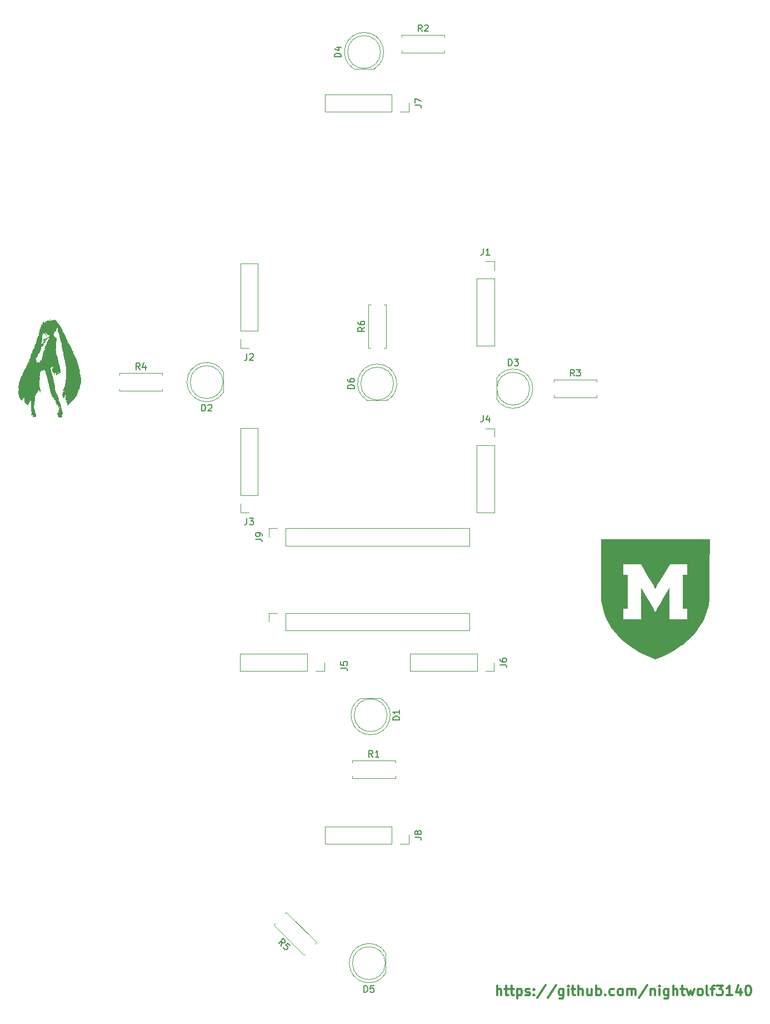
<source format=gbr>
%TF.GenerationSoftware,KiCad,Pcbnew,8.0.2*%
%TF.CreationDate,2024-05-04T16:44:52-04:00*%
%TF.ProjectId,RGBsensorBoard,52474273-656e-4736-9f72-426f6172642e,rev?*%
%TF.SameCoordinates,Original*%
%TF.FileFunction,Legend,Top*%
%TF.FilePolarity,Positive*%
%FSLAX46Y46*%
G04 Gerber Fmt 4.6, Leading zero omitted, Abs format (unit mm)*
G04 Created by KiCad (PCBNEW 8.0.2) date 2024-05-04 16:44:52*
%MOMM*%
%LPD*%
G01*
G04 APERTURE LIST*
%ADD10C,0.000000*%
%ADD11C,0.300000*%
%ADD12C,0.150000*%
%ADD13C,0.120000*%
G04 APERTURE END LIST*
D10*
G36*
X55678785Y-81824815D02*
G01*
X55679518Y-81825125D01*
X55680401Y-81825725D01*
X55681432Y-81826619D01*
X55682615Y-81827805D01*
X55685451Y-81831063D01*
X55688928Y-81835509D01*
X55693064Y-81841153D01*
X55697884Y-81848007D01*
X55709654Y-81865384D01*
X55712536Y-81870254D01*
X55715235Y-81874940D01*
X55717748Y-81879448D01*
X55720076Y-81883781D01*
X55722224Y-81887945D01*
X55724187Y-81891941D01*
X55725969Y-81895776D01*
X55727567Y-81899451D01*
X55728987Y-81902970D01*
X55730225Y-81906338D01*
X55731284Y-81909560D01*
X55732164Y-81912637D01*
X55732864Y-81915576D01*
X55733388Y-81918379D01*
X55733735Y-81921051D01*
X55733907Y-81923593D01*
X55733902Y-81926012D01*
X55733721Y-81928311D01*
X55733367Y-81930494D01*
X55732838Y-81932565D01*
X55732137Y-81934527D01*
X55731263Y-81936384D01*
X55730218Y-81938138D01*
X55729001Y-81939799D01*
X55727614Y-81941365D01*
X55726056Y-81942842D01*
X55724330Y-81944234D01*
X55722434Y-81945545D01*
X55720372Y-81946779D01*
X55718142Y-81947938D01*
X55715745Y-81949027D01*
X55713182Y-81950051D01*
X55710886Y-81950753D01*
X55708637Y-81951535D01*
X55706431Y-81952393D01*
X55704272Y-81953324D01*
X55702162Y-81954325D01*
X55700105Y-81955393D01*
X55698099Y-81956523D01*
X55696148Y-81957713D01*
X55692419Y-81960262D01*
X55688935Y-81963012D01*
X55685707Y-81965939D01*
X55682752Y-81969013D01*
X55680089Y-81972213D01*
X55677730Y-81975510D01*
X55676671Y-81977188D01*
X55675691Y-81978881D01*
X55674797Y-81980586D01*
X55673988Y-81982298D01*
X55673269Y-81984016D01*
X55672637Y-81985735D01*
X55672098Y-81987454D01*
X55671654Y-81989168D01*
X55671304Y-81990872D01*
X55671051Y-81992568D01*
X55670898Y-81994250D01*
X55670848Y-81995913D01*
X55670918Y-81997215D01*
X55671131Y-81998473D01*
X55671481Y-81999687D01*
X55671964Y-82000853D01*
X55672576Y-82001970D01*
X55673312Y-82003036D01*
X55674170Y-82004050D01*
X55675147Y-82005008D01*
X55676236Y-82005909D01*
X55677436Y-82006753D01*
X55680147Y-82008253D01*
X55683254Y-82009495D01*
X55686723Y-82010463D01*
X55690521Y-82011144D01*
X55694618Y-82011518D01*
X55698985Y-82011573D01*
X55703589Y-82011291D01*
X55708401Y-82010659D01*
X55713386Y-82009658D01*
X55718519Y-82008277D01*
X55723762Y-82006496D01*
X55726399Y-82005246D01*
X55729010Y-82004136D01*
X55731589Y-82003166D01*
X55734141Y-82002335D01*
X55736652Y-82001636D01*
X55739127Y-82001070D01*
X55741557Y-82000633D01*
X55743938Y-82000322D01*
X55746268Y-82000136D01*
X55748542Y-82000071D01*
X55750758Y-82000123D01*
X55752909Y-82000295D01*
X55754993Y-82000578D01*
X55757008Y-82000974D01*
X55758945Y-82001477D01*
X55760806Y-82002086D01*
X55762583Y-82002798D01*
X55764274Y-82003613D01*
X55765873Y-82004525D01*
X55767377Y-82005531D01*
X55768787Y-82006632D01*
X55770091Y-82007822D01*
X55771292Y-82009100D01*
X55772382Y-82010463D01*
X55773357Y-82011911D01*
X55774215Y-82013437D01*
X55774951Y-82015042D01*
X55775564Y-82016722D01*
X55776047Y-82018471D01*
X55776395Y-82020293D01*
X55776607Y-82022181D01*
X55776679Y-82024134D01*
X55776732Y-82026108D01*
X55776884Y-82028058D01*
X55777133Y-82029982D01*
X55777479Y-82031879D01*
X55777919Y-82033744D01*
X55778447Y-82035576D01*
X55779065Y-82037372D01*
X55779767Y-82039128D01*
X55780553Y-82040843D01*
X55781416Y-82042514D01*
X55782360Y-82044140D01*
X55783377Y-82045715D01*
X55784468Y-82047240D01*
X55785626Y-82048708D01*
X55786855Y-82050122D01*
X55788145Y-82051475D01*
X55789499Y-82052766D01*
X55790911Y-82053993D01*
X55792383Y-82055154D01*
X55793905Y-82056243D01*
X55795482Y-82057261D01*
X55797107Y-82058203D01*
X55798777Y-82059068D01*
X55800493Y-82059853D01*
X55802249Y-82060557D01*
X55804045Y-82061174D01*
X55805877Y-82061703D01*
X55807741Y-82062141D01*
X55809638Y-82062488D01*
X55811560Y-82062737D01*
X55813513Y-82062888D01*
X55815485Y-82062940D01*
X55817109Y-82062889D01*
X55818666Y-82062737D01*
X55820159Y-82062485D01*
X55821584Y-82062136D01*
X55822939Y-82061689D01*
X55824222Y-82061151D01*
X55825432Y-82060520D01*
X55826565Y-82059799D01*
X55827622Y-82058991D01*
X55828598Y-82058097D01*
X55829495Y-82057118D01*
X55830306Y-82056057D01*
X55831033Y-82054916D01*
X55831674Y-82053698D01*
X55832225Y-82052404D01*
X55832684Y-82051035D01*
X55833049Y-82049592D01*
X55833322Y-82048081D01*
X55833498Y-82046501D01*
X55833573Y-82044855D01*
X55833549Y-82043142D01*
X55833421Y-82041368D01*
X55833189Y-82039534D01*
X55832849Y-82037639D01*
X55832402Y-82035690D01*
X55831844Y-82033684D01*
X55831173Y-82031625D01*
X55830390Y-82029517D01*
X55829489Y-82027357D01*
X55828469Y-82025151D01*
X55827330Y-82022901D01*
X55826070Y-82020606D01*
X55823091Y-82016224D01*
X55820763Y-82012338D01*
X55819841Y-82010581D01*
X55819078Y-82008950D01*
X55818472Y-82007441D01*
X55818022Y-82006056D01*
X55817726Y-82004794D01*
X55817586Y-82003658D01*
X55817598Y-82002644D01*
X55817760Y-82001756D01*
X55818071Y-82000991D01*
X55818534Y-82000351D01*
X55819141Y-81999833D01*
X55819896Y-81999440D01*
X55820794Y-81999172D01*
X55821837Y-81999027D01*
X55823020Y-81999006D01*
X55824348Y-81999109D01*
X55825812Y-81999337D01*
X55827414Y-81999688D01*
X55831031Y-82000763D01*
X55835183Y-82002335D01*
X55839864Y-82004402D01*
X55845060Y-82006964D01*
X55850764Y-82010025D01*
X55866007Y-82019063D01*
X55880635Y-82028295D01*
X55894635Y-82037693D01*
X55907993Y-82047224D01*
X55920697Y-82056856D01*
X55932729Y-82066556D01*
X55944076Y-82076292D01*
X55954724Y-82086036D01*
X55964658Y-82095754D01*
X55973867Y-82105414D01*
X55982332Y-82114985D01*
X55990043Y-82124437D01*
X55996982Y-82133734D01*
X56003140Y-82142847D01*
X56008496Y-82151744D01*
X56013043Y-82160396D01*
X56016761Y-82168766D01*
X56019638Y-82176828D01*
X56021660Y-82184546D01*
X56022811Y-82191890D01*
X56023081Y-82198830D01*
X56022451Y-82205330D01*
X56020911Y-82211363D01*
X56018444Y-82216896D01*
X56016857Y-82219463D01*
X56015037Y-82221895D01*
X56012975Y-82224184D01*
X56010674Y-82226330D01*
X56005342Y-82230170D01*
X55999027Y-82233383D01*
X55991716Y-82235937D01*
X55983392Y-82237800D01*
X55974042Y-82238943D01*
X55963654Y-82239329D01*
X55954349Y-82239245D01*
X55946263Y-82238978D01*
X55939376Y-82238516D01*
X55936375Y-82238205D01*
X55933668Y-82237841D01*
X55931248Y-82237419D01*
X55929116Y-82236939D01*
X55927268Y-82236398D01*
X55925703Y-82235795D01*
X55924415Y-82235127D01*
X55923405Y-82234392D01*
X55922668Y-82233588D01*
X55922201Y-82232714D01*
X55922003Y-82231768D01*
X55922075Y-82230748D01*
X55922408Y-82229653D01*
X55923000Y-82228477D01*
X55923852Y-82227222D01*
X55924960Y-82225885D01*
X55926322Y-82224465D01*
X55927935Y-82222958D01*
X55929794Y-82221363D01*
X55931900Y-82219680D01*
X55936836Y-82216033D01*
X55942724Y-82212004D01*
X55949542Y-82207579D01*
X55956982Y-82202442D01*
X55963419Y-82197567D01*
X55966258Y-82195209D01*
X55968842Y-82192890D01*
X55971171Y-82190605D01*
X55973244Y-82188343D01*
X55975058Y-82186095D01*
X55976611Y-82183855D01*
X55977904Y-82181615D01*
X55978935Y-82179365D01*
X55979703Y-82177096D01*
X55980205Y-82174799D01*
X55980441Y-82172469D01*
X55980410Y-82170097D01*
X55980108Y-82167671D01*
X55979539Y-82165186D01*
X55978698Y-82162634D01*
X55977585Y-82160003D01*
X55976197Y-82157287D01*
X55974534Y-82154477D01*
X55972593Y-82151566D01*
X55970378Y-82148545D01*
X55967882Y-82145404D01*
X55965106Y-82142135D01*
X55958706Y-82135184D01*
X55951169Y-82127623D01*
X55942485Y-82119385D01*
X55939199Y-82116160D01*
X55935957Y-82113101D01*
X55932756Y-82110207D01*
X55929601Y-82107479D01*
X55926494Y-82104915D01*
X55923432Y-82102518D01*
X55920422Y-82100285D01*
X55917462Y-82098218D01*
X55914553Y-82096317D01*
X55911694Y-82094580D01*
X55908894Y-82093010D01*
X55906147Y-82091604D01*
X55903458Y-82090363D01*
X55900826Y-82089288D01*
X55898254Y-82088380D01*
X55895744Y-82087635D01*
X55893293Y-82087056D01*
X55890908Y-82086642D01*
X55888585Y-82086394D01*
X55886331Y-82086312D01*
X55884143Y-82086395D01*
X55882021Y-82086642D01*
X55879972Y-82087056D01*
X55877992Y-82087635D01*
X55876087Y-82088379D01*
X55874255Y-82089288D01*
X55872495Y-82090363D01*
X55870815Y-82091603D01*
X55869210Y-82093009D01*
X55867684Y-82094580D01*
X55866238Y-82096316D01*
X55864875Y-82098218D01*
X55863934Y-82099872D01*
X55863096Y-82101521D01*
X55862360Y-82103164D01*
X55861727Y-82104799D01*
X55861192Y-82106419D01*
X55860759Y-82108024D01*
X55860424Y-82109609D01*
X55860189Y-82111173D01*
X55860052Y-82112708D01*
X55860013Y-82114217D01*
X55860071Y-82115692D01*
X55860223Y-82117132D01*
X55860474Y-82118534D01*
X55860817Y-82119893D01*
X55861257Y-82121206D01*
X55861788Y-82122472D01*
X55862414Y-82123686D01*
X55863130Y-82124845D01*
X55863941Y-82125945D01*
X55864839Y-82126985D01*
X55865832Y-82127959D01*
X55866912Y-82128867D01*
X55868082Y-82129701D01*
X55869339Y-82130464D01*
X55870686Y-82131148D01*
X55872118Y-82131752D01*
X55873639Y-82132270D01*
X55875245Y-82132702D01*
X55876936Y-82133046D01*
X55878711Y-82133294D01*
X55880570Y-82133446D01*
X55882514Y-82133497D01*
X55884788Y-82133558D01*
X55886978Y-82133741D01*
X55889081Y-82134043D01*
X55891099Y-82134461D01*
X55893030Y-82134993D01*
X55894870Y-82135636D01*
X55896620Y-82136387D01*
X55898279Y-82137244D01*
X55899844Y-82138205D01*
X55901316Y-82139267D01*
X55902692Y-82140425D01*
X55903971Y-82141681D01*
X55905149Y-82143030D01*
X55906231Y-82144468D01*
X55907213Y-82145996D01*
X55908090Y-82147607D01*
X55908865Y-82149301D01*
X55909536Y-82151078D01*
X55910101Y-82152929D01*
X55910557Y-82154856D01*
X55910905Y-82156855D01*
X55911144Y-82158924D01*
X55911272Y-82161060D01*
X55911286Y-82163261D01*
X55911190Y-82165524D01*
X55910975Y-82167847D01*
X55910647Y-82170227D01*
X55910198Y-82172661D01*
X55909633Y-82175144D01*
X55908947Y-82177680D01*
X55908139Y-82180261D01*
X55907209Y-82182884D01*
X55905159Y-82188835D01*
X55903631Y-82194769D01*
X55902607Y-82200672D01*
X55902069Y-82206526D01*
X55902002Y-82212314D01*
X55902388Y-82218023D01*
X55903210Y-82223634D01*
X55904452Y-82229131D01*
X55906099Y-82234501D01*
X55908130Y-82239725D01*
X55910531Y-82244786D01*
X55913285Y-82249672D01*
X55916375Y-82254362D01*
X55919784Y-82258843D01*
X55923497Y-82263096D01*
X55927494Y-82267110D01*
X55931759Y-82270863D01*
X55936277Y-82274345D01*
X55941029Y-82277533D01*
X55946000Y-82280415D01*
X55951172Y-82282974D01*
X55956531Y-82285194D01*
X55962056Y-82287059D01*
X55967731Y-82288553D01*
X55973542Y-82289658D01*
X55979471Y-82290361D01*
X55985501Y-82290643D01*
X55991614Y-82290488D01*
X55997794Y-82289883D01*
X56004024Y-82288808D01*
X56010288Y-82287249D01*
X56016570Y-82285190D01*
X56022894Y-82282792D01*
X56025836Y-82281779D01*
X56028634Y-82280890D01*
X56031285Y-82280127D01*
X56033786Y-82279484D01*
X56036138Y-82278968D01*
X56038342Y-82278575D01*
X56040397Y-82278307D01*
X56042301Y-82278163D01*
X56044053Y-82278142D01*
X56045654Y-82278246D01*
X56047102Y-82278473D01*
X56048397Y-82278826D01*
X56049536Y-82279299D01*
X56050524Y-82279898D01*
X56051357Y-82280622D01*
X56052033Y-82281469D01*
X56052553Y-82282442D01*
X56052916Y-82283538D01*
X56053119Y-82284756D01*
X56053168Y-82286100D01*
X56053056Y-82287568D01*
X56052783Y-82289159D01*
X56052351Y-82290875D01*
X56051760Y-82292715D01*
X56051007Y-82294678D01*
X56050089Y-82296766D01*
X56049011Y-82298977D01*
X56047769Y-82301314D01*
X56046363Y-82303774D01*
X56044792Y-82306357D01*
X56043221Y-82308632D01*
X56041813Y-82310823D01*
X56040565Y-82312930D01*
X56039479Y-82314956D01*
X56038549Y-82316899D01*
X56037777Y-82318759D01*
X56037156Y-82320538D01*
X56036688Y-82322232D01*
X56036370Y-82323844D01*
X56036200Y-82325374D01*
X56036176Y-82326821D01*
X56036294Y-82328185D01*
X56036557Y-82329468D01*
X56036958Y-82330665D01*
X56037501Y-82331783D01*
X56038175Y-82332815D01*
X56038986Y-82333766D01*
X56039932Y-82334634D01*
X56041005Y-82335420D01*
X56042207Y-82336122D01*
X56043537Y-82336743D01*
X56044990Y-82337280D01*
X56046567Y-82337735D01*
X56048264Y-82338107D01*
X56050079Y-82338396D01*
X56052013Y-82338604D01*
X56054060Y-82338727D01*
X56056221Y-82338768D01*
X56058494Y-82338727D01*
X56060876Y-82338604D01*
X56065958Y-82338106D01*
X56071705Y-82337281D01*
X56074424Y-82337244D01*
X56077039Y-82337459D01*
X56079550Y-82337928D01*
X56081957Y-82338649D01*
X56084262Y-82339628D01*
X56086464Y-82340864D01*
X56088562Y-82342358D01*
X56090556Y-82344111D01*
X56092447Y-82346124D01*
X56094236Y-82348401D01*
X56097502Y-82353747D01*
X56100354Y-82360156D01*
X56102794Y-82367639D01*
X56104819Y-82376210D01*
X56106432Y-82385876D01*
X56107631Y-82396647D01*
X56108416Y-82408533D01*
X56108787Y-82421547D01*
X56108747Y-82435699D01*
X56108291Y-82450996D01*
X56107712Y-82463185D01*
X56107299Y-82474588D01*
X56107050Y-82485164D01*
X56106968Y-82494873D01*
X56107051Y-82503671D01*
X56107299Y-82511519D01*
X56107712Y-82518375D01*
X56108291Y-82524197D01*
X56108643Y-82526709D01*
X56109035Y-82528944D01*
X56109469Y-82530902D01*
X56109945Y-82532575D01*
X56110462Y-82533960D01*
X56111020Y-82535049D01*
X56111620Y-82535840D01*
X56112260Y-82536323D01*
X56112597Y-82536451D01*
X56112943Y-82536499D01*
X56113299Y-82536468D01*
X56113665Y-82536358D01*
X56114430Y-82535897D01*
X56115237Y-82535111D01*
X56116084Y-82533994D01*
X56116973Y-82532541D01*
X56117904Y-82530747D01*
X56118875Y-82528607D01*
X56121281Y-82522569D01*
X56123851Y-82517023D01*
X56126564Y-82511959D01*
X56129403Y-82507372D01*
X56132344Y-82503254D01*
X56135371Y-82499600D01*
X56138457Y-82496404D01*
X56141585Y-82493659D01*
X56144734Y-82491360D01*
X56147882Y-82489496D01*
X56151010Y-82488066D01*
X56154097Y-82487059D01*
X56157123Y-82486472D01*
X56160065Y-82486296D01*
X56162903Y-82486526D01*
X56165617Y-82487155D01*
X56168188Y-82488177D01*
X56170592Y-82489586D01*
X56172811Y-82491374D01*
X56174824Y-82493536D01*
X56176606Y-82496064D01*
X56178145Y-82498954D01*
X56179412Y-82502196D01*
X56180390Y-82505786D01*
X56181060Y-82509719D01*
X56181397Y-82513985D01*
X56181384Y-82518579D01*
X56180997Y-82523493D01*
X56180218Y-82528725D01*
X56179027Y-82534266D01*
X56177400Y-82540108D01*
X56175320Y-82546246D01*
X56172306Y-82555545D01*
X56169898Y-82563595D01*
X56168118Y-82570383D01*
X56166997Y-82575901D01*
X56166688Y-82578179D01*
X56166556Y-82580136D01*
X56166601Y-82581770D01*
X56166824Y-82583080D01*
X56167232Y-82584064D01*
X56167825Y-82584723D01*
X56168610Y-82585052D01*
X56169587Y-82585052D01*
X56170761Y-82584721D01*
X56172132Y-82584057D01*
X56173709Y-82583062D01*
X56175491Y-82581730D01*
X56179687Y-82578060D01*
X56184745Y-82573034D01*
X56190693Y-82566647D01*
X56197552Y-82558882D01*
X56205357Y-82549734D01*
X56214125Y-82539191D01*
X56222933Y-82529228D01*
X56230846Y-82520504D01*
X56237884Y-82513021D01*
X56244057Y-82506781D01*
X56249380Y-82501776D01*
X56251731Y-82499741D01*
X56253875Y-82498015D01*
X56255814Y-82496598D01*
X56257552Y-82495493D01*
X56259088Y-82494697D01*
X56260427Y-82494211D01*
X56261569Y-82494035D01*
X56262518Y-82494170D01*
X56263274Y-82494615D01*
X56263838Y-82495369D01*
X56264214Y-82496433D01*
X56264404Y-82497808D01*
X56264409Y-82499492D01*
X56264230Y-82501487D01*
X56263872Y-82503792D01*
X56263334Y-82506406D01*
X56261729Y-82512566D01*
X56259433Y-82519966D01*
X56256458Y-82528607D01*
X56255549Y-82531903D01*
X56254802Y-82535176D01*
X56254217Y-82538421D01*
X56253793Y-82541636D01*
X56253523Y-82544817D01*
X56253413Y-82547962D01*
X56253455Y-82551066D01*
X56253648Y-82554127D01*
X56253991Y-82557143D01*
X56254481Y-82560108D01*
X56255119Y-82563020D01*
X56255901Y-82565875D01*
X56256825Y-82568673D01*
X56257888Y-82571406D01*
X56259090Y-82574074D01*
X56260427Y-82576674D01*
X56261900Y-82579200D01*
X56263503Y-82581650D01*
X56265241Y-82584023D01*
X56267105Y-82586311D01*
X56269094Y-82588517D01*
X56271209Y-82590633D01*
X56273447Y-82592658D01*
X56275806Y-82594587D01*
X56278283Y-82596419D01*
X56280879Y-82598149D01*
X56283587Y-82599774D01*
X56286409Y-82601291D01*
X56289345Y-82602699D01*
X56292387Y-82603991D01*
X56295537Y-82605165D01*
X56298792Y-82606218D01*
X56304540Y-82609246D01*
X56311781Y-82614909D01*
X56330281Y-82633413D01*
X56353346Y-82660300D01*
X56380042Y-82694137D01*
X56409423Y-82733494D01*
X56440550Y-82776936D01*
X56504285Y-82870361D01*
X56563719Y-82962958D01*
X56589474Y-83005369D01*
X56611331Y-83043278D01*
X56628352Y-83075253D01*
X56639595Y-83099866D01*
X56642755Y-83108963D01*
X56644120Y-83115684D01*
X56643569Y-83119846D01*
X56640985Y-83121275D01*
X56639912Y-83121121D01*
X56638678Y-83120664D01*
X56635748Y-83118876D01*
X56632243Y-83115973D01*
X56628197Y-83112013D01*
X56623658Y-83107064D01*
X56618661Y-83101182D01*
X56607471Y-83086878D01*
X56594960Y-83069598D01*
X56581455Y-83049836D01*
X56567288Y-83028091D01*
X56552791Y-83004856D01*
X56545605Y-82993870D01*
X56538619Y-82983436D01*
X56531870Y-82973610D01*
X56525397Y-82964452D01*
X56519231Y-82956018D01*
X56513415Y-82948364D01*
X56507979Y-82941548D01*
X56502962Y-82935625D01*
X56500622Y-82933017D01*
X56498399Y-82930652D01*
X56496301Y-82928541D01*
X56494329Y-82926689D01*
X56492488Y-82925101D01*
X56490784Y-82923788D01*
X56489222Y-82922756D01*
X56487803Y-82922009D01*
X56486535Y-82921559D01*
X56485423Y-82921409D01*
X56484925Y-82921450D01*
X56484468Y-82921569D01*
X56484051Y-82921766D01*
X56483677Y-82922045D01*
X56483344Y-82922403D01*
X56483054Y-82922843D01*
X56482603Y-82923970D01*
X56482328Y-82925437D01*
X56482236Y-82927246D01*
X56482641Y-82933601D01*
X56483829Y-82940719D01*
X56485751Y-82948525D01*
X56488361Y-82956963D01*
X56495468Y-82975453D01*
X56504780Y-82995652D01*
X56515934Y-83017029D01*
X56528557Y-83039053D01*
X56542290Y-83061190D01*
X56556761Y-83082909D01*
X56571603Y-83103678D01*
X56586451Y-83122963D01*
X56600935Y-83140232D01*
X56614694Y-83154953D01*
X56627354Y-83166595D01*
X56633160Y-83171094D01*
X56638554Y-83174624D01*
X56643491Y-83177118D01*
X56647923Y-83178511D01*
X56651808Y-83178733D01*
X56652575Y-83178497D01*
X56676264Y-83280024D01*
X56680213Y-83302218D01*
X56684036Y-83325940D01*
X56687613Y-83350408D01*
X56690817Y-83374832D01*
X56693525Y-83398431D01*
X56695611Y-83420418D01*
X56696956Y-83440006D01*
X56697429Y-83456412D01*
X56697516Y-83465759D01*
X56697776Y-83473963D01*
X56698221Y-83481039D01*
X56698518Y-83484160D01*
X56698864Y-83487005D01*
X56699261Y-83489576D01*
X56699713Y-83491876D01*
X56700218Y-83493905D01*
X56700780Y-83495667D01*
X56701398Y-83497160D01*
X56702073Y-83498392D01*
X56702808Y-83499361D01*
X56703605Y-83500070D01*
X56704462Y-83500519D01*
X56705384Y-83500712D01*
X56706370Y-83500652D01*
X56707422Y-83500337D01*
X56708539Y-83499773D01*
X56709727Y-83498960D01*
X56710985Y-83497902D01*
X56712313Y-83496596D01*
X56713713Y-83495049D01*
X56715188Y-83493262D01*
X56716738Y-83491233D01*
X56718363Y-83488969D01*
X56721846Y-83483737D01*
X56725652Y-83477579D01*
X56730122Y-83470842D01*
X56734299Y-83465192D01*
X56738217Y-83460634D01*
X56740091Y-83458770D01*
X56741913Y-83457183D01*
X56743690Y-83455878D01*
X56745424Y-83454851D01*
X56747118Y-83454105D01*
X56748783Y-83453642D01*
X56750419Y-83453465D01*
X56752029Y-83453572D01*
X56753621Y-83453966D01*
X56755196Y-83454648D01*
X56756764Y-83455620D01*
X56758326Y-83456882D01*
X56759885Y-83458438D01*
X56761448Y-83460284D01*
X56763017Y-83462428D01*
X56764601Y-83464866D01*
X56767820Y-83470634D01*
X56771145Y-83477601D01*
X56774607Y-83485778D01*
X56778245Y-83495175D01*
X56782098Y-83505801D01*
X56783141Y-83509427D01*
X56784281Y-83513028D01*
X56785514Y-83516596D01*
X56786837Y-83520127D01*
X56789724Y-83527049D01*
X56792902Y-83533748D01*
X56796326Y-83540180D01*
X56799957Y-83546295D01*
X56803753Y-83552049D01*
X56807674Y-83557395D01*
X56811677Y-83562286D01*
X56813696Y-83564547D01*
X56815721Y-83566676D01*
X56817746Y-83568670D01*
X56819767Y-83570519D01*
X56821776Y-83572218D01*
X56823770Y-83573766D01*
X56825742Y-83575154D01*
X56827690Y-83576373D01*
X56829607Y-83577423D01*
X56831486Y-83578293D01*
X56833326Y-83578981D01*
X56835117Y-83579479D01*
X56836858Y-83579783D01*
X56838540Y-83579885D01*
X56840124Y-83579763D01*
X56841560Y-83579395D01*
X56842854Y-83578793D01*
X56844006Y-83577954D01*
X56845015Y-83576893D01*
X56845882Y-83575606D01*
X56846610Y-83574104D01*
X56847195Y-83572388D01*
X56847950Y-83568344D01*
X56848153Y-83563513D01*
X56847808Y-83557938D01*
X56846920Y-83551663D01*
X56845493Y-83544724D01*
X56843537Y-83537166D01*
X56841053Y-83529028D01*
X56838045Y-83520354D01*
X56834521Y-83511183D01*
X56830486Y-83501556D01*
X56825946Y-83491517D01*
X56820902Y-83481106D01*
X56767545Y-83381888D01*
X56738053Y-83327814D01*
X56711542Y-83280024D01*
X56653797Y-83178120D01*
X56652575Y-83178497D01*
X56651569Y-83174190D01*
X56653797Y-83178120D01*
X56655096Y-83177719D01*
X56660471Y-83176020D01*
X56666621Y-83176780D01*
X56673480Y-83179853D01*
X56680977Y-83185090D01*
X56689040Y-83192350D01*
X56697605Y-83201484D01*
X56715951Y-83224792D01*
X56735454Y-83253847D01*
X56755556Y-83287479D01*
X56775700Y-83324522D01*
X56795325Y-83363808D01*
X56813879Y-83404170D01*
X56830796Y-83444437D01*
X56845524Y-83483445D01*
X56857504Y-83520023D01*
X56866175Y-83553003D01*
X56870980Y-83581221D01*
X56871759Y-83593178D01*
X56871363Y-83603507D01*
X56869720Y-83612059D01*
X56866763Y-83618690D01*
X56863500Y-83624179D01*
X56860335Y-83630031D01*
X56857284Y-83636193D01*
X56854360Y-83642613D01*
X56851584Y-83649239D01*
X56848967Y-83656020D01*
X56846524Y-83662906D01*
X56844274Y-83669843D01*
X56842229Y-83676779D01*
X56840408Y-83683664D01*
X56838825Y-83690446D01*
X56837495Y-83697073D01*
X56836432Y-83703494D01*
X56835655Y-83709655D01*
X56835177Y-83715507D01*
X56835015Y-83720997D01*
X56835100Y-83728437D01*
X56835366Y-83734893D01*
X56835829Y-83740366D01*
X56836138Y-83742737D01*
X56836502Y-83744863D01*
X56836923Y-83746747D01*
X56837405Y-83748389D01*
X56837946Y-83749788D01*
X56838549Y-83750947D01*
X56839216Y-83751866D01*
X56839952Y-83752545D01*
X56840756Y-83752985D01*
X56841628Y-83753186D01*
X56842575Y-83753150D01*
X56843595Y-83752876D01*
X56844691Y-83752369D01*
X56845865Y-83751622D01*
X56847121Y-83750642D01*
X56848457Y-83749426D01*
X56849878Y-83747978D01*
X56851386Y-83746297D01*
X56854664Y-83742234D01*
X56858310Y-83737249D01*
X56862337Y-83731344D01*
X56866763Y-83724524D01*
X56870818Y-83719322D01*
X56872911Y-83717291D01*
X56875052Y-83715650D01*
X56877243Y-83714399D01*
X56879485Y-83713548D01*
X56881778Y-83713100D01*
X56884127Y-83713059D01*
X56886534Y-83713430D01*
X56888998Y-83714223D01*
X56891524Y-83715439D01*
X56894110Y-83717082D01*
X56899483Y-83721678D01*
X56905129Y-83728051D01*
X56911063Y-83736244D01*
X56917304Y-83746297D01*
X56923864Y-83758251D01*
X56930760Y-83772150D01*
X56938008Y-83788032D01*
X56945622Y-83805938D01*
X56953620Y-83825914D01*
X56962012Y-83847996D01*
X56968622Y-83864730D01*
X56975187Y-83880497D01*
X56981672Y-83895241D01*
X56988030Y-83908905D01*
X56994226Y-83921432D01*
X57000213Y-83932765D01*
X57005953Y-83942848D01*
X57008716Y-83947403D01*
X57011403Y-83951625D01*
X57014006Y-83955504D01*
X57016523Y-83959036D01*
X57018945Y-83962211D01*
X57021269Y-83965025D01*
X57023492Y-83967471D01*
X57025604Y-83969538D01*
X57027602Y-83971222D01*
X57029482Y-83972515D01*
X57031240Y-83973410D01*
X57032865Y-83973901D01*
X57034359Y-83973980D01*
X57035052Y-83973862D01*
X57035712Y-83973638D01*
X57036334Y-83973309D01*
X57036921Y-83972871D01*
X57037978Y-83971670D01*
X57038881Y-83970029D01*
X57039625Y-83967940D01*
X57040822Y-83966077D01*
X57042423Y-83965102D01*
X57044415Y-83965000D01*
X57046792Y-83965750D01*
X57052647Y-83969724D01*
X57059910Y-83976870D01*
X57068496Y-83987033D01*
X57078320Y-84000062D01*
X57101362Y-84034087D01*
X57128371Y-84077701D01*
X57158686Y-84129667D01*
X57191651Y-84188744D01*
X57226598Y-84253690D01*
X57254651Y-84309587D01*
X57280539Y-84362025D01*
X57304167Y-84410774D01*
X57325431Y-84455601D01*
X57344235Y-84496273D01*
X57360481Y-84532558D01*
X57374070Y-84564223D01*
X57384905Y-84591034D01*
X57392889Y-84612762D01*
X57397920Y-84629171D01*
X57399299Y-84635309D01*
X57399906Y-84640031D01*
X57399721Y-84643307D01*
X57399333Y-84644395D01*
X57398741Y-84645109D01*
X57397947Y-84645448D01*
X57396949Y-84645407D01*
X57394333Y-84644171D01*
X57390881Y-84641373D01*
X57386581Y-84636986D01*
X57381419Y-84630976D01*
X57375386Y-84623319D01*
X57360652Y-84602940D01*
X57355648Y-84595542D01*
X57351205Y-84589229D01*
X57347311Y-84584011D01*
X57343951Y-84579900D01*
X57341107Y-84576904D01*
X57339873Y-84575829D01*
X57338763Y-84575034D01*
X57337775Y-84574527D01*
X57336906Y-84574303D01*
X57336153Y-84574366D01*
X57335518Y-84574718D01*
X57334996Y-84575360D01*
X57334584Y-84576290D01*
X57334285Y-84577514D01*
X57334092Y-84579031D01*
X57334021Y-84582950D01*
X57334360Y-84588057D01*
X57335090Y-84594364D01*
X57336199Y-84601879D01*
X57337669Y-84610614D01*
X57339487Y-84620580D01*
X57340189Y-84624186D01*
X57340972Y-84627726D01*
X57341833Y-84631197D01*
X57342773Y-84634594D01*
X57343786Y-84637912D01*
X57344873Y-84641153D01*
X57346032Y-84644305D01*
X57347258Y-84647369D01*
X57348553Y-84650339D01*
X57349911Y-84653214D01*
X57351333Y-84655986D01*
X57352819Y-84658654D01*
X57354363Y-84661215D01*
X57355964Y-84663663D01*
X57357620Y-84665992D01*
X57359330Y-84668204D01*
X57361092Y-84670292D01*
X57362904Y-84672250D01*
X57364761Y-84674078D01*
X57366668Y-84675770D01*
X57368618Y-84677323D01*
X57370608Y-84678730D01*
X57372640Y-84679993D01*
X57374708Y-84681102D01*
X57376815Y-84682059D01*
X57378955Y-84682854D01*
X57381127Y-84683489D01*
X57383329Y-84683954D01*
X57385560Y-84684251D01*
X57387817Y-84684375D01*
X57390098Y-84684317D01*
X57392404Y-84684080D01*
X57397983Y-84683052D01*
X57402821Y-84682645D01*
X57404960Y-84682688D01*
X57406913Y-84682902D01*
X57408681Y-84683289D01*
X57410262Y-84683859D01*
X57411658Y-84684614D01*
X57412867Y-84685562D01*
X57413890Y-84686704D01*
X57414728Y-84688049D01*
X57415378Y-84689599D01*
X57415844Y-84691362D01*
X57416123Y-84693343D01*
X57416215Y-84695545D01*
X57415844Y-84700637D01*
X57414728Y-84706680D01*
X57412867Y-84713714D01*
X57410262Y-84721783D01*
X57406913Y-84730927D01*
X57402821Y-84741185D01*
X57397984Y-84752603D01*
X57392404Y-84765219D01*
X57385487Y-84779527D01*
X57379256Y-84792043D01*
X57373645Y-84802789D01*
X57368590Y-84811797D01*
X57366254Y-84815655D01*
X57364032Y-84819087D01*
X57361920Y-84822096D01*
X57359909Y-84824687D01*
X57357989Y-84826862D01*
X57356158Y-84828624D01*
X57354402Y-84829978D01*
X57352716Y-84830924D01*
X57351090Y-84831466D01*
X57349520Y-84831609D01*
X57347999Y-84831356D01*
X57346515Y-84830709D01*
X57345059Y-84829672D01*
X57343631Y-84828250D01*
X57342216Y-84826441D01*
X57340810Y-84824254D01*
X57339403Y-84821688D01*
X57337988Y-84818750D01*
X57336558Y-84815439D01*
X57335105Y-84811760D01*
X57332097Y-84803317D01*
X57328903Y-84793441D01*
X57325133Y-84783560D01*
X57321731Y-84775091D01*
X57318647Y-84768039D01*
X57315840Y-84762406D01*
X57314522Y-84760125D01*
X57313257Y-84758201D01*
X57312037Y-84756635D01*
X57310857Y-84755427D01*
X57309710Y-84754578D01*
X57308592Y-84754089D01*
X57307494Y-84753961D01*
X57306414Y-84754194D01*
X57305343Y-84754788D01*
X57304276Y-84755744D01*
X57303209Y-84757064D01*
X57302134Y-84758749D01*
X57301048Y-84760796D01*
X57299942Y-84763208D01*
X57297649Y-84769131D01*
X57295213Y-84776522D01*
X57292584Y-84785385D01*
X57286570Y-84807552D01*
X57285309Y-84811477D01*
X57284170Y-84815316D01*
X57283151Y-84819063D01*
X57282248Y-84822710D01*
X57281464Y-84826254D01*
X57280795Y-84829688D01*
X57280237Y-84833012D01*
X57279789Y-84836214D01*
X57279450Y-84839294D01*
X57279218Y-84842244D01*
X57279090Y-84845059D01*
X57279064Y-84847735D01*
X57279141Y-84850266D01*
X57279317Y-84852648D01*
X57279588Y-84854874D01*
X57279955Y-84856940D01*
X57280413Y-84858841D01*
X57280966Y-84860571D01*
X57281604Y-84862126D01*
X57282331Y-84863500D01*
X57283144Y-84864687D01*
X57284040Y-84865684D01*
X57285017Y-84866484D01*
X57286074Y-84867082D01*
X57287208Y-84867474D01*
X57288416Y-84867654D01*
X57289701Y-84867618D01*
X57291056Y-84867358D01*
X57292480Y-84866872D01*
X57293973Y-84866153D01*
X57295531Y-84865196D01*
X57297154Y-84863996D01*
X57298795Y-84863075D01*
X57300416Y-84862297D01*
X57302013Y-84861660D01*
X57303581Y-84861158D01*
X57305123Y-84860790D01*
X57306634Y-84860554D01*
X57308112Y-84860447D01*
X57309555Y-84860468D01*
X57310964Y-84860612D01*
X57312332Y-84860878D01*
X57313663Y-84861262D01*
X57314951Y-84861764D01*
X57316194Y-84862379D01*
X57317392Y-84863103D01*
X57318543Y-84863939D01*
X57319642Y-84864878D01*
X57320691Y-84865921D01*
X57321687Y-84867065D01*
X57322626Y-84868309D01*
X57323508Y-84869646D01*
X57324330Y-84871077D01*
X57325091Y-84872599D01*
X57325789Y-84874207D01*
X57326422Y-84875902D01*
X57326988Y-84877680D01*
X57327483Y-84879536D01*
X57327908Y-84881471D01*
X57328263Y-84883482D01*
X57328538Y-84885563D01*
X57328741Y-84887716D01*
X57328862Y-84889935D01*
X57328903Y-84892218D01*
X57328934Y-84894792D01*
X57329026Y-84897221D01*
X57329178Y-84899504D01*
X57329393Y-84901644D01*
X57329664Y-84903638D01*
X57329995Y-84905488D01*
X57330386Y-84907194D01*
X57330833Y-84908754D01*
X57331336Y-84910171D01*
X57331894Y-84911442D01*
X57332512Y-84912568D01*
X57333181Y-84913551D01*
X57333906Y-84914387D01*
X57334685Y-84915081D01*
X57335515Y-84915627D01*
X57336400Y-84916031D01*
X57337334Y-84916289D01*
X57338321Y-84916403D01*
X57339358Y-84916373D01*
X57340445Y-84916197D01*
X57341580Y-84915875D01*
X57342764Y-84915410D01*
X57343995Y-84914802D01*
X57345274Y-84914046D01*
X57346599Y-84913148D01*
X57347970Y-84912103D01*
X57349387Y-84910915D01*
X57350848Y-84909582D01*
X57352352Y-84908103D01*
X57353902Y-84906482D01*
X57355493Y-84904714D01*
X57357125Y-84902801D01*
X57359973Y-84898919D01*
X57363195Y-84895215D01*
X57366760Y-84891710D01*
X57370630Y-84888415D01*
X57374769Y-84885348D01*
X57379140Y-84882524D01*
X57383706Y-84879958D01*
X57388435Y-84877666D01*
X57393286Y-84875663D01*
X57398225Y-84873966D01*
X57403216Y-84872589D01*
X57408222Y-84871547D01*
X57413207Y-84870858D01*
X57418138Y-84870535D01*
X57422973Y-84870594D01*
X57427680Y-84871052D01*
X57505290Y-84881634D01*
X57506904Y-84881717D01*
X57508433Y-84881960D01*
X57509880Y-84882361D01*
X57511244Y-84882916D01*
X57512526Y-84883621D01*
X57513725Y-84884472D01*
X57514841Y-84885464D01*
X57515874Y-84886595D01*
X57516825Y-84887861D01*
X57517695Y-84889257D01*
X57518479Y-84890780D01*
X57519182Y-84892424D01*
X57520338Y-84896068D01*
X57521167Y-84900155D01*
X57521663Y-84904656D01*
X57521828Y-84909539D01*
X57521663Y-84914774D01*
X57521168Y-84920330D01*
X57520340Y-84926175D01*
X57519183Y-84932278D01*
X57517694Y-84938608D01*
X57515875Y-84945134D01*
X57512859Y-84952660D01*
X57510432Y-84959369D01*
X57508605Y-84965273D01*
X57507919Y-84967926D01*
X57507386Y-84970380D01*
X57507009Y-84972639D01*
X57506789Y-84974702D01*
X57506725Y-84976572D01*
X57506821Y-84978249D01*
X57507077Y-84979735D01*
X57507494Y-84981031D01*
X57508076Y-84982139D01*
X57508820Y-84983058D01*
X57509730Y-84983793D01*
X57510806Y-84984343D01*
X57512050Y-84984708D01*
X57513463Y-84984891D01*
X57515047Y-84984894D01*
X57516804Y-84984717D01*
X57518732Y-84984362D01*
X57520837Y-84983831D01*
X57523115Y-84983122D01*
X57525572Y-84982240D01*
X57531019Y-84979959D01*
X57537192Y-84976994D01*
X57544096Y-84973357D01*
X57548975Y-84970500D01*
X57553034Y-84968527D01*
X57554755Y-84967864D01*
X57556273Y-84967412D01*
X57557591Y-84967168D01*
X57558705Y-84967128D01*
X57559617Y-84967291D01*
X57560328Y-84967651D01*
X57560840Y-84968207D01*
X57561150Y-84968955D01*
X57561261Y-84969890D01*
X57561177Y-84971013D01*
X57560894Y-84972315D01*
X57560414Y-84973797D01*
X57558864Y-84977289D01*
X57556533Y-84981453D01*
X57553430Y-84986271D01*
X57549555Y-84991713D01*
X57544915Y-84997753D01*
X57539514Y-85004369D01*
X57533361Y-85011532D01*
X57526458Y-85019217D01*
X57519688Y-85026944D01*
X57512651Y-85034226D01*
X57505406Y-85041031D01*
X57498016Y-85047329D01*
X57490544Y-85053093D01*
X57483050Y-85058285D01*
X57475599Y-85062880D01*
X57468251Y-85066844D01*
X57461067Y-85070145D01*
X57457557Y-85071538D01*
X57454112Y-85072754D01*
X57450739Y-85073790D01*
X57447446Y-85074641D01*
X57444240Y-85075303D01*
X57441131Y-85075772D01*
X57438124Y-85076045D01*
X57435227Y-85076118D01*
X57432452Y-85075987D01*
X57429802Y-85075649D01*
X57427287Y-85075098D01*
X57424914Y-85074330D01*
X57422690Y-85073345D01*
X57420624Y-85072134D01*
X57416944Y-85070398D01*
X57413839Y-85069152D01*
X57411300Y-85068391D01*
X57410243Y-85068190D01*
X57409325Y-85068111D01*
X57408548Y-85068150D01*
X57407908Y-85068307D01*
X57407408Y-85068582D01*
X57407044Y-85068972D01*
X57406819Y-85069480D01*
X57406728Y-85070103D01*
X57406773Y-85070842D01*
X57406954Y-85071693D01*
X57407268Y-85072660D01*
X57407718Y-85073739D01*
X57409014Y-85076234D01*
X57410839Y-85079175D01*
X57413183Y-85082553D01*
X57416045Y-85086365D01*
X57419420Y-85090607D01*
X57423300Y-85095274D01*
X57427680Y-85100357D01*
X57434677Y-85107758D01*
X57441150Y-85114076D01*
X57444211Y-85116828D01*
X57447161Y-85119310D01*
X57450007Y-85121517D01*
X57452759Y-85123453D01*
X57455427Y-85125115D01*
X57458011Y-85126502D01*
X57460522Y-85127612D01*
X57462964Y-85128448D01*
X57465351Y-85129008D01*
X57467682Y-85129289D01*
X57469970Y-85129295D01*
X57472218Y-85129020D01*
X57474437Y-85128467D01*
X57476632Y-85127634D01*
X57478809Y-85126520D01*
X57480977Y-85125127D01*
X57483142Y-85123452D01*
X57485310Y-85121493D01*
X57487493Y-85119253D01*
X57489693Y-85116727D01*
X57491918Y-85113919D01*
X57494177Y-85110825D01*
X57496476Y-85107446D01*
X57498822Y-85103781D01*
X57503682Y-85095589D01*
X57508820Y-85086246D01*
X57512907Y-85080339D01*
X57517212Y-85074553D01*
X57521702Y-85068921D01*
X57526349Y-85063480D01*
X57531117Y-85058267D01*
X57535980Y-85053317D01*
X57540905Y-85048667D01*
X57545861Y-85044353D01*
X57550816Y-85040411D01*
X57555740Y-85036877D01*
X57560605Y-85033788D01*
X57565374Y-85031179D01*
X57567714Y-85030065D01*
X57570020Y-85029088D01*
X57572285Y-85028246D01*
X57574510Y-85027547D01*
X57576689Y-85026997D01*
X57578815Y-85026598D01*
X57580889Y-85026355D01*
X57582902Y-85026274D01*
X57584783Y-85026397D01*
X57586463Y-85026763D01*
X57587941Y-85027364D01*
X57589222Y-85028197D01*
X57590309Y-85029254D01*
X57591205Y-85030529D01*
X57591915Y-85032018D01*
X57592440Y-85033716D01*
X57592784Y-85035614D01*
X57592950Y-85037706D01*
X57592762Y-85042458D01*
X57591905Y-85047924D01*
X57590398Y-85054054D01*
X57588275Y-85060806D01*
X57585556Y-85068131D01*
X57582267Y-85075984D01*
X57578436Y-85084316D01*
X57574090Y-85093083D01*
X57569252Y-85102237D01*
X57563951Y-85111734D01*
X57558208Y-85121523D01*
X57494709Y-85220301D01*
X57575848Y-85149747D01*
X57656987Y-85079190D01*
X57611124Y-85167386D01*
X57603723Y-85181077D01*
X57597386Y-85193086D01*
X57592104Y-85203460D01*
X57587863Y-85212253D01*
X57584658Y-85219517D01*
X57583438Y-85222592D01*
X57582475Y-85225303D01*
X57581765Y-85227659D01*
X57581307Y-85229663D01*
X57581097Y-85231324D01*
X57581138Y-85232648D01*
X57581429Y-85233642D01*
X57581665Y-85234016D01*
X57581963Y-85234311D01*
X57582325Y-85234525D01*
X57582745Y-85234663D01*
X57583771Y-85234701D01*
X57585039Y-85234436D01*
X57586550Y-85233874D01*
X57588298Y-85233017D01*
X57590289Y-85231877D01*
X57592516Y-85230458D01*
X57594978Y-85228764D01*
X57600611Y-85224587D01*
X57607172Y-85219398D01*
X57614652Y-85213246D01*
X57622763Y-85207182D01*
X57629921Y-85202269D01*
X57636170Y-85198588D01*
X57641551Y-85196213D01*
X57643929Y-85195541D01*
X57646106Y-85195224D01*
X57648086Y-85195273D01*
X57649873Y-85195696D01*
X57651478Y-85196506D01*
X57652900Y-85197710D01*
X57654146Y-85199318D01*
X57655222Y-85201339D01*
X57656133Y-85203785D01*
X57656883Y-85206666D01*
X57657922Y-85213762D01*
X57658385Y-85222710D01*
X57658308Y-85233585D01*
X57657738Y-85246466D01*
X57656710Y-85261430D01*
X57653458Y-85297912D01*
X57647548Y-85339667D01*
X57644979Y-85356235D01*
X57642544Y-85370011D01*
X57640153Y-85381058D01*
X57638942Y-85385581D01*
X57637707Y-85389441D01*
X57636438Y-85392652D01*
X57635117Y-85395219D01*
X57633742Y-85397150D01*
X57632292Y-85398455D01*
X57630759Y-85399137D01*
X57629134Y-85399208D01*
X57627403Y-85398675D01*
X57625554Y-85397545D01*
X57623575Y-85395826D01*
X57621455Y-85393524D01*
X57619183Y-85390650D01*
X57616747Y-85387210D01*
X57611335Y-85378662D01*
X57605130Y-85367945D01*
X57589957Y-85340246D01*
X57585373Y-85331901D01*
X57580898Y-85324087D01*
X57576555Y-85316844D01*
X57572374Y-85310205D01*
X57570352Y-85307123D01*
X57568380Y-85304207D01*
X57566459Y-85301459D01*
X57564596Y-85298884D01*
X57562792Y-85296489D01*
X57561049Y-85294275D01*
X57559373Y-85292250D01*
X57557768Y-85290417D01*
X57556234Y-85288780D01*
X57554774Y-85287343D01*
X57553395Y-85286112D01*
X57552097Y-85285090D01*
X57550883Y-85284283D01*
X57549761Y-85283696D01*
X57548729Y-85283331D01*
X57548248Y-85283235D01*
X57547790Y-85283196D01*
X57547358Y-85283215D01*
X57546952Y-85283292D01*
X57546569Y-85283428D01*
X57546213Y-85283626D01*
X57545883Y-85283882D01*
X57545581Y-85284200D01*
X57545305Y-85284579D01*
X57545055Y-85285021D01*
X57544642Y-85286093D01*
X57544342Y-85287421D01*
X57544159Y-85289006D01*
X57544097Y-85290857D01*
X57543961Y-85296539D01*
X57544202Y-85302326D01*
X57544806Y-85308203D01*
X57545757Y-85314146D01*
X57547044Y-85320143D01*
X57548647Y-85326172D01*
X57550556Y-85332219D01*
X57552751Y-85338261D01*
X57555221Y-85344285D01*
X57557951Y-85350267D01*
X57560924Y-85356195D01*
X57564127Y-85362047D01*
X57567544Y-85367805D01*
X57571162Y-85373454D01*
X57578935Y-85384344D01*
X57587328Y-85394571D01*
X57591719Y-85399392D01*
X57596221Y-85403995D01*
X57600818Y-85408357D01*
X57605498Y-85412465D01*
X57610244Y-85416299D01*
X57615039Y-85419841D01*
X57619871Y-85423073D01*
X57624724Y-85425978D01*
X57629583Y-85428535D01*
X57634436Y-85430729D01*
X57639263Y-85432539D01*
X57644053Y-85433949D01*
X57648789Y-85434942D01*
X57653459Y-85435497D01*
X57658287Y-85435294D01*
X57663484Y-85434704D01*
X57669000Y-85433752D01*
X57674790Y-85432465D01*
X57680808Y-85430868D01*
X57687007Y-85428986D01*
X57693340Y-85426844D01*
X57699760Y-85424473D01*
X57706223Y-85421893D01*
X57712678Y-85419132D01*
X57719085Y-85416216D01*
X57725392Y-85413172D01*
X57731553Y-85410024D01*
X57737525Y-85406799D01*
X57743257Y-85403521D01*
X57748707Y-85400218D01*
X57755614Y-85395259D01*
X57761786Y-85390967D01*
X57767233Y-85387343D01*
X57771967Y-85384398D01*
X57774072Y-85383181D01*
X57776001Y-85382135D01*
X57777757Y-85381261D01*
X57779342Y-85380561D01*
X57780755Y-85380033D01*
X57782000Y-85379678D01*
X57783077Y-85379496D01*
X57783985Y-85379492D01*
X57784731Y-85379663D01*
X57785311Y-85380009D01*
X57785728Y-85380533D01*
X57785984Y-85381235D01*
X57786080Y-85382115D01*
X57786018Y-85383174D01*
X57785795Y-85384412D01*
X57785420Y-85385832D01*
X57784887Y-85387430D01*
X57784202Y-85389211D01*
X57783364Y-85391174D01*
X57782374Y-85393320D01*
X57779948Y-85398163D01*
X57776930Y-85403745D01*
X57775660Y-85405739D01*
X57774492Y-85407750D01*
X57773426Y-85409774D01*
X57772459Y-85411807D01*
X57771595Y-85413845D01*
X57770830Y-85415884D01*
X57770166Y-85417921D01*
X57769600Y-85419952D01*
X57769132Y-85421972D01*
X57768760Y-85423977D01*
X57768488Y-85425964D01*
X57768311Y-85427931D01*
X57768229Y-85429871D01*
X57768244Y-85431781D01*
X57768350Y-85433656D01*
X57768553Y-85435496D01*
X57768845Y-85437293D01*
X57769234Y-85439045D01*
X57769712Y-85440749D01*
X57770281Y-85442398D01*
X57770941Y-85443993D01*
X57771691Y-85445526D01*
X57772531Y-85446995D01*
X57773456Y-85448394D01*
X57774473Y-85449721D01*
X57775576Y-85450973D01*
X57776764Y-85452144D01*
X57778039Y-85453232D01*
X57779400Y-85454230D01*
X57780844Y-85455137D01*
X57782374Y-85455950D01*
X57783985Y-85456662D01*
X57796067Y-85471642D01*
X57819449Y-85510689D01*
X57894395Y-85649423D01*
X58116920Y-86088575D01*
X58359951Y-86589245D01*
X58460527Y-86804873D01*
X58531876Y-86966552D01*
X58553868Y-87018779D01*
X58569577Y-87056951D01*
X58575076Y-87071025D01*
X58579004Y-87081893D01*
X58581361Y-87089662D01*
X58581950Y-87092417D01*
X58582145Y-87094433D01*
X58581950Y-87095727D01*
X58581703Y-87096107D01*
X58581361Y-87096312D01*
X58580378Y-87096198D01*
X58579004Y-87095399D01*
X58577235Y-87093927D01*
X58575076Y-87091799D01*
X58569579Y-87085614D01*
X58562509Y-87076950D01*
X58553868Y-87065908D01*
X58531876Y-87037107D01*
X58461321Y-86948914D01*
X58482486Y-87033580D01*
X58483558Y-87037877D01*
X58484792Y-87042168D01*
X58487716Y-87050702D01*
X58491207Y-87059120D01*
X58495219Y-87067369D01*
X58499707Y-87075389D01*
X58504625Y-87083128D01*
X58509924Y-87090522D01*
X58515559Y-87097521D01*
X58521483Y-87104064D01*
X58527652Y-87110094D01*
X58534015Y-87115559D01*
X58537256Y-87118059D01*
X58540529Y-87120395D01*
X58543827Y-87122562D01*
X58547146Y-87124552D01*
X58550478Y-87126355D01*
X58553819Y-87127969D01*
X58557163Y-87129381D01*
X58560504Y-87130589D01*
X58563836Y-87131583D01*
X58567153Y-87132355D01*
X58572267Y-87134826D01*
X58578309Y-87139509D01*
X58592902Y-87155006D01*
X58610396Y-87177850D01*
X58630266Y-87207047D01*
X58651975Y-87241597D01*
X58674991Y-87280503D01*
X58722817Y-87367396D01*
X58769483Y-87459745D01*
X58810735Y-87549573D01*
X58827999Y-87591047D01*
X58842313Y-87628899D01*
X58853143Y-87662130D01*
X58859958Y-87689747D01*
X58860943Y-87693660D01*
X58862554Y-87698731D01*
X58867510Y-87712015D01*
X58874531Y-87728937D01*
X58883328Y-87748836D01*
X58893617Y-87771050D01*
X58905103Y-87794918D01*
X58917499Y-87819776D01*
X58930515Y-87844969D01*
X58964492Y-87916333D01*
X59003564Y-88010415D01*
X59092903Y-88253089D01*
X59190344Y-88545701D01*
X59287702Y-88860968D01*
X59376791Y-89171606D01*
X59449428Y-89450327D01*
X59497424Y-89669849D01*
X59509627Y-89748883D01*
X59512598Y-89802883D01*
X59511094Y-89812700D01*
X59509742Y-89814667D01*
X59508015Y-89814771D01*
X59503520Y-89809699D01*
X59497770Y-89798089D01*
X59483142Y-89757677D01*
X59465414Y-89698374D01*
X59445864Y-89625015D01*
X59425781Y-89542436D01*
X59406441Y-89455474D01*
X59389125Y-89368969D01*
X59384688Y-89343124D01*
X59379422Y-89316327D01*
X59373498Y-89289284D01*
X59367076Y-89262694D01*
X59360324Y-89237263D01*
X59353407Y-89213692D01*
X59346488Y-89192682D01*
X59343081Y-89183360D01*
X59339736Y-89174940D01*
X59332116Y-89158159D01*
X59326390Y-89150976D01*
X59324212Y-89150758D01*
X59322474Y-89152663D01*
X59320277Y-89162483D01*
X59319716Y-89179702D01*
X59320697Y-89203590D01*
X59326949Y-89268427D01*
X59338324Y-89351122D01*
X59354121Y-89445807D01*
X59373643Y-89546612D01*
X59396180Y-89647662D01*
X59442482Y-89860652D01*
X59464145Y-89964666D01*
X59480846Y-90049829D01*
X59484395Y-90067752D01*
X59488390Y-90085727D01*
X59492792Y-90103640D01*
X59497548Y-90121377D01*
X59502615Y-90138824D01*
X59507946Y-90155869D01*
X59513493Y-90172398D01*
X59519210Y-90188294D01*
X59525054Y-90203448D01*
X59530973Y-90217743D01*
X59536923Y-90231067D01*
X59542858Y-90243305D01*
X59548731Y-90254346D01*
X59554496Y-90264072D01*
X59560105Y-90272374D01*
X59565512Y-90279134D01*
X59571466Y-90287435D01*
X59577412Y-90299075D01*
X59583349Y-90314000D01*
X59589271Y-90332161D01*
X59601047Y-90377980D01*
X59612698Y-90436122D01*
X59624183Y-90506166D01*
X59635464Y-90587706D01*
X59646495Y-90680324D01*
X59657236Y-90783607D01*
X59671354Y-90953126D01*
X59675987Y-91030422D01*
X59678899Y-91103918D01*
X59680012Y-91174500D01*
X59679251Y-91243051D01*
X59676535Y-91310456D01*
X59671786Y-91377596D01*
X59664934Y-91445358D01*
X59655892Y-91514622D01*
X59644588Y-91586274D01*
X59630942Y-91661198D01*
X59596320Y-91824392D01*
X59551401Y-92011274D01*
X59521658Y-92119188D01*
X59484775Y-92238760D01*
X59441873Y-92367345D01*
X59394084Y-92502296D01*
X59288349Y-92780715D01*
X59176576Y-93052850D01*
X59067781Y-93297535D01*
X59017316Y-93402969D01*
X58970974Y-93493600D01*
X58929881Y-93566789D01*
X58895167Y-93619885D01*
X58880554Y-93638072D01*
X58867957Y-93650244D01*
X58857518Y-93656070D01*
X58849375Y-93655218D01*
X58844606Y-93652478D01*
X58839578Y-93650194D01*
X58834324Y-93648352D01*
X58828878Y-93646937D01*
X58823267Y-93645927D01*
X58817524Y-93645312D01*
X58811684Y-93645071D01*
X58805775Y-93645187D01*
X58799828Y-93645643D01*
X58793879Y-93646425D01*
X58787957Y-93647514D01*
X58782093Y-93648892D01*
X58776319Y-93650547D01*
X58770667Y-93652457D01*
X58765169Y-93654609D01*
X58759858Y-93656982D01*
X58754763Y-93659564D01*
X58749916Y-93662335D01*
X58745349Y-93665278D01*
X58741095Y-93668379D01*
X58737186Y-93671620D01*
X58733650Y-93674981D01*
X58730520Y-93678450D01*
X58727832Y-93682009D01*
X58725612Y-93685638D01*
X58723896Y-93689324D01*
X58722712Y-93693049D01*
X58722092Y-93696795D01*
X58722071Y-93700546D01*
X58722677Y-93704285D01*
X58723944Y-93707998D01*
X58725904Y-93711664D01*
X58727247Y-93713575D01*
X58728630Y-93715343D01*
X58730050Y-93716966D01*
X58731505Y-93718443D01*
X58732995Y-93719776D01*
X58734516Y-93720964D01*
X58736066Y-93722010D01*
X58737645Y-93722907D01*
X58739248Y-93723662D01*
X58740875Y-93724272D01*
X58742526Y-93724737D01*
X58744197Y-93725058D01*
X58745884Y-93725234D01*
X58747589Y-93725264D01*
X58749308Y-93725150D01*
X58751039Y-93724892D01*
X58752779Y-93724488D01*
X58754530Y-93723940D01*
X58756286Y-93723248D01*
X58758045Y-93722411D01*
X58759810Y-93721430D01*
X58761573Y-93720303D01*
X58763336Y-93719033D01*
X58765094Y-93717616D01*
X58766849Y-93716056D01*
X58768595Y-93714350D01*
X58770333Y-93712499D01*
X58772061Y-93710506D01*
X58773774Y-93708365D01*
X58775474Y-93706081D01*
X58777156Y-93703653D01*
X58778819Y-93701080D01*
X58780173Y-93698806D01*
X58781583Y-93696616D01*
X58783050Y-93694514D01*
X58784565Y-93692501D01*
X58786127Y-93690577D01*
X58787733Y-93688747D01*
X58789377Y-93687010D01*
X58791057Y-93685368D01*
X58792767Y-93683827D01*
X58794503Y-93682385D01*
X58796263Y-93681045D01*
X58798042Y-93679809D01*
X58799838Y-93678679D01*
X58801645Y-93677658D01*
X58803459Y-93676744D01*
X58805277Y-93675944D01*
X58807097Y-93675258D01*
X58808910Y-93674686D01*
X58810717Y-93674232D01*
X58812513Y-93673897D01*
X58814293Y-93673684D01*
X58816052Y-93673595D01*
X58817789Y-93673631D01*
X58819499Y-93673794D01*
X58821179Y-93674087D01*
X58822822Y-93674510D01*
X58824428Y-93675067D01*
X58825990Y-93675757D01*
X58827507Y-93676586D01*
X58828972Y-93677554D01*
X58830382Y-93678661D01*
X58831736Y-93679912D01*
X58834686Y-93683080D01*
X58836944Y-93686605D01*
X58838537Y-93690456D01*
X58839495Y-93694596D01*
X58839848Y-93698991D01*
X58839627Y-93703609D01*
X58838861Y-93708415D01*
X58837579Y-93713371D01*
X58835812Y-93718449D01*
X58833588Y-93723610D01*
X58830937Y-93728821D01*
X58827891Y-93734049D01*
X58824477Y-93739259D01*
X58820727Y-93744415D01*
X58816669Y-93749488D01*
X58812334Y-93754437D01*
X58807749Y-93759232D01*
X58802947Y-93763838D01*
X58797957Y-93768220D01*
X58792807Y-93772346D01*
X58787528Y-93776177D01*
X58782148Y-93779685D01*
X58776700Y-93782829D01*
X58771213Y-93785581D01*
X58765715Y-93787903D01*
X58760235Y-93789762D01*
X58754805Y-93791123D01*
X58749453Y-93791954D01*
X58744211Y-93792219D01*
X58739105Y-93791882D01*
X58734168Y-93790912D01*
X58729431Y-93789274D01*
X58724388Y-93788128D01*
X58718567Y-93787961D01*
X58712032Y-93788716D01*
X58704854Y-93790342D01*
X58697098Y-93792781D01*
X58688837Y-93795980D01*
X58680133Y-93799882D01*
X58671058Y-93804433D01*
X58652058Y-93815263D01*
X58632384Y-93828032D01*
X58612572Y-93842298D01*
X58593172Y-93857624D01*
X58574720Y-93873572D01*
X58557762Y-93889698D01*
X58542840Y-93905567D01*
X58536311Y-93913267D01*
X58530498Y-93920737D01*
X58525463Y-93927925D01*
X58521276Y-93934774D01*
X58518004Y-93941226D01*
X58515718Y-93947231D01*
X58514482Y-93952733D01*
X58514366Y-93957674D01*
X58515438Y-93962001D01*
X58517764Y-93965662D01*
X58519948Y-93967644D01*
X58522505Y-93969611D01*
X58525392Y-93971548D01*
X58528569Y-93973435D01*
X58531992Y-93975262D01*
X58535624Y-93977011D01*
X58539420Y-93978667D01*
X58543339Y-93980215D01*
X58547344Y-93981638D01*
X58551389Y-93982923D01*
X58555434Y-93984053D01*
X58559435Y-93985010D01*
X58563358Y-93985784D01*
X58567153Y-93986354D01*
X58570784Y-93986709D01*
X58574210Y-93986829D01*
X58576152Y-93986798D01*
X58578011Y-93986709D01*
X58579785Y-93986559D01*
X58581472Y-93986354D01*
X58583070Y-93986094D01*
X58584581Y-93985784D01*
X58586000Y-93985422D01*
X58587326Y-93985010D01*
X58588562Y-93984553D01*
X58589702Y-93984053D01*
X58590748Y-93983508D01*
X58591696Y-93982923D01*
X58592546Y-93982300D01*
X58593296Y-93981639D01*
X58593946Y-93980944D01*
X58594494Y-93980216D01*
X58594936Y-93979455D01*
X58595277Y-93978667D01*
X58595510Y-93977853D01*
X58595636Y-93977011D01*
X58595653Y-93976147D01*
X58595563Y-93975262D01*
X58595360Y-93974358D01*
X58595044Y-93973435D01*
X58594615Y-93972498D01*
X58594071Y-93971547D01*
X58593410Y-93970584D01*
X58592633Y-93969611D01*
X58591736Y-93968631D01*
X58590718Y-93967644D01*
X58589580Y-93966654D01*
X58588319Y-93965662D01*
X58587052Y-93963665D01*
X58586530Y-93961012D01*
X58586715Y-93957751D01*
X58587568Y-93953929D01*
X58589049Y-93949593D01*
X58591116Y-93944788D01*
X58596862Y-93933968D01*
X58604491Y-93921846D01*
X58613682Y-93908799D01*
X58624126Y-93895202D01*
X58635503Y-93881437D01*
X58647503Y-93867878D01*
X58659806Y-93854903D01*
X58672099Y-93842889D01*
X58684064Y-93832214D01*
X58695393Y-93823255D01*
X58700717Y-93819536D01*
X58705763Y-93816388D01*
X58710492Y-93813855D01*
X58714862Y-93811990D01*
X58718836Y-93810836D01*
X58722375Y-93810441D01*
X58726116Y-93810616D01*
X58729406Y-93811145D01*
X58732242Y-93812026D01*
X58734627Y-93813260D01*
X58736561Y-93814848D01*
X58738049Y-93816789D01*
X58739090Y-93819088D01*
X58739683Y-93821741D01*
X58739834Y-93824751D01*
X58739540Y-93828118D01*
X58737631Y-93835927D01*
X58733964Y-93845173D01*
X58728548Y-93855861D01*
X58721398Y-93867995D01*
X58712523Y-93881582D01*
X58701931Y-93896627D01*
X58689633Y-93913133D01*
X58675641Y-93931107D01*
X58659963Y-93950554D01*
X58623597Y-93993886D01*
X58603063Y-94016423D01*
X58582684Y-94037595D01*
X58562779Y-94057199D01*
X58543670Y-94075024D01*
X58525679Y-94090864D01*
X58509124Y-94104515D01*
X58494326Y-94115765D01*
X58487684Y-94120427D01*
X58481605Y-94124413D01*
X58476123Y-94127696D01*
X58471280Y-94130248D01*
X58467118Y-94132048D01*
X58463675Y-94133066D01*
X58460993Y-94133280D01*
X58459969Y-94133080D01*
X58460643Y-94134418D01*
X58460872Y-94137112D01*
X58460371Y-94140535D01*
X58459165Y-94144656D01*
X58454705Y-94154839D01*
X58447640Y-94167381D01*
X58438120Y-94181995D01*
X58426296Y-94198395D01*
X58412316Y-94216301D01*
X58396330Y-94235424D01*
X58378492Y-94255484D01*
X58358946Y-94276195D01*
X58337847Y-94297273D01*
X58317234Y-94316010D01*
X58296638Y-94333730D01*
X58276402Y-94350238D01*
X58256873Y-94365349D01*
X58238401Y-94378866D01*
X58221327Y-94390601D01*
X58206001Y-94400362D01*
X58192767Y-94407958D01*
X58187042Y-94410884D01*
X58181973Y-94413197D01*
X58177598Y-94414874D01*
X58173965Y-94415888D01*
X58171112Y-94416219D01*
X58169086Y-94415841D01*
X58168398Y-94415379D01*
X58167931Y-94414731D01*
X58167692Y-94413894D01*
X58167688Y-94412864D01*
X58168400Y-94410217D01*
X58170112Y-94406765D01*
X58172866Y-94402486D01*
X58176707Y-94397354D01*
X58181676Y-94391347D01*
X58187817Y-94384440D01*
X58195176Y-94376609D01*
X58203790Y-94367829D01*
X58208336Y-94363121D01*
X58212701Y-94358280D01*
X58216868Y-94353334D01*
X58220824Y-94348316D01*
X58224552Y-94343257D01*
X58228038Y-94338189D01*
X58231266Y-94333140D01*
X58234218Y-94328142D01*
X58236884Y-94323228D01*
X58239242Y-94318427D01*
X58241280Y-94313772D01*
X58242984Y-94309291D01*
X58244334Y-94305017D01*
X58245319Y-94300981D01*
X58245921Y-94297213D01*
X58246125Y-94293745D01*
X58246034Y-94292216D01*
X58245758Y-94290931D01*
X58245309Y-94289888D01*
X58244686Y-94289081D01*
X58243895Y-94288512D01*
X58242940Y-94288174D01*
X58241826Y-94288063D01*
X58240558Y-94288179D01*
X58239140Y-94288517D01*
X58237577Y-94289075D01*
X58234034Y-94290832D01*
X58229962Y-94293427D01*
X58225399Y-94296833D01*
X58220383Y-94301024D01*
X58214946Y-94305977D01*
X58209128Y-94311661D01*
X58202964Y-94318055D01*
X58196489Y-94325129D01*
X58189741Y-94332861D01*
X58182757Y-94341224D01*
X58175568Y-94350190D01*
X58168422Y-94359483D01*
X58161555Y-94368801D01*
X58154996Y-94378089D01*
X58148780Y-94387287D01*
X58142935Y-94396342D01*
X58137495Y-94405196D01*
X58132486Y-94413789D01*
X58127945Y-94422070D01*
X58123899Y-94429977D01*
X58120379Y-94437455D01*
X58117419Y-94444449D01*
X58115046Y-94450898D01*
X58113295Y-94456748D01*
X58112192Y-94461943D01*
X58111897Y-94464276D01*
X58111774Y-94466425D01*
X58111830Y-94468379D01*
X58112069Y-94470136D01*
X58111144Y-94474323D01*
X58107149Y-94481476D01*
X58100240Y-94491420D01*
X58090573Y-94503980D01*
X58063577Y-94536239D01*
X58027402Y-94576851D01*
X57983291Y-94624406D01*
X57932483Y-94677502D01*
X57876219Y-94734733D01*
X57815736Y-94794691D01*
X57780398Y-94828502D01*
X57747170Y-94859796D01*
X57716106Y-94888538D01*
X57687247Y-94914690D01*
X57660642Y-94938218D01*
X57636336Y-94959083D01*
X57614376Y-94977253D01*
X57594809Y-94992687D01*
X57577681Y-95005352D01*
X57570047Y-95010634D01*
X57563038Y-95015211D01*
X57556665Y-95019077D01*
X57550928Y-95022228D01*
X57545837Y-95024659D01*
X57541397Y-95026365D01*
X57537613Y-95027346D01*
X57534490Y-95027590D01*
X57533179Y-95027436D01*
X57532035Y-95027098D01*
X57531060Y-95026574D01*
X57530256Y-95025863D01*
X57529619Y-95024966D01*
X57529155Y-95023882D01*
X57528739Y-95021150D01*
X57529013Y-95017663D01*
X57529987Y-95013414D01*
X57532172Y-95006186D01*
X57534746Y-94999088D01*
X57537683Y-94992166D01*
X57540955Y-94985466D01*
X57544538Y-94979034D01*
X57548403Y-94972920D01*
X57552529Y-94967164D01*
X57556884Y-94961818D01*
X57559144Y-94959313D01*
X57561450Y-94956928D01*
X57563801Y-94954668D01*
X57566193Y-94952537D01*
X57568627Y-94950544D01*
X57571094Y-94948696D01*
X57573593Y-94946994D01*
X57576123Y-94945448D01*
X57578677Y-94944061D01*
X57581256Y-94942841D01*
X57583852Y-94941791D01*
X57586466Y-94940920D01*
X57589091Y-94940234D01*
X57591727Y-94939734D01*
X57594369Y-94939432D01*
X57597013Y-94939330D01*
X57599348Y-94939278D01*
X57601719Y-94939124D01*
X57604125Y-94938872D01*
X57606557Y-94938522D01*
X57611486Y-94937539D01*
X57616472Y-94936188D01*
X57621479Y-94934486D01*
X57626469Y-94932446D01*
X57631409Y-94930087D01*
X57636261Y-94927424D01*
X57640988Y-94924471D01*
X57645556Y-94921243D01*
X57649926Y-94917758D01*
X57654066Y-94914030D01*
X57657936Y-94910072D01*
X57659756Y-94908015D01*
X57661499Y-94905906D01*
X57663157Y-94903748D01*
X57664722Y-94901541D01*
X57666197Y-94899291D01*
X57667569Y-94896996D01*
X57670545Y-94891992D01*
X57672861Y-94887556D01*
X57674515Y-94883679D01*
X57675094Y-94881947D01*
X57675507Y-94880349D01*
X57675755Y-94878886D01*
X57675837Y-94877557D01*
X57675755Y-94876359D01*
X57675507Y-94875292D01*
X57675094Y-94874354D01*
X57674515Y-94873544D01*
X57673771Y-94872860D01*
X57672861Y-94872301D01*
X57671786Y-94871868D01*
X57670545Y-94871555D01*
X57669140Y-94871365D01*
X57667569Y-94871295D01*
X57665833Y-94871344D01*
X57663931Y-94871511D01*
X57659633Y-94872191D01*
X57654672Y-94873326D01*
X57649049Y-94874907D01*
X57642766Y-94876919D01*
X57635819Y-94879356D01*
X57627008Y-94882241D01*
X57619062Y-94884242D01*
X57611945Y-94885302D01*
X57608684Y-94885463D01*
X57605614Y-94885366D01*
X57602728Y-94885006D01*
X57600025Y-94884374D01*
X57597498Y-94883465D01*
X57595140Y-94882273D01*
X57592948Y-94880786D01*
X57590917Y-94879002D01*
X57589039Y-94876910D01*
X57587313Y-94874506D01*
X57585730Y-94871782D01*
X57584288Y-94868729D01*
X57582980Y-94865343D01*
X57581800Y-94861615D01*
X57579810Y-94853104D01*
X57578272Y-94843142D01*
X57577149Y-94831672D01*
X57576398Y-94818634D01*
X57576022Y-94805516D01*
X57686124Y-94805516D01*
X57686369Y-94812169D01*
X57686917Y-94818558D01*
X57687776Y-94824638D01*
X57688951Y-94830363D01*
X57690443Y-94835682D01*
X57692266Y-94840553D01*
X57694247Y-94845431D01*
X57696213Y-94849488D01*
X57697186Y-94851212D01*
X57698147Y-94852730D01*
X57699098Y-94854046D01*
X57700037Y-94855159D01*
X57700959Y-94856072D01*
X57701863Y-94856782D01*
X57702749Y-94857293D01*
X57703613Y-94857604D01*
X57704453Y-94857718D01*
X57705269Y-94857631D01*
X57706056Y-94857348D01*
X57706817Y-94856868D01*
X57707544Y-94856191D01*
X57708240Y-94855319D01*
X57708900Y-94854251D01*
X57709523Y-94852989D01*
X57710107Y-94851532D01*
X57710653Y-94849884D01*
X57711612Y-94846010D01*
X57712384Y-94841369D01*
X57712956Y-94835971D01*
X57713308Y-94829816D01*
X57713430Y-94822913D01*
X57713793Y-94819649D01*
X57714214Y-94816468D01*
X57714696Y-94813379D01*
X57715236Y-94810381D01*
X57715831Y-94807477D01*
X57716483Y-94804674D01*
X57717191Y-94801972D01*
X57717951Y-94799376D01*
X57718762Y-94796889D01*
X57719624Y-94794511D01*
X57720534Y-94792252D01*
X57721493Y-94790108D01*
X57722497Y-94788087D01*
X57723547Y-94786190D01*
X57724642Y-94784423D01*
X57725778Y-94782785D01*
X57726956Y-94781282D01*
X57728173Y-94779915D01*
X57729431Y-94778691D01*
X57730725Y-94777609D01*
X57732056Y-94776676D01*
X57733421Y-94775893D01*
X57734820Y-94775264D01*
X57736251Y-94774793D01*
X57737712Y-94774479D01*
X57739205Y-94774332D01*
X57740725Y-94774348D01*
X57742272Y-94774536D01*
X57743846Y-94774898D01*
X57745444Y-94775434D01*
X57747064Y-94776152D01*
X57748708Y-94777052D01*
X57750400Y-94777971D01*
X57752175Y-94778750D01*
X57754024Y-94779387D01*
X57755943Y-94779884D01*
X57757929Y-94780244D01*
X57759978Y-94780470D01*
X57762088Y-94780562D01*
X57764252Y-94780524D01*
X57766469Y-94780357D01*
X57768733Y-94780063D01*
X57773389Y-94779098D01*
X57778190Y-94777649D01*
X57783105Y-94775729D01*
X57788101Y-94773354D01*
X57793151Y-94770541D01*
X57798219Y-94767302D01*
X57803279Y-94763658D01*
X57808296Y-94759618D01*
X57813242Y-94755202D01*
X57818085Y-94750425D01*
X57822791Y-94745301D01*
X57825676Y-94742046D01*
X57828373Y-94738893D01*
X57830886Y-94735844D01*
X57833216Y-94732899D01*
X57835362Y-94730057D01*
X57837326Y-94727319D01*
X57839106Y-94724683D01*
X57840705Y-94722151D01*
X57842124Y-94719722D01*
X57843362Y-94717396D01*
X57844422Y-94715173D01*
X57845301Y-94713055D01*
X57846003Y-94711041D01*
X57846527Y-94709128D01*
X57846874Y-94707320D01*
X57847045Y-94705614D01*
X57847040Y-94704013D01*
X57846859Y-94702513D01*
X57846505Y-94701117D01*
X57845977Y-94699826D01*
X57845275Y-94698639D01*
X57844400Y-94697553D01*
X57843355Y-94696572D01*
X57842138Y-94695693D01*
X57840750Y-94694917D01*
X57839195Y-94694244D01*
X57837467Y-94693677D01*
X57835572Y-94693212D01*
X57833510Y-94692851D01*
X57831279Y-94692592D01*
X57828882Y-94692437D01*
X57826320Y-94692386D01*
X57824345Y-94692446D01*
X57822395Y-94692628D01*
X57820471Y-94692927D01*
X57818575Y-94693337D01*
X57816709Y-94693854D01*
X57814879Y-94694479D01*
X57813083Y-94695203D01*
X57811327Y-94696024D01*
X57809611Y-94696937D01*
X57807938Y-94697940D01*
X57806314Y-94699029D01*
X57804740Y-94700198D01*
X57803216Y-94701446D01*
X57801745Y-94702767D01*
X57800331Y-94704158D01*
X57798977Y-94705614D01*
X57797688Y-94707134D01*
X57796461Y-94708711D01*
X57795301Y-94710341D01*
X57794211Y-94712023D01*
X57793193Y-94713750D01*
X57792251Y-94715521D01*
X57791385Y-94717330D01*
X57790600Y-94719174D01*
X57789898Y-94721050D01*
X57789280Y-94722952D01*
X57788751Y-94724879D01*
X57788311Y-94726823D01*
X57787966Y-94728783D01*
X57787717Y-94730754D01*
X57787565Y-94732736D01*
X57787513Y-94734719D01*
X57787389Y-94740259D01*
X57787232Y-94742722D01*
X57787010Y-94744978D01*
X57786725Y-94747031D01*
X57786375Y-94748880D01*
X57785957Y-94750527D01*
X57785475Y-94751971D01*
X57784924Y-94753214D01*
X57784306Y-94754257D01*
X57783618Y-94755098D01*
X57782863Y-94755740D01*
X57782038Y-94756184D01*
X57781141Y-94756428D01*
X57780175Y-94756476D01*
X57779134Y-94756326D01*
X57778024Y-94755980D01*
X57776841Y-94755437D01*
X57775583Y-94754701D01*
X57774250Y-94753769D01*
X57772843Y-94752645D01*
X57771361Y-94751326D01*
X57769802Y-94749815D01*
X57768167Y-94748113D01*
X57764662Y-94744135D01*
X57760842Y-94739398D01*
X57756702Y-94733906D01*
X57752236Y-94727663D01*
X57747185Y-94720223D01*
X57742583Y-94713786D01*
X57738385Y-94708363D01*
X57736422Y-94706033D01*
X57734541Y-94703961D01*
X57732740Y-94702147D01*
X57731009Y-94700593D01*
X57729345Y-94699300D01*
X57727741Y-94698269D01*
X57726191Y-94697502D01*
X57724690Y-94697000D01*
X57723231Y-94696763D01*
X57721809Y-94696795D01*
X57720418Y-94697096D01*
X57719052Y-94697666D01*
X57717705Y-94698506D01*
X57716372Y-94699620D01*
X57715047Y-94701007D01*
X57713724Y-94702670D01*
X57712396Y-94704610D01*
X57711061Y-94706827D01*
X57709708Y-94709324D01*
X57708334Y-94712100D01*
X57705499Y-94718499D01*
X57702510Y-94726035D01*
X57699320Y-94734718D01*
X57696798Y-94741450D01*
X57694531Y-94748383D01*
X57692521Y-94755469D01*
X57690776Y-94762665D01*
X57689299Y-94769923D01*
X57688094Y-94777197D01*
X57687171Y-94784440D01*
X57686532Y-94791605D01*
X57686181Y-94798645D01*
X57686124Y-94805516D01*
X57576022Y-94805516D01*
X57575978Y-94803974D01*
X57575848Y-94787636D01*
X57575114Y-94774438D01*
X57572968Y-94758793D01*
X57569474Y-94740893D01*
X57564711Y-94720937D01*
X57551662Y-94675641D01*
X57534396Y-94624473D01*
X57513491Y-94569009D01*
X57491660Y-94515996D01*
X57540569Y-94515996D01*
X57540620Y-94517649D01*
X57540772Y-94519300D01*
X57541020Y-94520943D01*
X57541361Y-94522577D01*
X57541794Y-94524197D01*
X57542314Y-94525802D01*
X57542916Y-94527387D01*
X57543601Y-94528950D01*
X57544362Y-94530486D01*
X57545199Y-94531995D01*
X57546105Y-94533470D01*
X57547081Y-94534909D01*
X57548120Y-94536312D01*
X57549221Y-94537670D01*
X57550380Y-94538984D01*
X57551594Y-94540249D01*
X57552860Y-94541463D01*
X57554173Y-94542623D01*
X57555533Y-94543723D01*
X57556934Y-94544764D01*
X57558374Y-94545738D01*
X57559849Y-94546645D01*
X57561356Y-94547480D01*
X57562893Y-94548243D01*
X57564455Y-94548926D01*
X57566041Y-94549531D01*
X57567647Y-94550050D01*
X57569267Y-94550481D01*
X57570901Y-94550824D01*
X57572545Y-94551072D01*
X57574194Y-94551224D01*
X57575848Y-94551275D01*
X57577811Y-94551224D01*
X57579732Y-94551072D01*
X57581608Y-94550823D01*
X57583441Y-94550480D01*
X57585225Y-94550049D01*
X57586963Y-94549529D01*
X57588651Y-94548926D01*
X57590288Y-94548243D01*
X57591876Y-94547481D01*
X57593409Y-94546644D01*
X57594119Y-94546210D01*
X57828213Y-94546210D01*
X57828239Y-94546824D01*
X57828524Y-94547306D01*
X57829068Y-94547651D01*
X57829868Y-94547864D01*
X57830929Y-94547944D01*
X57832252Y-94547891D01*
X57835680Y-94547390D01*
X57840156Y-94546369D01*
X57845685Y-94544829D01*
X57852275Y-94542778D01*
X57859929Y-94540221D01*
X57868653Y-94537164D01*
X57871620Y-94536222D01*
X57874559Y-94535383D01*
X57877470Y-94534645D01*
X57880345Y-94534008D01*
X57883184Y-94533468D01*
X57885978Y-94533023D01*
X57888725Y-94532676D01*
X57891419Y-94532422D01*
X57894056Y-94532263D01*
X57896632Y-94532193D01*
X57899141Y-94532215D01*
X57901581Y-94532326D01*
X57903944Y-94532524D01*
X57906232Y-94532811D01*
X57908432Y-94533180D01*
X57910545Y-94533635D01*
X57912566Y-94534172D01*
X57914487Y-94534791D01*
X57916308Y-94535490D01*
X57918022Y-94536268D01*
X57919622Y-94537122D01*
X57921109Y-94538053D01*
X57922478Y-94539059D01*
X57923719Y-94540140D01*
X57924832Y-94541291D01*
X57925812Y-94542516D01*
X57926652Y-94543807D01*
X57927350Y-94545170D01*
X57927901Y-94546598D01*
X57928301Y-94548093D01*
X57928544Y-94549651D01*
X57928625Y-94551274D01*
X57928585Y-94553238D01*
X57928461Y-94555158D01*
X57928259Y-94557035D01*
X57927978Y-94558867D01*
X57927619Y-94560652D01*
X57927184Y-94562389D01*
X57926672Y-94564078D01*
X57926090Y-94565716D01*
X57925433Y-94567303D01*
X57924707Y-94568836D01*
X57923910Y-94570313D01*
X57923045Y-94571738D01*
X57922112Y-94573104D01*
X57921113Y-94574413D01*
X57920050Y-94575662D01*
X57918922Y-94576850D01*
X57917735Y-94577976D01*
X57916487Y-94579039D01*
X57915178Y-94580038D01*
X57913812Y-94580970D01*
X57912387Y-94581837D01*
X57910909Y-94582633D01*
X57909376Y-94583359D01*
X57907789Y-94584017D01*
X57906151Y-94584601D01*
X57904462Y-94585110D01*
X57902726Y-94585545D01*
X57900941Y-94585904D01*
X57899109Y-94586186D01*
X57897230Y-94586388D01*
X57895311Y-94586511D01*
X57893346Y-94586552D01*
X57891692Y-94586603D01*
X57890043Y-94586754D01*
X57888401Y-94587003D01*
X57886765Y-94587344D01*
X57885145Y-94587776D01*
X57883542Y-94588297D01*
X57881956Y-94588900D01*
X57880394Y-94589584D01*
X57878857Y-94590345D01*
X57877349Y-94591182D01*
X57875872Y-94592088D01*
X57874433Y-94593063D01*
X57873032Y-94594103D01*
X57871671Y-94595203D01*
X57870359Y-94596363D01*
X57869093Y-94597576D01*
X57867880Y-94598842D01*
X57866720Y-94600155D01*
X57865619Y-94601515D01*
X57864580Y-94602917D01*
X57863605Y-94604356D01*
X57862698Y-94605831D01*
X57861862Y-94607340D01*
X57861099Y-94608876D01*
X57860416Y-94610439D01*
X57859813Y-94612023D01*
X57859294Y-94613629D01*
X57858859Y-94615250D01*
X57858520Y-94616884D01*
X57858272Y-94618528D01*
X57858118Y-94620177D01*
X57858069Y-94621830D01*
X57858151Y-94623743D01*
X57858395Y-94625510D01*
X57858801Y-94627135D01*
X57859364Y-94628617D01*
X57860081Y-94629956D01*
X57860952Y-94631156D01*
X57861972Y-94632212D01*
X57863141Y-94633131D01*
X57864453Y-94633908D01*
X57865907Y-94634546D01*
X57867499Y-94635047D01*
X57869232Y-94635410D01*
X57871097Y-94635637D01*
X57873093Y-94635727D01*
X57877473Y-94635500D01*
X57882348Y-94634735D01*
X57887697Y-94633439D01*
X57893503Y-94631615D01*
X57899741Y-94629271D01*
X57906395Y-94626409D01*
X57913439Y-94623035D01*
X57920856Y-94619154D01*
X57928625Y-94614774D01*
X57935812Y-94610067D01*
X57942799Y-94605238D01*
X57949546Y-94600324D01*
X57956021Y-94595370D01*
X57962185Y-94590418D01*
X57968002Y-94585504D01*
X57973438Y-94580674D01*
X57978454Y-94575968D01*
X57983018Y-94571427D01*
X57987087Y-94567093D01*
X57990632Y-94563008D01*
X57993613Y-94559211D01*
X57995994Y-94555745D01*
X57996950Y-94554150D01*
X57997741Y-94552651D01*
X57998364Y-94551258D01*
X57998814Y-94549971D01*
X57999089Y-94548801D01*
X57999180Y-94547746D01*
X57998905Y-94543539D01*
X57998099Y-94539522D01*
X57996785Y-94535700D01*
X57994992Y-94532069D01*
X57992742Y-94528641D01*
X57990065Y-94525414D01*
X57986984Y-94522392D01*
X57983524Y-94519579D01*
X57979717Y-94516978D01*
X57975582Y-94514591D01*
X57971147Y-94512423D01*
X57966439Y-94510477D01*
X57956301Y-94507262D01*
X57945382Y-94504972D01*
X57933881Y-94503632D01*
X57922010Y-94503271D01*
X57909973Y-94503910D01*
X57897976Y-94505578D01*
X57886229Y-94508301D01*
X57880512Y-94510065D01*
X57874935Y-94512104D01*
X57869525Y-94514419D01*
X57864305Y-94517013D01*
X57859301Y-94519889D01*
X57854541Y-94523053D01*
X57847762Y-94528055D01*
X57841980Y-94532485D01*
X57837201Y-94536346D01*
X57833430Y-94539643D01*
X57830671Y-94542384D01*
X57829674Y-94543545D01*
X57828930Y-94544571D01*
X57828442Y-94545457D01*
X57828213Y-94546210D01*
X57594119Y-94546210D01*
X57594886Y-94545737D01*
X57596311Y-94544763D01*
X57597678Y-94543723D01*
X57598987Y-94542623D01*
X57600236Y-94541463D01*
X57601424Y-94540249D01*
X57602550Y-94538984D01*
X57603611Y-94537670D01*
X57604612Y-94536312D01*
X57605543Y-94534909D01*
X57606409Y-94533470D01*
X57607206Y-94531995D01*
X57607934Y-94530486D01*
X57608589Y-94528950D01*
X57609174Y-94527387D01*
X57609683Y-94525801D01*
X57610118Y-94524197D01*
X57610477Y-94522577D01*
X57610759Y-94520943D01*
X57610961Y-94519299D01*
X57611083Y-94517650D01*
X57611124Y-94515996D01*
X57611083Y-94514032D01*
X57610962Y-94512112D01*
X57610757Y-94510234D01*
X57610477Y-94508403D01*
X57610118Y-94506617D01*
X57609683Y-94504881D01*
X57609174Y-94503193D01*
X57608590Y-94501554D01*
X57607933Y-94499967D01*
X57607206Y-94498434D01*
X57606409Y-94496955D01*
X57605543Y-94495532D01*
X57604612Y-94494165D01*
X57603613Y-94492858D01*
X57602549Y-94491608D01*
X57601424Y-94490420D01*
X57600235Y-94489293D01*
X57598987Y-94488230D01*
X57597678Y-94487231D01*
X57596311Y-94486298D01*
X57594887Y-94485435D01*
X57593409Y-94484638D01*
X57591876Y-94483911D01*
X57590289Y-94483255D01*
X57588651Y-94482670D01*
X57586963Y-94482160D01*
X57585225Y-94481725D01*
X57583441Y-94481366D01*
X57581609Y-94481084D01*
X57579732Y-94480883D01*
X57577811Y-94480759D01*
X57575848Y-94480720D01*
X57574194Y-94480759D01*
X57572545Y-94480883D01*
X57570901Y-94481084D01*
X57569268Y-94481367D01*
X57567647Y-94481726D01*
X57566041Y-94482161D01*
X57564457Y-94482670D01*
X57562893Y-94483254D01*
X57561357Y-94483911D01*
X57559849Y-94484637D01*
X57558374Y-94485435D01*
X57556933Y-94486299D01*
X57555533Y-94487231D01*
X57554173Y-94488230D01*
X57552860Y-94489294D01*
X57551594Y-94490420D01*
X57550380Y-94491607D01*
X57549221Y-94492858D01*
X57548118Y-94494165D01*
X57547080Y-94495533D01*
X57546106Y-94496955D01*
X57545197Y-94498434D01*
X57544362Y-94499968D01*
X57543600Y-94501554D01*
X57542916Y-94503192D01*
X57542314Y-94504881D01*
X57541794Y-94506617D01*
X57541361Y-94508402D01*
X57541018Y-94510234D01*
X57540772Y-94512112D01*
X57540620Y-94514032D01*
X57540569Y-94515996D01*
X57491660Y-94515996D01*
X57489525Y-94510814D01*
X57463082Y-94451461D01*
X57455835Y-94436394D01*
X57455835Y-94436393D01*
X58006179Y-94436393D01*
X58006355Y-94440165D01*
X58006870Y-94444051D01*
X58007715Y-94448023D01*
X58008881Y-94452054D01*
X58010358Y-94456117D01*
X58012134Y-94460182D01*
X58014199Y-94464223D01*
X58016543Y-94468212D01*
X58019158Y-94472122D01*
X58022028Y-94475922D01*
X58025148Y-94479586D01*
X58028506Y-94483088D01*
X58032091Y-94486400D01*
X58035891Y-94489491D01*
X58039901Y-94492336D01*
X58044105Y-94494906D01*
X58048495Y-94497173D01*
X58053063Y-94499111D01*
X58057795Y-94500692D01*
X58062681Y-94501884D01*
X58067063Y-94502464D01*
X58070943Y-94502877D01*
X58074315Y-94503125D01*
X58077176Y-94503208D01*
X58078415Y-94503187D01*
X58079523Y-94503125D01*
X58080499Y-94503022D01*
X58081346Y-94502877D01*
X58082060Y-94502691D01*
X58082642Y-94502465D01*
X58083091Y-94502196D01*
X58083407Y-94501884D01*
X58083586Y-94501533D01*
X58083633Y-94501142D01*
X58083543Y-94500706D01*
X58083316Y-94500231D01*
X58082953Y-94499714D01*
X58082453Y-94499157D01*
X58081814Y-94498558D01*
X58081034Y-94497916D01*
X58080119Y-94497235D01*
X58079059Y-94496510D01*
X58076523Y-94494939D01*
X58073415Y-94493204D01*
X58069736Y-94491301D01*
X58068104Y-94490589D01*
X58066515Y-94489777D01*
X58064976Y-94488872D01*
X58063486Y-94487878D01*
X58062051Y-94486796D01*
X58060674Y-94485635D01*
X58059358Y-94484397D01*
X58058106Y-94483087D01*
X58056921Y-94481711D01*
X58055806Y-94480272D01*
X58054763Y-94478775D01*
X58053800Y-94477224D01*
X58052914Y-94475626D01*
X58052114Y-94473981D01*
X58051400Y-94472297D01*
X58050774Y-94470575D01*
X58050243Y-94468825D01*
X58049808Y-94467048D01*
X58049471Y-94465247D01*
X58049239Y-94463431D01*
X58049111Y-94461602D01*
X58049092Y-94459762D01*
X58049187Y-94457920D01*
X58049396Y-94456079D01*
X58049724Y-94454242D01*
X58050176Y-94452416D01*
X58050753Y-94450603D01*
X58051458Y-94448811D01*
X58052294Y-94447039D01*
X58053263Y-94445296D01*
X58054375Y-94443587D01*
X58055625Y-94441914D01*
X58056556Y-94440271D01*
X58057365Y-94438650D01*
X58058053Y-94437054D01*
X58058623Y-94435484D01*
X58059077Y-94433944D01*
X58059415Y-94432433D01*
X58059642Y-94430954D01*
X58059758Y-94429510D01*
X58059767Y-94428101D01*
X58059668Y-94426732D01*
X58059466Y-94425402D01*
X58059159Y-94424116D01*
X58058753Y-94422871D01*
X58058247Y-94421673D01*
X58057645Y-94420523D01*
X58056948Y-94419423D01*
X58056158Y-94418375D01*
X58055277Y-94417380D01*
X58054304Y-94416439D01*
X58053249Y-94415558D01*
X58052105Y-94414735D01*
X58050878Y-94413974D01*
X58049572Y-94413276D01*
X58048184Y-94412644D01*
X58046719Y-94412077D01*
X58045178Y-94411581D01*
X58043566Y-94411157D01*
X58041880Y-94410803D01*
X58040125Y-94410526D01*
X58038300Y-94410325D01*
X58036411Y-94410203D01*
X58034458Y-94410162D01*
X58029734Y-94410395D01*
X58025473Y-94411076D01*
X58021669Y-94412177D01*
X58018308Y-94413670D01*
X58015382Y-94415526D01*
X58012879Y-94417720D01*
X58010789Y-94420222D01*
X58009103Y-94423005D01*
X58007809Y-94426043D01*
X58006897Y-94429304D01*
X58006358Y-94432764D01*
X58006179Y-94436393D01*
X57455835Y-94436393D01*
X57434735Y-94392524D01*
X57407196Y-94335231D01*
X57382757Y-94280779D01*
X57361376Y-94228704D01*
X57353711Y-94207763D01*
X57423197Y-94207763D01*
X57423967Y-94219960D01*
X57426029Y-94233674D01*
X57429390Y-94248822D01*
X57434052Y-94265312D01*
X57440019Y-94283059D01*
X57447303Y-94301973D01*
X57455903Y-94321968D01*
X57471006Y-94356715D01*
X57482140Y-94381665D01*
X57486322Y-94390504D01*
X57489636Y-94396941D01*
X57492123Y-94400989D01*
X57493069Y-94402123D01*
X57493826Y-94402666D01*
X57494395Y-94402620D01*
X57494783Y-94401987D01*
X57494997Y-94400768D01*
X57495039Y-94398967D01*
X57494631Y-94393620D01*
X57493605Y-94385964D01*
X57489858Y-94363784D01*
X57484125Y-94332552D01*
X57482554Y-94326039D01*
X57481149Y-94319731D01*
X57479909Y-94313625D01*
X57478840Y-94307719D01*
X57477937Y-94302008D01*
X57477202Y-94296491D01*
X57476638Y-94291165D01*
X57476242Y-94286028D01*
X57476018Y-94281079D01*
X57475965Y-94276311D01*
X57476083Y-94271724D01*
X57476373Y-94267315D01*
X57476838Y-94263083D01*
X57477476Y-94259022D01*
X57478287Y-94255133D01*
X57479275Y-94251413D01*
X57480438Y-94247857D01*
X57481776Y-94244463D01*
X57483292Y-94241232D01*
X57484987Y-94238156D01*
X57486858Y-94235235D01*
X57488910Y-94232468D01*
X57491138Y-94229850D01*
X57493551Y-94227379D01*
X57496143Y-94225054D01*
X57498914Y-94222870D01*
X57501870Y-94220825D01*
X57505008Y-94218918D01*
X57508330Y-94217146D01*
X57510324Y-94216213D01*
X58258795Y-94216213D01*
X58258863Y-94217746D01*
X58259024Y-94219333D01*
X58259276Y-94220970D01*
X58259625Y-94222659D01*
X58260067Y-94224395D01*
X58260606Y-94226180D01*
X58261246Y-94228012D01*
X58261984Y-94229890D01*
X58262822Y-94231810D01*
X58263764Y-94233774D01*
X58265828Y-94237077D01*
X58268034Y-94240354D01*
X58270369Y-94243578D01*
X58272805Y-94246728D01*
X58275323Y-94249774D01*
X58277904Y-94252687D01*
X58280523Y-94255448D01*
X58283168Y-94258028D01*
X58285810Y-94260401D01*
X58288432Y-94262539D01*
X58291010Y-94264422D01*
X58293531Y-94266021D01*
X58294760Y-94266704D01*
X58295964Y-94267307D01*
X58297145Y-94267827D01*
X58298297Y-94268259D01*
X58299419Y-94268602D01*
X58300506Y-94268850D01*
X58301558Y-94269000D01*
X58302570Y-94269050D01*
X58303230Y-94269000D01*
X58303890Y-94268849D01*
X58304547Y-94268601D01*
X58305201Y-94268259D01*
X58305848Y-94267827D01*
X58306490Y-94267307D01*
X58307751Y-94266021D01*
X58308969Y-94264423D01*
X58310134Y-94262540D01*
X58311239Y-94260400D01*
X58312271Y-94258028D01*
X58313221Y-94255449D01*
X58314077Y-94252688D01*
X58314829Y-94249774D01*
X58315466Y-94246727D01*
X58315984Y-94243579D01*
X58316362Y-94240354D01*
X58316599Y-94237077D01*
X58316681Y-94233774D01*
X58316630Y-94231811D01*
X58316478Y-94229890D01*
X58316228Y-94228012D01*
X58315882Y-94226181D01*
X58315442Y-94224395D01*
X58314914Y-94222659D01*
X58314296Y-94220970D01*
X58313594Y-94219333D01*
X58312808Y-94217745D01*
X58311944Y-94216213D01*
X58311000Y-94214734D01*
X58309984Y-94213311D01*
X58308893Y-94211943D01*
X58307734Y-94210635D01*
X58306507Y-94209386D01*
X58305216Y-94208198D01*
X58303861Y-94207070D01*
X58302449Y-94206008D01*
X58300979Y-94205009D01*
X58299455Y-94204077D01*
X58297879Y-94203212D01*
X58296254Y-94202416D01*
X58294583Y-94201688D01*
X58292867Y-94201033D01*
X58291112Y-94200448D01*
X58289316Y-94199939D01*
X58287484Y-94199503D01*
X58285619Y-94199145D01*
X58283724Y-94198863D01*
X58281799Y-94198660D01*
X58279847Y-94198537D01*
X58277875Y-94198495D01*
X58276252Y-94198537D01*
X58274693Y-94198659D01*
X58273198Y-94198862D01*
X58271769Y-94199144D01*
X58270408Y-94199503D01*
X58269116Y-94199939D01*
X58267892Y-94200449D01*
X58266740Y-94201032D01*
X58265661Y-94201689D01*
X58264654Y-94202416D01*
X58263723Y-94203213D01*
X58262868Y-94204077D01*
X58262091Y-94205009D01*
X58261392Y-94206009D01*
X58260773Y-94207071D01*
X58260234Y-94208197D01*
X58259780Y-94209385D01*
X58259411Y-94210636D01*
X58259126Y-94211942D01*
X58258926Y-94213310D01*
X58258816Y-94214734D01*
X58258795Y-94216213D01*
X57510324Y-94216213D01*
X57511835Y-94215504D01*
X57515526Y-94213993D01*
X57519402Y-94212607D01*
X57522357Y-94211574D01*
X57525269Y-94210463D01*
X57528131Y-94209276D01*
X57530944Y-94208018D01*
X57536402Y-94205306D01*
X57541617Y-94202353D01*
X57546564Y-94199198D01*
X57551213Y-94195864D01*
X57555547Y-94192387D01*
X57559532Y-94188795D01*
X57561198Y-94187098D01*
X58353612Y-94187098D01*
X58354044Y-94188882D01*
X58354439Y-94189597D01*
X58354956Y-94190193D01*
X58355593Y-94190666D01*
X58356351Y-94191016D01*
X58358232Y-94191334D01*
X58360607Y-94191132D01*
X58363479Y-94190394D01*
X58366851Y-94189101D01*
X58370730Y-94187240D01*
X58375119Y-94184794D01*
X58380022Y-94181746D01*
X58385445Y-94178081D01*
X58391392Y-94173781D01*
X58397867Y-94168832D01*
X58404874Y-94163219D01*
X58422841Y-94148949D01*
X58437155Y-94139026D01*
X58442988Y-94135606D01*
X58447966Y-94133166D01*
X58452104Y-94131670D01*
X58455422Y-94131082D01*
X58457939Y-94131369D01*
X58458257Y-94131574D01*
X58458064Y-94131183D01*
X58457871Y-94130115D01*
X58457901Y-94128822D01*
X58458658Y-94125553D01*
X58460372Y-94121346D01*
X58463088Y-94116179D01*
X58466845Y-94110025D01*
X58471681Y-94102859D01*
X58477636Y-94094653D01*
X58484753Y-94085385D01*
X58493069Y-94075023D01*
X58503633Y-94061541D01*
X58511597Y-94050171D01*
X58517092Y-94040878D01*
X58518951Y-94037000D01*
X58520245Y-94033628D01*
X58520984Y-94030756D01*
X58521185Y-94028381D01*
X58520868Y-94026500D01*
X58520044Y-94025104D01*
X58518734Y-94024192D01*
X58516950Y-94023760D01*
X58514710Y-94023801D01*
X58512032Y-94024312D01*
X58508928Y-94025288D01*
X58505417Y-94026724D01*
X58497239Y-94030961D01*
X58487622Y-94036985D01*
X58476699Y-94044763D01*
X58464595Y-94054254D01*
X58451446Y-94065427D01*
X58437375Y-94078241D01*
X58422515Y-94092664D01*
X58415104Y-94100184D01*
X58408093Y-94107524D01*
X58401482Y-94114667D01*
X58395278Y-94121595D01*
X58389484Y-94128294D01*
X58384105Y-94134746D01*
X58379148Y-94140935D01*
X58374614Y-94146848D01*
X58370509Y-94152464D01*
X58366838Y-94157770D01*
X58363603Y-94162750D01*
X58360813Y-94167386D01*
X58358469Y-94171664D01*
X58356576Y-94175566D01*
X58355139Y-94179077D01*
X58354164Y-94182180D01*
X58353652Y-94184859D01*
X58353612Y-94187098D01*
X57561198Y-94187098D01*
X57563144Y-94185120D01*
X57566358Y-94181394D01*
X57567809Y-94179522D01*
X57569151Y-94177648D01*
X57570380Y-94175775D01*
X57571493Y-94173911D01*
X57572487Y-94172058D01*
X57573359Y-94170217D01*
X57574107Y-94168395D01*
X57574725Y-94166594D01*
X57575211Y-94164819D01*
X57575561Y-94163075D01*
X57575776Y-94161365D01*
X57575848Y-94159689D01*
X57575807Y-94158047D01*
X57575684Y-94156428D01*
X57575481Y-94154831D01*
X57575199Y-94153261D01*
X57574839Y-94151721D01*
X57574404Y-94150210D01*
X57573895Y-94148732D01*
X57573311Y-94147288D01*
X57572656Y-94145880D01*
X57571927Y-94144510D01*
X57571131Y-94143181D01*
X57570266Y-94141893D01*
X57569332Y-94140649D01*
X57568335Y-94139451D01*
X57567273Y-94138301D01*
X57566146Y-94137201D01*
X57564957Y-94136153D01*
X57563707Y-94135157D01*
X57562398Y-94134217D01*
X57561034Y-94133335D01*
X57559610Y-94132512D01*
X57558130Y-94131751D01*
X57556598Y-94131053D01*
X57555011Y-94130421D01*
X57553374Y-94129854D01*
X57551684Y-94129360D01*
X57549948Y-94128934D01*
X57548162Y-94128581D01*
X57546330Y-94128303D01*
X57544453Y-94128104D01*
X57542532Y-94127981D01*
X57540569Y-94127940D01*
X57538916Y-94127991D01*
X57537266Y-94128142D01*
X57535622Y-94128394D01*
X57533989Y-94128739D01*
X57532369Y-94129179D01*
X57530763Y-94129708D01*
X57529179Y-94130326D01*
X57527614Y-94131027D01*
X57526079Y-94131812D01*
X57524571Y-94132677D01*
X57523095Y-94133620D01*
X57521654Y-94134638D01*
X57520254Y-94135727D01*
X57518896Y-94136887D01*
X57517581Y-94138114D01*
X57516316Y-94139407D01*
X57515103Y-94140760D01*
X57513943Y-94142172D01*
X57512842Y-94143642D01*
X57511802Y-94145166D01*
X57510827Y-94146742D01*
X57509921Y-94148366D01*
X57509084Y-94150038D01*
X57508322Y-94151753D01*
X57507639Y-94153511D01*
X57507036Y-94155305D01*
X57506517Y-94157137D01*
X57506082Y-94159002D01*
X57505743Y-94160899D01*
X57505493Y-94162823D01*
X57505343Y-94164774D01*
X57505292Y-94166746D01*
X57505250Y-94168379D01*
X57505128Y-94169966D01*
X57504929Y-94171507D01*
X57504650Y-94172997D01*
X57504298Y-94174431D01*
X57503873Y-94175809D01*
X57503376Y-94177124D01*
X57502812Y-94178378D01*
X57502178Y-94179563D01*
X57501480Y-94180678D01*
X57500720Y-94181719D01*
X57499897Y-94182682D01*
X57499015Y-94183568D01*
X57498074Y-94184368D01*
X57497079Y-94185083D01*
X57496032Y-94185708D01*
X57494931Y-94186238D01*
X57493780Y-94186676D01*
X57492582Y-94187011D01*
X57491339Y-94187244D01*
X57490052Y-94187373D01*
X57488722Y-94187390D01*
X57487353Y-94187296D01*
X57485945Y-94187086D01*
X57484501Y-94186757D01*
X57483022Y-94186306D01*
X57481511Y-94185730D01*
X57479970Y-94185025D01*
X57478401Y-94184189D01*
X57476806Y-94183219D01*
X57475184Y-94182108D01*
X57473541Y-94180857D01*
X57468075Y-94177846D01*
X57462918Y-94175427D01*
X57458073Y-94173583D01*
X57453539Y-94172306D01*
X57449319Y-94171586D01*
X57445410Y-94171408D01*
X57441819Y-94171766D01*
X57438540Y-94172644D01*
X57435577Y-94174034D01*
X57432929Y-94175927D01*
X57430597Y-94178308D01*
X57428583Y-94181167D01*
X57426888Y-94184495D01*
X57425510Y-94188279D01*
X57424450Y-94192508D01*
X57423711Y-94197173D01*
X57423197Y-94207763D01*
X57353711Y-94207763D01*
X57343014Y-94178542D01*
X57327628Y-94129825D01*
X57315178Y-94082094D01*
X57305620Y-94034877D01*
X57298917Y-93987711D01*
X57295381Y-93944496D01*
X57329345Y-93944496D01*
X57329941Y-93971176D01*
X57331391Y-93997855D01*
X57333677Y-94023871D01*
X57336785Y-94048565D01*
X57340701Y-94071276D01*
X57345406Y-94091340D01*
X57350885Y-94108096D01*
X57353912Y-94115029D01*
X57357125Y-94120884D01*
X57360349Y-94124573D01*
X57361898Y-94125722D01*
X57363402Y-94126412D01*
X57364863Y-94126652D01*
X57366281Y-94126451D01*
X57367651Y-94125813D01*
X57368976Y-94124744D01*
X57371487Y-94121342D01*
X57373807Y-94116296D01*
X57375929Y-94109659D01*
X57377851Y-94101482D01*
X57379565Y-94091817D01*
X57381069Y-94080716D01*
X57382354Y-94068228D01*
X57383419Y-94054408D01*
X57384858Y-94022975D01*
X57385347Y-93986830D01*
X57384604Y-93969151D01*
X57383701Y-93951902D01*
X57382643Y-93935182D01*
X57381434Y-93919087D01*
X57380079Y-93903712D01*
X57378588Y-93889160D01*
X57376961Y-93875529D01*
X57375205Y-93862917D01*
X57373324Y-93851419D01*
X57371325Y-93841136D01*
X57369213Y-93832166D01*
X57366993Y-93824607D01*
X57365843Y-93821388D01*
X57364667Y-93818556D01*
X57363468Y-93816128D01*
X57362243Y-93814113D01*
X57360998Y-93812526D01*
X57359730Y-93811376D01*
X57358439Y-93810676D01*
X57357125Y-93810442D01*
X57353611Y-93811171D01*
X57350343Y-93813307D01*
X57347318Y-93816767D01*
X57344537Y-93821466D01*
X57339693Y-93834254D01*
X57335794Y-93851011D01*
X57332825Y-93871075D01*
X57330771Y-93893785D01*
X57329616Y-93918479D01*
X57329345Y-93944496D01*
X57295381Y-93944496D01*
X57295024Y-93940133D01*
X57293899Y-93891676D01*
X57295505Y-93841875D01*
X57299799Y-93790267D01*
X57306737Y-93736384D01*
X57316280Y-93679761D01*
X57328386Y-93619936D01*
X57332447Y-93602302D01*
X57364179Y-93602302D01*
X57364230Y-93603945D01*
X57364382Y-93605565D01*
X57364633Y-93607161D01*
X57364979Y-93608730D01*
X57365418Y-93610271D01*
X57365947Y-93611782D01*
X57366565Y-93613261D01*
X57367267Y-93614704D01*
X57368052Y-93616112D01*
X57368917Y-93617482D01*
X57369860Y-93618812D01*
X57370876Y-93620099D01*
X57371968Y-93621344D01*
X57373128Y-93622542D01*
X57374354Y-93623691D01*
X57375645Y-93624792D01*
X57376999Y-93625840D01*
X57378411Y-93626835D01*
X57381407Y-93628657D01*
X57384607Y-93630241D01*
X57387994Y-93631571D01*
X57391545Y-93632633D01*
X57393377Y-93633059D01*
X57395241Y-93633411D01*
X57397137Y-93633688D01*
X57399062Y-93633890D01*
X57401013Y-93634012D01*
X57402985Y-93634051D01*
X57404617Y-93634010D01*
X57406206Y-93633889D01*
X57407749Y-93633688D01*
X57409241Y-93633411D01*
X57410683Y-93633058D01*
X57412071Y-93632633D01*
X57413401Y-93632136D01*
X57414670Y-93631571D01*
X57415880Y-93630938D01*
X57417025Y-93630241D01*
X57418101Y-93629480D01*
X57419108Y-93628656D01*
X57420044Y-93627775D01*
X57420904Y-93626836D01*
X57421687Y-93625840D01*
X57422388Y-93624791D01*
X57423009Y-93623690D01*
X57423542Y-93622541D01*
X57423989Y-93621343D01*
X57424346Y-93620100D01*
X57424609Y-93618812D01*
X57424777Y-93617482D01*
X57424846Y-93616113D01*
X57424815Y-93614704D01*
X57424680Y-93613261D01*
X57424438Y-93611782D01*
X57424088Y-93610271D01*
X57423629Y-93608729D01*
X57423055Y-93607160D01*
X57422365Y-93605565D01*
X57421556Y-93603944D01*
X57420626Y-93602303D01*
X57419364Y-93600536D01*
X57418225Y-93598552D01*
X57416312Y-93593957D01*
X57414873Y-93588590D01*
X57413900Y-93582513D01*
X57413381Y-93575797D01*
X57413306Y-93568505D01*
X57413668Y-93560708D01*
X57414451Y-93552471D01*
X57415649Y-93543863D01*
X57417249Y-93534951D01*
X57419241Y-93525799D01*
X57421618Y-93516478D01*
X57424365Y-93507053D01*
X57427473Y-93497592D01*
X57430935Y-93488161D01*
X57434735Y-93478830D01*
X57437919Y-93469661D01*
X57440848Y-93460709D01*
X57443519Y-93452026D01*
X57444941Y-93447080D01*
X58916403Y-93447080D01*
X58916473Y-93448289D01*
X58916688Y-93449276D01*
X58917038Y-93450042D01*
X58917525Y-93450593D01*
X58918143Y-93450932D01*
X58918892Y-93451064D01*
X58919763Y-93450991D01*
X58920757Y-93450717D01*
X58923100Y-93449587D01*
X58925891Y-93447699D01*
X58929105Y-93445090D01*
X58932718Y-93441788D01*
X58936704Y-93437825D01*
X58941035Y-93433231D01*
X58945687Y-93428037D01*
X58950634Y-93422275D01*
X58961305Y-93409170D01*
X58972847Y-93394164D01*
X58978632Y-93385612D01*
X58984072Y-93377193D01*
X58989148Y-93368948D01*
X58993848Y-93360925D01*
X58998155Y-93353171D01*
X59002054Y-93345732D01*
X59005529Y-93338655D01*
X59008566Y-93331986D01*
X59011147Y-93325772D01*
X59013259Y-93320059D01*
X59014883Y-93314894D01*
X59016008Y-93310323D01*
X59016377Y-93308276D01*
X59016614Y-93306392D01*
X59016719Y-93304684D01*
X59016689Y-93303151D01*
X59016523Y-93301801D01*
X59016216Y-93300641D01*
X59015771Y-93299677D01*
X59015180Y-93298914D01*
X59013655Y-93297676D01*
X59011745Y-93297243D01*
X59009480Y-93297573D01*
X59006885Y-93298624D01*
X59003991Y-93300350D01*
X59000824Y-93302711D01*
X58993793Y-93309165D01*
X58986017Y-93317645D01*
X58977726Y-93327811D01*
X58969144Y-93339318D01*
X58960501Y-93351830D01*
X58952022Y-93365003D01*
X58943937Y-93378493D01*
X58936470Y-93391966D01*
X58929852Y-93405077D01*
X58924309Y-93417485D01*
X58920069Y-93428849D01*
X58917356Y-93438827D01*
X58916647Y-93443189D01*
X58916403Y-93447080D01*
X57444941Y-93447080D01*
X57444941Y-93447079D01*
X57445925Y-93443662D01*
X57448064Y-93435671D01*
X57449928Y-93428104D01*
X57451514Y-93421013D01*
X57452817Y-93414448D01*
X57453829Y-93408464D01*
X57454546Y-93403107D01*
X57454963Y-93398433D01*
X57455077Y-93394492D01*
X57455017Y-93392814D01*
X57454879Y-93391340D01*
X57454662Y-93390073D01*
X57454366Y-93389022D01*
X57453991Y-93388193D01*
X57453534Y-93387595D01*
X57452996Y-93387231D01*
X57452375Y-93387108D01*
X57450260Y-93387585D01*
X57447896Y-93388981D01*
X57445304Y-93391246D01*
X57442508Y-93394328D01*
X57436376Y-93402735D01*
X57429665Y-93413786D01*
X57422541Y-93427069D01*
X57415168Y-93442173D01*
X57407712Y-93458682D01*
X57400340Y-93476183D01*
X57393216Y-93494263D01*
X57386504Y-93512509D01*
X57380371Y-93530506D01*
X57374985Y-93547840D01*
X57370505Y-93564102D01*
X57367101Y-93578875D01*
X57364937Y-93591746D01*
X57364179Y-93602302D01*
X57332447Y-93602302D01*
X57343014Y-93556440D01*
X57351751Y-93514913D01*
X57359329Y-93475578D01*
X57365587Y-93439300D01*
X57368165Y-93422580D01*
X57370355Y-93406949D01*
X57372129Y-93392520D01*
X57373469Y-93379396D01*
X57374355Y-93367690D01*
X57374764Y-93357507D01*
X57374676Y-93348956D01*
X57374075Y-93342149D01*
X57373573Y-93339432D01*
X57372935Y-93337191D01*
X57372157Y-93335439D01*
X57371237Y-93334190D01*
X57367479Y-93330738D01*
X57363499Y-93327647D01*
X57359322Y-93324913D01*
X57354974Y-93322525D01*
X57350484Y-93320477D01*
X57345873Y-93318757D01*
X57341169Y-93317360D01*
X57336399Y-93316277D01*
X57331588Y-93315497D01*
X57326761Y-93315014D01*
X57321944Y-93314821D01*
X57317163Y-93314906D01*
X57312444Y-93315261D01*
X57307813Y-93315881D01*
X57303295Y-93316754D01*
X57298918Y-93317874D01*
X57294704Y-93319232D01*
X57290683Y-93320819D01*
X57286879Y-93322627D01*
X57283318Y-93324647D01*
X57280025Y-93326872D01*
X57277027Y-93329292D01*
X57274350Y-93331900D01*
X57272017Y-93334686D01*
X57270059Y-93337644D01*
X57268497Y-93340764D01*
X57267360Y-93344036D01*
X57266672Y-93347453D01*
X57266459Y-93351010D01*
X57266748Y-93354694D01*
X57267563Y-93358497D01*
X57268931Y-93362413D01*
X57270708Y-93367862D01*
X57272080Y-93373602D01*
X57273048Y-93379589D01*
X57273616Y-93385785D01*
X57273792Y-93392144D01*
X57273581Y-93398628D01*
X57272988Y-93405195D01*
X57272017Y-93411801D01*
X57270674Y-93418410D01*
X57268963Y-93424975D01*
X57266894Y-93431460D01*
X57264465Y-93437820D01*
X57261687Y-93444013D01*
X57258560Y-93450001D01*
X57255095Y-93455741D01*
X57251293Y-93461192D01*
X57246909Y-93467930D01*
X57243022Y-93473593D01*
X57239632Y-93478182D01*
X57236739Y-93481696D01*
X57234343Y-93484134D01*
X57233330Y-93484951D01*
X57232441Y-93485500D01*
X57231675Y-93485779D01*
X57231035Y-93485788D01*
X57230516Y-93485530D01*
X57230125Y-93485004D01*
X57229857Y-93484207D01*
X57229711Y-93483143D01*
X57229795Y-93480207D01*
X57230372Y-93476197D01*
X57231447Y-93471112D01*
X57233018Y-93464952D01*
X57235086Y-93457718D01*
X57237648Y-93449409D01*
X57240708Y-93440025D01*
X57242568Y-93432996D01*
X57244174Y-93426479D01*
X57245522Y-93420474D01*
X57246098Y-93417671D01*
X57246607Y-93414999D01*
X57247049Y-93412461D01*
X57247421Y-93410060D01*
X57247727Y-93407795D01*
X57247964Y-93405670D01*
X57248131Y-93403683D01*
X57248225Y-93401837D01*
X57248251Y-93400134D01*
X57248205Y-93398572D01*
X57248087Y-93397158D01*
X57247894Y-93395888D01*
X57247628Y-93394765D01*
X57247288Y-93393791D01*
X57246873Y-93392967D01*
X57246639Y-93392611D01*
X57246383Y-93392294D01*
X57246110Y-93392016D01*
X57245817Y-93391774D01*
X57245504Y-93391571D01*
X57245173Y-93391407D01*
X57244823Y-93391282D01*
X57244452Y-93391195D01*
X57244063Y-93391148D01*
X57243654Y-93391141D01*
X57243223Y-93391171D01*
X57242773Y-93391242D01*
X57241817Y-93391504D01*
X57240779Y-93391925D01*
X57239661Y-93392507D01*
X57238462Y-93393253D01*
X57237180Y-93394163D01*
X57235784Y-93395435D01*
X57234251Y-93396603D01*
X57232586Y-93397670D01*
X57230794Y-93398635D01*
X57226848Y-93400263D01*
X57222463Y-93401495D01*
X57217685Y-93402332D01*
X57212562Y-93402782D01*
X57207139Y-93402851D01*
X57201461Y-93402542D01*
X57195579Y-93401861D01*
X57189535Y-93400813D01*
X57183376Y-93399402D01*
X57177153Y-93397636D01*
X57170907Y-93395517D01*
X57164689Y-93393054D01*
X57158541Y-93390248D01*
X57152513Y-93387108D01*
X57148254Y-93384885D01*
X57144075Y-93382850D01*
X57139976Y-93381004D01*
X57135949Y-93379348D01*
X57131997Y-93377885D01*
X57128113Y-93376611D01*
X57124296Y-93375534D01*
X57120544Y-93374650D01*
X57116854Y-93373962D01*
X57113222Y-93373473D01*
X57109649Y-93373182D01*
X57106129Y-93373092D01*
X57102662Y-93373204D01*
X57099243Y-93373517D01*
X57095871Y-93374037D01*
X57092542Y-93374759D01*
X57089256Y-93375691D01*
X57086006Y-93376828D01*
X57082793Y-93378176D01*
X57079617Y-93379735D01*
X57076468Y-93381504D01*
X57073349Y-93383487D01*
X57070256Y-93385686D01*
X57067186Y-93388100D01*
X57064136Y-93390729D01*
X57061106Y-93393579D01*
X57058088Y-93396647D01*
X57055086Y-93399937D01*
X57052094Y-93403449D01*
X57049110Y-93407183D01*
X57046129Y-93411143D01*
X57043152Y-93415329D01*
X57035134Y-93424672D01*
X57028276Y-93432857D01*
X57022587Y-93439885D01*
X57018073Y-93445755D01*
X57014734Y-93450469D01*
X57012582Y-93454025D01*
X57011948Y-93455368D01*
X57011615Y-93456422D01*
X57011581Y-93457187D01*
X57011844Y-93457663D01*
X57012408Y-93457849D01*
X57013272Y-93457745D01*
X57014437Y-93457353D01*
X57015902Y-93456671D01*
X57019741Y-93454438D01*
X57024797Y-93451048D01*
X57031073Y-93446501D01*
X57038572Y-93440797D01*
X57047300Y-93433934D01*
X57057265Y-93425914D01*
X57064915Y-93420293D01*
X57071994Y-93415337D01*
X57075326Y-93413111D01*
X57078518Y-93411053D01*
X57081574Y-93409166D01*
X57084495Y-93407447D01*
X57087279Y-93405900D01*
X57089933Y-93404524D01*
X57092452Y-93403318D01*
X57094842Y-93402287D01*
X57097105Y-93401428D01*
X57099238Y-93400743D01*
X57101243Y-93400231D01*
X57103124Y-93399896D01*
X57104883Y-93399736D01*
X57106517Y-93399753D01*
X57108029Y-93399946D01*
X57109422Y-93400316D01*
X57110697Y-93400865D01*
X57111853Y-93401593D01*
X57112894Y-93402501D01*
X57113818Y-93403588D01*
X57114629Y-93404857D01*
X57115329Y-93406307D01*
X57115916Y-93407940D01*
X57116395Y-93409755D01*
X57116766Y-93411754D01*
X57117028Y-93413937D01*
X57117184Y-93416304D01*
X57117237Y-93418856D01*
X57117287Y-93421121D01*
X57117439Y-93423279D01*
X57117689Y-93425334D01*
X57118037Y-93427283D01*
X57118474Y-93429127D01*
X57119004Y-93430865D01*
X57119620Y-93432493D01*
X57120323Y-93434016D01*
X57121107Y-93435428D01*
X57121973Y-93436732D01*
X57122915Y-93437927D01*
X57123934Y-93439011D01*
X57125024Y-93439984D01*
X57126184Y-93440845D01*
X57127410Y-93441593D01*
X57128702Y-93442229D01*
X57130054Y-93442750D01*
X57131468Y-93443158D01*
X57132937Y-93443450D01*
X57134460Y-93443627D01*
X57136036Y-93443687D01*
X57137662Y-93443631D01*
X57139334Y-93443458D01*
X57141048Y-93443166D01*
X57142806Y-93442755D01*
X57144600Y-93442224D01*
X57146432Y-93441574D01*
X57148298Y-93440801D01*
X57150193Y-93439909D01*
X57152117Y-93438895D01*
X57154068Y-93437758D01*
X57156040Y-93436496D01*
X57161045Y-93434223D01*
X57165475Y-93432699D01*
X57167475Y-93432220D01*
X57169336Y-93431930D01*
X57171054Y-93431830D01*
X57172633Y-93431922D01*
X57174073Y-93432203D01*
X57175371Y-93432676D01*
X57176535Y-93433342D01*
X57177560Y-93434202D01*
X57178447Y-93435254D01*
X57179197Y-93436502D01*
X57179813Y-93437944D01*
X57180295Y-93439583D01*
X57180642Y-93441418D01*
X57180854Y-93443450D01*
X57180880Y-93448106D01*
X57180380Y-93453559D01*
X57179358Y-93459812D01*
X57177819Y-93466873D01*
X57175769Y-93474743D01*
X57173210Y-93483431D01*
X57170151Y-93492940D01*
X57167095Y-93502451D01*
X57164538Y-93511138D01*
X57163447Y-93515175D01*
X57162486Y-93519010D01*
X57161653Y-93522641D01*
X57160946Y-93526068D01*
X57160371Y-93529296D01*
X57159925Y-93532322D01*
X57159609Y-93535148D01*
X57159425Y-93537776D01*
X57159372Y-93540204D01*
X57159452Y-93542433D01*
X57159664Y-93544463D01*
X57160010Y-93546298D01*
X57160490Y-93547936D01*
X57161105Y-93549379D01*
X57161858Y-93550627D01*
X57162745Y-93551680D01*
X57163771Y-93552538D01*
X57164933Y-93553205D01*
X57166233Y-93553678D01*
X57167672Y-93553960D01*
X57169249Y-93554051D01*
X57170970Y-93553951D01*
X57172829Y-93553662D01*
X57174831Y-93553181D01*
X57176974Y-93552515D01*
X57179260Y-93551658D01*
X57181689Y-93550615D01*
X57184264Y-93549386D01*
X57188603Y-93546576D01*
X57192366Y-93544775D01*
X57194030Y-93544258D01*
X57195549Y-93543998D01*
X57196925Y-93543997D01*
X57198155Y-93544258D01*
X57199238Y-93544783D01*
X57200179Y-93545573D01*
X57200976Y-93546631D01*
X57201626Y-93547958D01*
X57202133Y-93549558D01*
X57202495Y-93551429D01*
X57202785Y-93555999D01*
X57202495Y-93561687D01*
X57201626Y-93568505D01*
X57200180Y-93576471D01*
X57198154Y-93585599D01*
X57195549Y-93595906D01*
X57192367Y-93607406D01*
X57184263Y-93634051D01*
X57176344Y-93654873D01*
X57168541Y-93673623D01*
X57160963Y-93690211D01*
X57153726Y-93704552D01*
X57146944Y-93716557D01*
X57140732Y-93726140D01*
X57137873Y-93729993D01*
X57135201Y-93733209D01*
X57132726Y-93735775D01*
X57130465Y-93737680D01*
X57128431Y-93738914D01*
X57126640Y-93739464D01*
X57125103Y-93739320D01*
X57123837Y-93738472D01*
X57122855Y-93736910D01*
X57122171Y-93734618D01*
X57121800Y-93731590D01*
X57121756Y-93727813D01*
X57122054Y-93723277D01*
X57122705Y-93717971D01*
X57123726Y-93711881D01*
X57125131Y-93705000D01*
X57129151Y-93688815D01*
X57134875Y-93669329D01*
X57136136Y-93665713D01*
X57137275Y-93662142D01*
X57138291Y-93658622D01*
X57139187Y-93655156D01*
X57139967Y-93651751D01*
X57140626Y-93648408D01*
X57141171Y-93645133D01*
X57141600Y-93641935D01*
X57141916Y-93638811D01*
X57142118Y-93635769D01*
X57142211Y-93632816D01*
X57142192Y-93629953D01*
X57142067Y-93627184D01*
X57141833Y-93624516D01*
X57141492Y-93621953D01*
X57141048Y-93619500D01*
X57140502Y-93617160D01*
X57139851Y-93614937D01*
X57139102Y-93612838D01*
X57138252Y-93610866D01*
X57137304Y-93609026D01*
X57136259Y-93607322D01*
X57135118Y-93605760D01*
X57133883Y-93604342D01*
X57132556Y-93603073D01*
X57131136Y-93601960D01*
X57129626Y-93601006D01*
X57128027Y-93600215D01*
X57126338Y-93599591D01*
X57124566Y-93599141D01*
X57122707Y-93598867D01*
X57120764Y-93598775D01*
X57118791Y-93598877D01*
X57116838Y-93599180D01*
X57114916Y-93599681D01*
X57113020Y-93600372D01*
X57111155Y-93601251D01*
X57109322Y-93602308D01*
X57107527Y-93603543D01*
X57105769Y-93604947D01*
X57102384Y-93608249D01*
X57099183Y-93612168D01*
X57096190Y-93616667D01*
X57093423Y-93621704D01*
X57090905Y-93627237D01*
X57088655Y-93633225D01*
X57086696Y-93639627D01*
X57085046Y-93646398D01*
X57083725Y-93653504D01*
X57082757Y-93660896D01*
X57082161Y-93668537D01*
X57081959Y-93676386D01*
X57081873Y-93687634D01*
X57081608Y-93697573D01*
X57081145Y-93706221D01*
X57080833Y-93710065D01*
X57080471Y-93713593D01*
X57080049Y-93716805D01*
X57079568Y-93719703D01*
X57079028Y-93722290D01*
X57078424Y-93724569D01*
X57077755Y-93726538D01*
X57077021Y-93728203D01*
X57076217Y-93729566D01*
X57075345Y-93730625D01*
X57074399Y-93731383D01*
X57073378Y-93731847D01*
X57072282Y-93732014D01*
X57071106Y-93731885D01*
X57069852Y-93731466D01*
X57068515Y-93730756D01*
X57067094Y-93729759D01*
X57065588Y-93728475D01*
X57063994Y-93726908D01*
X57062309Y-93725056D01*
X57060533Y-93722927D01*
X57058664Y-93720518D01*
X57056698Y-93717830D01*
X57054634Y-93714871D01*
X57050209Y-93708135D01*
X57046489Y-93701981D01*
X57043270Y-93695451D01*
X57040559Y-93688577D01*
X57038357Y-93681402D01*
X57036672Y-93673955D01*
X57035511Y-93666278D01*
X57034877Y-93658402D01*
X57034775Y-93650368D01*
X57035209Y-93642210D01*
X57036187Y-93633962D01*
X57037712Y-93625663D01*
X57039791Y-93617350D01*
X57042427Y-93609055D01*
X57045626Y-93600820D01*
X57049395Y-93592678D01*
X57053736Y-93584663D01*
X57058694Y-93574035D01*
X57062984Y-93564634D01*
X57066589Y-93556440D01*
X57069501Y-93549440D01*
X57071712Y-93543618D01*
X57072550Y-93541146D01*
X57073209Y-93538962D01*
X57073685Y-93537062D01*
X57073981Y-93535448D01*
X57074093Y-93534119D01*
X57074021Y-93533069D01*
X57073762Y-93532299D01*
X57073561Y-93532017D01*
X57073317Y-93531805D01*
X57073023Y-93531663D01*
X57072680Y-93531587D01*
X57071857Y-93531643D01*
X57070840Y-93531969D01*
X57069633Y-93532565D01*
X57068231Y-93533428D01*
X57066635Y-93534557D01*
X57064841Y-93535950D01*
X57062850Y-93537605D01*
X57058270Y-93541689D01*
X57052883Y-93546798D01*
X57046680Y-93552913D01*
X57041522Y-93558136D01*
X57036638Y-93563859D01*
X57032027Y-93570046D01*
X57027691Y-93576656D01*
X57023635Y-93583655D01*
X57019860Y-93591003D01*
X57016368Y-93598665D01*
X57013167Y-93606602D01*
X57007631Y-93623149D01*
X57003271Y-93640349D01*
X57000114Y-93657900D01*
X56998172Y-93675503D01*
X56997475Y-93692858D01*
X56998036Y-93709664D01*
X56999878Y-93725624D01*
X57001287Y-93733192D01*
X57003025Y-93740437D01*
X57005092Y-93747319D01*
X57007493Y-93753802D01*
X57010230Y-93759848D01*
X57013305Y-93765419D01*
X57016721Y-93770482D01*
X57020481Y-93774992D01*
X57024586Y-93778918D01*
X57029042Y-93782220D01*
X57030963Y-93783884D01*
X57032761Y-93785568D01*
X57034432Y-93787275D01*
X57035974Y-93789006D01*
X57037387Y-93790759D01*
X57038669Y-93792536D01*
X57039820Y-93794337D01*
X57040837Y-93796165D01*
X57041722Y-93798018D01*
X57042468Y-93799896D01*
X57043079Y-93801802D01*
X57043552Y-93803736D01*
X57043886Y-93805700D01*
X57044079Y-93807689D01*
X57044129Y-93809713D01*
X57044036Y-93811763D01*
X57043797Y-93813846D01*
X57043414Y-93815961D01*
X57042882Y-93818107D01*
X57042203Y-93820287D01*
X57041372Y-93822498D01*
X57040392Y-93824748D01*
X57039258Y-93827029D01*
X57037972Y-93829348D01*
X57036530Y-93831701D01*
X57034931Y-93834092D01*
X57033176Y-93836520D01*
X57031259Y-93838986D01*
X57026949Y-93844036D01*
X57021986Y-93849246D01*
X57016817Y-93854081D01*
X57014319Y-93856151D01*
X57011879Y-93857990D01*
X57009493Y-93859593D01*
X57007156Y-93860958D01*
X57004875Y-93862085D01*
X57002639Y-93862970D01*
X57000449Y-93863615D01*
X56998305Y-93864012D01*
X56996203Y-93864164D01*
X56994142Y-93864067D01*
X56992121Y-93863719D01*
X56990136Y-93863117D01*
X56988185Y-93862265D01*
X56986268Y-93861153D01*
X56984381Y-93859782D01*
X56982524Y-93858151D01*
X56980694Y-93856260D01*
X56978888Y-93854103D01*
X56977106Y-93851682D01*
X56975346Y-93848989D01*
X56973605Y-93846030D01*
X56971881Y-93842798D01*
X56968478Y-93835508D01*
X56965122Y-93827108D01*
X56961795Y-93817581D01*
X56958485Y-93806912D01*
X56953896Y-93788667D01*
X56948233Y-93768768D01*
X56941743Y-93747877D01*
X56934674Y-93726656D01*
X56927274Y-93705766D01*
X56919791Y-93685866D01*
X56912473Y-93667621D01*
X56905570Y-93651691D01*
X56886347Y-93602289D01*
X56869698Y-93555614D01*
X56855635Y-93511171D01*
X56844163Y-93468467D01*
X56835298Y-93427002D01*
X56829047Y-93386281D01*
X56825421Y-93345808D01*
X56824431Y-93305087D01*
X56826086Y-93263621D01*
X56830397Y-93220916D01*
X56836044Y-93184942D01*
X59038869Y-93184942D01*
X59038939Y-93187256D01*
X59039130Y-93189309D01*
X59039441Y-93191105D01*
X59039874Y-93192638D01*
X59040434Y-93193915D01*
X59041116Y-93194934D01*
X59041505Y-93195347D01*
X59041927Y-93195696D01*
X59042381Y-93195981D01*
X59042866Y-93196201D01*
X59043383Y-93196358D01*
X59043932Y-93196450D01*
X59044515Y-93196479D01*
X59045131Y-93196444D01*
X59046461Y-93196184D01*
X59047922Y-93195670D01*
X59049518Y-93194903D01*
X59051252Y-93193884D01*
X59053122Y-93192611D01*
X59055131Y-93191087D01*
X59057278Y-93189316D01*
X59059566Y-93187291D01*
X59061997Y-93185019D01*
X59064571Y-93182496D01*
X59067793Y-93178951D01*
X59070833Y-93174958D01*
X59073677Y-93170575D01*
X59076311Y-93165851D01*
X59078717Y-93160835D01*
X59080878Y-93155584D01*
X59082783Y-93150145D01*
X59084413Y-93144573D01*
X59085755Y-93138916D01*
X59086791Y-93133231D01*
X59087507Y-93127567D01*
X59087887Y-93121973D01*
X59087913Y-93116504D01*
X59087577Y-93111211D01*
X59086856Y-93106145D01*
X59085736Y-93101357D01*
X59083713Y-93096600D01*
X59082670Y-93094614D01*
X59081610Y-93092889D01*
X59080531Y-93091421D01*
X59079435Y-93090202D01*
X59078322Y-93089236D01*
X59077192Y-93088514D01*
X59076047Y-93088035D01*
X59074889Y-93087797D01*
X59073713Y-93087794D01*
X59072528Y-93088024D01*
X59071328Y-93088486D01*
X59070116Y-93089174D01*
X59068892Y-93090084D01*
X59067656Y-93091215D01*
X59066411Y-93092564D01*
X59065156Y-93094126D01*
X59062620Y-93097877D01*
X59060051Y-93102446D01*
X59057458Y-93107807D01*
X59054845Y-93113932D01*
X59052215Y-93120794D01*
X59049576Y-93128371D01*
X59046931Y-93136635D01*
X59044494Y-93147343D01*
X59042480Y-93156982D01*
X59040900Y-93165555D01*
X59040277Y-93169445D01*
X59039766Y-93173071D01*
X59039368Y-93176433D01*
X59039083Y-93179531D01*
X59038919Y-93182368D01*
X59038869Y-93184942D01*
X56836044Y-93184942D01*
X56837376Y-93176475D01*
X56847031Y-93129800D01*
X56859372Y-93080397D01*
X56874413Y-93027771D01*
X56892160Y-92971423D01*
X56912625Y-92910858D01*
X56919751Y-92890670D01*
X56926627Y-92872389D01*
X56933336Y-92855938D01*
X56939966Y-92841239D01*
X56943274Y-92834521D01*
X56946595Y-92828214D01*
X56949934Y-92822305D01*
X56953305Y-92816786D01*
X56956718Y-92811645D01*
X56960182Y-92806877D01*
X56963707Y-92802466D01*
X56967304Y-92798409D01*
X56970986Y-92794692D01*
X56974759Y-92791306D01*
X56978639Y-92788242D01*
X56982630Y-92785490D01*
X56983612Y-92784904D01*
X59207830Y-92784904D01*
X59207861Y-92795302D01*
X59208030Y-92805031D01*
X59208334Y-92814027D01*
X59208767Y-92822223D01*
X59209324Y-92829548D01*
X59210000Y-92835940D01*
X59210790Y-92841329D01*
X59211688Y-92845648D01*
X59212178Y-92847385D01*
X59212690Y-92848830D01*
X59213228Y-92849974D01*
X59213790Y-92850809D01*
X59214376Y-92851326D01*
X59214983Y-92851516D01*
X59215613Y-92851371D01*
X59216264Y-92850884D01*
X59223232Y-92839421D01*
X59234462Y-92815393D01*
X59267251Y-92736287D01*
X59309717Y-92626838D01*
X59356934Y-92500312D01*
X59403987Y-92369985D01*
X59445956Y-92249124D01*
X59477920Y-92151001D01*
X59494959Y-92088885D01*
X59497518Y-92077734D01*
X59499899Y-92066818D01*
X59502081Y-92056197D01*
X59504054Y-92045947D01*
X59505797Y-92036128D01*
X59507298Y-92026812D01*
X59508542Y-92018062D01*
X59509510Y-92009951D01*
X59510191Y-92002541D01*
X59510565Y-91995902D01*
X59510618Y-91990099D01*
X59510338Y-91985203D01*
X59510066Y-91983112D01*
X59509704Y-91981275D01*
X59509252Y-91979698D01*
X59508704Y-91978387D01*
X59508061Y-91977353D01*
X59507323Y-91976606D01*
X59506482Y-91976150D01*
X59505541Y-91975997D01*
X59503817Y-91976355D01*
X59501958Y-91977410D01*
X59497866Y-91981509D01*
X59493339Y-91988088D01*
X59488453Y-91996943D01*
X59483277Y-92007863D01*
X59477884Y-92020644D01*
X59466735Y-92050961D01*
X59455588Y-92086240D01*
X59445019Y-92124823D01*
X59435606Y-92165064D01*
X59431515Y-92185285D01*
X59427931Y-92205302D01*
X59423620Y-92227148D01*
X59416258Y-92253733D01*
X59406273Y-92284174D01*
X59394087Y-92317584D01*
X59380121Y-92353083D01*
X59364802Y-92389786D01*
X59348554Y-92426810D01*
X59331797Y-92463270D01*
X59314960Y-92498283D01*
X59298464Y-92530967D01*
X59282731Y-92560435D01*
X59268187Y-92585805D01*
X59255258Y-92606194D01*
X59244362Y-92620718D01*
X59239811Y-92625505D01*
X59235927Y-92628492D01*
X59232764Y-92629573D01*
X59230376Y-92628633D01*
X59229384Y-92628136D01*
X59228394Y-92627962D01*
X59227407Y-92628106D01*
X59226427Y-92628559D01*
X59224490Y-92630363D01*
X59222602Y-92633320D01*
X59220777Y-92637373D01*
X59219027Y-92642463D01*
X59217371Y-92648537D01*
X59215823Y-92655534D01*
X59214399Y-92663400D01*
X59213114Y-92672077D01*
X59211987Y-92681510D01*
X59211026Y-92691639D01*
X59210254Y-92702409D01*
X59209684Y-92713764D01*
X59209330Y-92725644D01*
X59209208Y-92737996D01*
X59208629Y-92750388D01*
X59208210Y-92762380D01*
X59207943Y-92773908D01*
X59207830Y-92784904D01*
X56983612Y-92784904D01*
X56986744Y-92783040D01*
X56990995Y-92780884D01*
X56995389Y-92779010D01*
X56999937Y-92777408D01*
X57004652Y-92776072D01*
X57009541Y-92774987D01*
X57014618Y-92774148D01*
X57019892Y-92773543D01*
X57025371Y-92773163D01*
X57031066Y-92772998D01*
X57036991Y-92773039D01*
X57043152Y-92773274D01*
X57056220Y-92773807D01*
X57067654Y-92774066D01*
X57077477Y-92774028D01*
X57085707Y-92773661D01*
X57089232Y-92773346D01*
X57092365Y-92772943D01*
X57095113Y-92772443D01*
X57097475Y-92771848D01*
X57099454Y-92771151D01*
X57101054Y-92770351D01*
X57102278Y-92769443D01*
X57103123Y-92768423D01*
X57103601Y-92767291D01*
X57103707Y-92766043D01*
X57103447Y-92764672D01*
X57102821Y-92763180D01*
X57101836Y-92761561D01*
X57100489Y-92759811D01*
X57098787Y-92757930D01*
X57096730Y-92755911D01*
X57094323Y-92753753D01*
X57091566Y-92751452D01*
X57085017Y-92746409D01*
X57077105Y-92740757D01*
X57067847Y-92734468D01*
X57043594Y-92715430D01*
X57034173Y-92706927D01*
X57026618Y-92698584D01*
X57023548Y-92694351D01*
X57020959Y-92690013D01*
X57018855Y-92685521D01*
X57017245Y-92680828D01*
X57016129Y-92675884D01*
X57015516Y-92670641D01*
X57015408Y-92665049D01*
X57015813Y-92659062D01*
X57016733Y-92652631D01*
X57018174Y-92645706D01*
X57022648Y-92630186D01*
X57029268Y-92612111D01*
X57038082Y-92591097D01*
X57049127Y-92566755D01*
X57062444Y-92538697D01*
X57096069Y-92469885D01*
X57114361Y-92431548D01*
X57131954Y-92391391D01*
X57148469Y-92350575D01*
X57163537Y-92310253D01*
X57176788Y-92271586D01*
X57183780Y-92248917D01*
X59274727Y-92248917D01*
X59274759Y-92249912D01*
X59274948Y-92250764D01*
X59275293Y-92251476D01*
X59275795Y-92252045D01*
X59276450Y-92252468D01*
X59277262Y-92252746D01*
X59278226Y-92252876D01*
X59279344Y-92252856D01*
X59280613Y-92252690D01*
X59282035Y-92252371D01*
X59283607Y-92251898D01*
X59285331Y-92251273D01*
X59287204Y-92250492D01*
X59289227Y-92249556D01*
X59293716Y-92247208D01*
X59298796Y-92244219D01*
X59304459Y-92240581D01*
X59310743Y-92236944D01*
X59316364Y-92233999D01*
X59321326Y-92231766D01*
X59323557Y-92230924D01*
X59325626Y-92230272D01*
X59327526Y-92229809D01*
X59329262Y-92229541D01*
X59330834Y-92229471D01*
X59332241Y-92229603D01*
X59333481Y-92229939D01*
X59334554Y-92230480D01*
X59335464Y-92231233D01*
X59336208Y-92232201D01*
X59336788Y-92233384D01*
X59337202Y-92234788D01*
X59337450Y-92236416D01*
X59337532Y-92238270D01*
X59337449Y-92240354D01*
X59337200Y-92242672D01*
X59336208Y-92248020D01*
X59334554Y-92254339D01*
X59332239Y-92261655D01*
X59329263Y-92269995D01*
X59325626Y-92279384D01*
X59321948Y-92288768D01*
X59318859Y-92297077D01*
X59316370Y-92304313D01*
X59314490Y-92310472D01*
X59313782Y-92313149D01*
X59313230Y-92315557D01*
X59312838Y-92317698D01*
X59312603Y-92319569D01*
X59312527Y-92321170D01*
X59312614Y-92322503D01*
X59312865Y-92323568D01*
X59313278Y-92324363D01*
X59313546Y-92324661D01*
X59313857Y-92324892D01*
X59314603Y-92325150D01*
X59315516Y-92325139D01*
X59316600Y-92324861D01*
X59317853Y-92324312D01*
X59319277Y-92323497D01*
X59320876Y-92322411D01*
X59322647Y-92321057D01*
X59324598Y-92319435D01*
X59326723Y-92317543D01*
X59331510Y-92312953D01*
X59337021Y-92307292D01*
X59343265Y-92300552D01*
X59348886Y-92294719D01*
X59353839Y-92289107D01*
X59356067Y-92286378D01*
X59358124Y-92283693D01*
X59360011Y-92281050D01*
X59361729Y-92278448D01*
X59363278Y-92275883D01*
X59364654Y-92273349D01*
X59365859Y-92270845D01*
X59366890Y-92268368D01*
X59367750Y-92265915D01*
X59368435Y-92263481D01*
X59368945Y-92261063D01*
X59369281Y-92258659D01*
X59369442Y-92256267D01*
X59369425Y-92253880D01*
X59369232Y-92251499D01*
X59368860Y-92249117D01*
X59368312Y-92246731D01*
X59367583Y-92244342D01*
X59366676Y-92241943D01*
X59365589Y-92239532D01*
X59364319Y-92237106D01*
X59362870Y-92234661D01*
X59361236Y-92232193D01*
X59359422Y-92229700D01*
X59357424Y-92227179D01*
X59355240Y-92224625D01*
X59352873Y-92222038D01*
X59350321Y-92219412D01*
X59347704Y-92216859D01*
X59345148Y-92214491D01*
X59342653Y-92212310D01*
X59340213Y-92210311D01*
X59337825Y-92208495D01*
X59335491Y-92206862D01*
X59333207Y-92205413D01*
X59330972Y-92204143D01*
X59328782Y-92203055D01*
X59326640Y-92202149D01*
X59324538Y-92201421D01*
X59322476Y-92200872D01*
X59320455Y-92200499D01*
X59318468Y-92200306D01*
X59316518Y-92200290D01*
X59314601Y-92200452D01*
X59312715Y-92200786D01*
X59310856Y-92201298D01*
X59309026Y-92201982D01*
X59307221Y-92202842D01*
X59305440Y-92203873D01*
X59303679Y-92205079D01*
X59301938Y-92206455D01*
X59300214Y-92208003D01*
X59298505Y-92209720D01*
X59296811Y-92211608D01*
X59295128Y-92213665D01*
X59293455Y-92215891D01*
X59291789Y-92218285D01*
X59290130Y-92220847D01*
X59288472Y-92223573D01*
X59286820Y-92226466D01*
X59283180Y-92231510D01*
X59280196Y-92236045D01*
X59277866Y-92240064D01*
X59276943Y-92241877D01*
X59276181Y-92243554D01*
X59275577Y-92245100D01*
X59275136Y-92246510D01*
X59274853Y-92247782D01*
X59274727Y-92248917D01*
X57183780Y-92248917D01*
X57187845Y-92235729D01*
X57196342Y-92203841D01*
X57199513Y-92189746D01*
X57201901Y-92177080D01*
X57203436Y-92166526D01*
X57204081Y-92158642D01*
X57203856Y-92153360D01*
X57203426Y-92151677D01*
X57202784Y-92150622D01*
X57201937Y-92150185D01*
X57200888Y-92150362D01*
X57198183Y-92152522D01*
X57194693Y-92157039D01*
X57190438Y-92163849D01*
X57185439Y-92172893D01*
X57179717Y-92184107D01*
X57166183Y-92212798D01*
X57150006Y-92249426D01*
X57131345Y-92293496D01*
X57112584Y-92340451D01*
X57093699Y-92385383D01*
X57075227Y-92427254D01*
X57057705Y-92465035D01*
X57041672Y-92497686D01*
X57034381Y-92511769D01*
X57027664Y-92524180D01*
X57021588Y-92534793D01*
X57016219Y-92543480D01*
X57011626Y-92550109D01*
X57007875Y-92554551D01*
X57004611Y-92558761D01*
X57001446Y-92563425D01*
X56998395Y-92568505D01*
X56995472Y-92573955D01*
X56992695Y-92579736D01*
X56990078Y-92585805D01*
X56987634Y-92592124D01*
X56985386Y-92598650D01*
X56983342Y-92605339D01*
X56981519Y-92612154D01*
X56979936Y-92619051D01*
X56978605Y-92625990D01*
X56977544Y-92632927D01*
X56976766Y-92639826D01*
X56976288Y-92646639D01*
X56976125Y-92653329D01*
X56976073Y-92656615D01*
X56975922Y-92659857D01*
X56975672Y-92663049D01*
X56975324Y-92666187D01*
X56974885Y-92669268D01*
X56974356Y-92672290D01*
X56973741Y-92675247D01*
X56973038Y-92678134D01*
X56972254Y-92680950D01*
X56971389Y-92683690D01*
X56970445Y-92686350D01*
X56969426Y-92688924D01*
X56968338Y-92691413D01*
X56967179Y-92693808D01*
X56965952Y-92696109D01*
X56964659Y-92698309D01*
X56963307Y-92700406D01*
X56961894Y-92702397D01*
X56960424Y-92704276D01*
X56958899Y-92706039D01*
X56957324Y-92707684D01*
X56955699Y-92709208D01*
X56954028Y-92710604D01*
X56952312Y-92711869D01*
X56950556Y-92713001D01*
X56948761Y-92713993D01*
X56946928Y-92714843D01*
X56945062Y-92715548D01*
X56943168Y-92716103D01*
X56941243Y-92716504D01*
X56939292Y-92716748D01*
X56937317Y-92716829D01*
X56935367Y-92716769D01*
X56933477Y-92716586D01*
X56931654Y-92716286D01*
X56929899Y-92715873D01*
X56928213Y-92715346D01*
X56926599Y-92714713D01*
X56925058Y-92713976D01*
X56923595Y-92713136D01*
X56922207Y-92712200D01*
X56920899Y-92711167D01*
X56919672Y-92710042D01*
X56918531Y-92708830D01*
X56917473Y-92707533D01*
X56916501Y-92706152D01*
X56915621Y-92704694D01*
X56914831Y-92703160D01*
X56914132Y-92701553D01*
X56913531Y-92699877D01*
X56913023Y-92698135D01*
X56912618Y-92696331D01*
X56912313Y-92694467D01*
X56912110Y-92692548D01*
X56912010Y-92690576D01*
X56912019Y-92688552D01*
X56912135Y-92686483D01*
X56912362Y-92684371D01*
X56912702Y-92682218D01*
X56913156Y-92680030D01*
X56913727Y-92677807D01*
X56914414Y-92675554D01*
X56915223Y-92673272D01*
X56916154Y-92670969D01*
X56986812Y-92505198D01*
X57046184Y-92362784D01*
X57095552Y-92240297D01*
X57136199Y-92134305D01*
X57169401Y-92041377D01*
X57176993Y-92017994D01*
X57234809Y-92017994D01*
X57234823Y-92026562D01*
X57235605Y-92032603D01*
X57236291Y-92034628D01*
X57237180Y-92035969D01*
X57238213Y-92036746D01*
X57239324Y-92037099D01*
X57240511Y-92037038D01*
X57241769Y-92036575D01*
X57244483Y-92034482D01*
X57247433Y-92030897D01*
X57250591Y-92025910D01*
X57253924Y-92019597D01*
X57257401Y-92012045D01*
X57260992Y-92003336D01*
X57268393Y-91982776D01*
X57275876Y-91958579D01*
X57283192Y-91931404D01*
X57290097Y-91901912D01*
X57296258Y-91877639D01*
X57296258Y-91877638D01*
X59518965Y-91877638D01*
X59519152Y-91884263D01*
X59519653Y-91891328D01*
X59519683Y-91894883D01*
X59519775Y-91898271D01*
X59519922Y-91901490D01*
X59520128Y-91904537D01*
X59520388Y-91907412D01*
X59520700Y-91910112D01*
X59521062Y-91912634D01*
X59521471Y-91914976D01*
X59521929Y-91917138D01*
X59522431Y-91919118D01*
X59522974Y-91920913D01*
X59523558Y-91922521D01*
X59524183Y-91923941D01*
X59524843Y-91925169D01*
X59525538Y-91926207D01*
X59526267Y-91927049D01*
X59527026Y-91927694D01*
X59527814Y-91928142D01*
X59528630Y-91928388D01*
X59529471Y-91928433D01*
X59530335Y-91928274D01*
X59531221Y-91927908D01*
X59532126Y-91927336D01*
X59533047Y-91926552D01*
X59533984Y-91925557D01*
X59534936Y-91924349D01*
X59535898Y-91922923D01*
X59536871Y-91921282D01*
X59537852Y-91919420D01*
X59538838Y-91917337D01*
X59539829Y-91915029D01*
X59540821Y-91912496D01*
X59541771Y-91910162D01*
X59542640Y-91907791D01*
X59544140Y-91902960D01*
X59545330Y-91898047D01*
X59546220Y-91893093D01*
X59546822Y-91888139D01*
X59547144Y-91883226D01*
X59547198Y-91878397D01*
X59546993Y-91873690D01*
X59546540Y-91869149D01*
X59545849Y-91864815D01*
X59544929Y-91860729D01*
X59543795Y-91856933D01*
X59542454Y-91853467D01*
X59541708Y-91851871D01*
X59540917Y-91850374D01*
X59540076Y-91848979D01*
X59539192Y-91847693D01*
X59538263Y-91846521D01*
X59537293Y-91845467D01*
X59536300Y-91844249D01*
X59535311Y-91843231D01*
X59534328Y-91842416D01*
X59533350Y-91841795D01*
X59532386Y-91841371D01*
X59531433Y-91841136D01*
X59530494Y-91841087D01*
X59529576Y-91841224D01*
X59528676Y-91841542D01*
X59527800Y-91842036D01*
X59526950Y-91842705D01*
X59526129Y-91843546D01*
X59525340Y-91844555D01*
X59524584Y-91845728D01*
X59523180Y-91848556D01*
X59521945Y-91852003D01*
X59520894Y-91856045D01*
X59520050Y-91860655D01*
X59519432Y-91865808D01*
X59519063Y-91871477D01*
X59518965Y-91877638D01*
X57296258Y-91877638D01*
X57327138Y-91755951D01*
X57339430Y-91710086D01*
X59541666Y-91710086D01*
X59541812Y-91720619D01*
X59542495Y-91729312D01*
X59543042Y-91732930D01*
X59543727Y-91736046D01*
X59544552Y-91738641D01*
X59545517Y-91740703D01*
X59546624Y-91742214D01*
X59547874Y-91743162D01*
X59553164Y-91744819D01*
X59558437Y-91743272D01*
X59563682Y-91738665D01*
X59568883Y-91731140D01*
X59579090Y-91707915D01*
X59588940Y-91674757D01*
X59598315Y-91632812D01*
X59607096Y-91583234D01*
X59622398Y-91465792D01*
X59633897Y-91331646D01*
X59640643Y-91190018D01*
X59641685Y-91050127D01*
X59639767Y-90983712D01*
X59636068Y-90921191D01*
X59630475Y-90856753D01*
X59624384Y-90796615D01*
X59617962Y-90742100D01*
X59611375Y-90694530D01*
X59608072Y-90673763D01*
X59604787Y-90655229D01*
X59601547Y-90639093D01*
X59598365Y-90625518D01*
X59595269Y-90614673D01*
X59592276Y-90606722D01*
X59590823Y-90603884D01*
X59589406Y-90601831D01*
X59588024Y-90600584D01*
X59586680Y-90600162D01*
X59582383Y-90601988D01*
X59578757Y-90607492D01*
X59575814Y-90616720D01*
X59573561Y-90629707D01*
X59571176Y-90667135D01*
X59571688Y-90720108D01*
X59575174Y-90788955D01*
X59581719Y-90874006D01*
X59591407Y-90975595D01*
X59604319Y-91094051D01*
X59606675Y-91117523D01*
X59608454Y-91141594D01*
X59609653Y-91166202D01*
X59610272Y-91191286D01*
X59609777Y-91242632D01*
X59606964Y-91295135D01*
X59601839Y-91348299D01*
X59594398Y-91401631D01*
X59589809Y-91428203D01*
X59584640Y-91454629D01*
X59578894Y-91480850D01*
X59572570Y-91506802D01*
X59567485Y-91529727D01*
X59562826Y-91552119D01*
X59558600Y-91573860D01*
X59554820Y-91594832D01*
X59551494Y-91614913D01*
X59548633Y-91633988D01*
X59546247Y-91651936D01*
X59544348Y-91668639D01*
X59542944Y-91683978D01*
X59542046Y-91697832D01*
X59541666Y-91710086D01*
X57339430Y-91710086D01*
X57346652Y-91683136D01*
X57355788Y-91650965D01*
X57364180Y-91623218D01*
X57371091Y-91593067D01*
X57378458Y-91553985D01*
X57386070Y-91507628D01*
X57393727Y-91455649D01*
X57408333Y-91341438D01*
X57414871Y-91282512D01*
X57420626Y-91224580D01*
X57425414Y-91170367D01*
X57429168Y-91119628D01*
X57431850Y-91073520D01*
X57433414Y-91033198D01*
X57433764Y-91015569D01*
X57433820Y-90999821D01*
X57433577Y-90986100D01*
X57433028Y-90974549D01*
X57432168Y-90965313D01*
X57430993Y-90958535D01*
X57430288Y-90956115D01*
X57429501Y-90954364D01*
X57428632Y-90953300D01*
X57427680Y-90952940D01*
X57426669Y-90953269D01*
X57425617Y-90954242D01*
X57423401Y-90958066D01*
X57421053Y-90964289D01*
X57418586Y-90972785D01*
X57413354Y-90996100D01*
X57407836Y-91027024D01*
X57402153Y-91064562D01*
X57396426Y-91107723D01*
X57390784Y-91155512D01*
X57385347Y-91206941D01*
X57379807Y-91262965D01*
X57371457Y-91326388D01*
X57360792Y-91395021D01*
X57348306Y-91466672D01*
X57334497Y-91539150D01*
X57319862Y-91610264D01*
X57304897Y-91677823D01*
X57290097Y-91739635D01*
X57276247Y-91796499D01*
X57263970Y-91849934D01*
X57253510Y-91898820D01*
X57245118Y-91942041D01*
X57241775Y-91961179D01*
X57239041Y-91978483D01*
X57236948Y-91993814D01*
X57235527Y-92007030D01*
X57234809Y-92017994D01*
X57176993Y-92017994D01*
X57176993Y-92017993D01*
X57196445Y-91958081D01*
X57218612Y-91880988D01*
X57237180Y-91806663D01*
X57264156Y-91673091D01*
X57291586Y-91514628D01*
X57318601Y-91337482D01*
X57344337Y-91147851D01*
X57367921Y-90951934D01*
X57388177Y-90758913D01*
X57438264Y-90758913D01*
X57439047Y-90774541D01*
X57440069Y-90787038D01*
X57441318Y-90796414D01*
X57442784Y-90802679D01*
X57444457Y-90805844D01*
X57445367Y-90806267D01*
X57446326Y-90805917D01*
X57448380Y-90802912D01*
X57450611Y-90796836D01*
X57453008Y-90787702D01*
X57455558Y-90775518D01*
X57461084Y-90742045D01*
X57467107Y-90696503D01*
X57473541Y-90638968D01*
X57479654Y-90585907D01*
X57484731Y-90535946D01*
X57488733Y-90490202D01*
X57491622Y-90449792D01*
X57493352Y-90415828D01*
X57493770Y-90401616D01*
X57493881Y-90389433D01*
X57493685Y-90379422D01*
X57493173Y-90371718D01*
X57493036Y-90370858D01*
X57493036Y-90370857D01*
X59516125Y-90370857D01*
X59516328Y-90378330D01*
X59516917Y-90386146D01*
X59517870Y-90394243D01*
X59519157Y-90402552D01*
X59520754Y-90411005D01*
X59522637Y-90419537D01*
X59524775Y-90428077D01*
X59527148Y-90436562D01*
X59529729Y-90444922D01*
X59532490Y-90453092D01*
X59535405Y-90461003D01*
X59538449Y-90468587D01*
X59541597Y-90475781D01*
X59544823Y-90482512D01*
X59548099Y-90488719D01*
X59551401Y-90494329D01*
X59556449Y-90501767D01*
X59561020Y-90508185D01*
X59565138Y-90513561D01*
X59568820Y-90517866D01*
X59570505Y-90519609D01*
X59572090Y-90521076D01*
X59573577Y-90522262D01*
X59574967Y-90523165D01*
X59576266Y-90523780D01*
X59577473Y-90524106D01*
X59578591Y-90524138D01*
X59579626Y-90523874D01*
X59580577Y-90523311D01*
X59581447Y-90522443D01*
X59582241Y-90521270D01*
X59582960Y-90519789D01*
X59583607Y-90517993D01*
X59584181Y-90515882D01*
X59584692Y-90513452D01*
X59585138Y-90510699D01*
X59585843Y-90504216D01*
X59586322Y-90496403D01*
X59586594Y-90487237D01*
X59586680Y-90476690D01*
X59586477Y-90469218D01*
X59585888Y-90461402D01*
X59584937Y-90453304D01*
X59583649Y-90444995D01*
X59582050Y-90436543D01*
X59580169Y-90428011D01*
X59578028Y-90419470D01*
X59575655Y-90410986D01*
X59573076Y-90402625D01*
X59570315Y-90394456D01*
X59567400Y-90386545D01*
X59564356Y-90378961D01*
X59561208Y-90371768D01*
X59557982Y-90365036D01*
X59554705Y-90358829D01*
X59551402Y-90353218D01*
X59546356Y-90345782D01*
X59541783Y-90339363D01*
X59537667Y-90333986D01*
X59533985Y-90329682D01*
X59532300Y-90327936D01*
X59530715Y-90326471D01*
X59529229Y-90325285D01*
X59527839Y-90324383D01*
X59526540Y-90323767D01*
X59525333Y-90323442D01*
X59524215Y-90323410D01*
X59523181Y-90323673D01*
X59522230Y-90324238D01*
X59521359Y-90325104D01*
X59520565Y-90326276D01*
X59519845Y-90327760D01*
X59519199Y-90329554D01*
X59518621Y-90331665D01*
X59518114Y-90334095D01*
X59517669Y-90336848D01*
X59516963Y-90343332D01*
X59516483Y-90351145D01*
X59516212Y-90360311D01*
X59516125Y-90370857D01*
X57493036Y-90370857D01*
X57492340Y-90366465D01*
X57491802Y-90364802D01*
X57491181Y-90363802D01*
X57489156Y-90362653D01*
X57487060Y-90363123D01*
X57484900Y-90365139D01*
X57482686Y-90368623D01*
X57478136Y-90379707D01*
X57473485Y-90395772D01*
X57464205Y-90440449D01*
X57455461Y-90497857D01*
X57447875Y-90563204D01*
X57442067Y-90631692D01*
X57438657Y-90698528D01*
X57438264Y-90758913D01*
X57388177Y-90758913D01*
X57388177Y-90758912D01*
X57388489Y-90755936D01*
X57405170Y-90566056D01*
X57417096Y-90388496D01*
X57425124Y-90052523D01*
X57422864Y-90000441D01*
X57480598Y-90000441D01*
X57480678Y-90026556D01*
X57480915Y-90050614D01*
X57481295Y-90072544D01*
X57481809Y-90092272D01*
X57482449Y-90109727D01*
X57483202Y-90124836D01*
X57484057Y-90137526D01*
X57485006Y-90147725D01*
X57486039Y-90155361D01*
X57486582Y-90158196D01*
X57487142Y-90160361D01*
X57487718Y-90161851D01*
X57488309Y-90162654D01*
X57488610Y-90162797D01*
X57488913Y-90162764D01*
X57489526Y-90162167D01*
X57490153Y-90160858D01*
X57490786Y-90158827D01*
X57492077Y-90152563D01*
X57493387Y-90143300D01*
X57494709Y-90130968D01*
X57497024Y-90102381D01*
X57498678Y-90070279D01*
X57499670Y-90035780D01*
X57500000Y-90000000D01*
X57499670Y-89964054D01*
X57498678Y-89929057D01*
X57497024Y-89896131D01*
X57494709Y-89866384D01*
X57492077Y-89845956D01*
X57490787Y-89840162D01*
X57489527Y-89837226D01*
X57488913Y-89836809D01*
X57488310Y-89837081D01*
X57487143Y-89839657D01*
X57486039Y-89844891D01*
X57485007Y-89852714D01*
X57483202Y-89875858D01*
X57481810Y-89908552D01*
X57480914Y-89950260D01*
X57480598Y-90000441D01*
X57422864Y-90000441D01*
X57408554Y-89670539D01*
X57403618Y-89619860D01*
X57437575Y-89619860D01*
X57437765Y-89626486D01*
X57438265Y-89633551D01*
X57438295Y-89637107D01*
X57438386Y-89640494D01*
X57438535Y-89643712D01*
X57438740Y-89646759D01*
X57438998Y-89649635D01*
X57439310Y-89652333D01*
X57439672Y-89654855D01*
X57440084Y-89657198D01*
X57440541Y-89659361D01*
X57441041Y-89661340D01*
X57441584Y-89663135D01*
X57442171Y-89664744D01*
X57442793Y-89666163D01*
X57443455Y-89667393D01*
X57444150Y-89668428D01*
X57444879Y-89669271D01*
X57445637Y-89669916D01*
X57446427Y-89670362D01*
X57447240Y-89670610D01*
X57448082Y-89670655D01*
X57448945Y-89670496D01*
X57449832Y-89670131D01*
X57450737Y-89669557D01*
X57451658Y-89668774D01*
X57452597Y-89667780D01*
X57453547Y-89666570D01*
X57454511Y-89665146D01*
X57455482Y-89663504D01*
X57456463Y-89661641D01*
X57457449Y-89659557D01*
X57458440Y-89657251D01*
X57459432Y-89654718D01*
X57460383Y-89652384D01*
X57461252Y-89650013D01*
X57462753Y-89645183D01*
X57463942Y-89640270D01*
X57464833Y-89635315D01*
X57465434Y-89630361D01*
X57465755Y-89625449D01*
X57465810Y-89620617D01*
X57465605Y-89615912D01*
X57465151Y-89611373D01*
X57464460Y-89607038D01*
X57463541Y-89602952D01*
X57462407Y-89599156D01*
X57461066Y-89595691D01*
X57460320Y-89594095D01*
X57459527Y-89592596D01*
X57458688Y-89591203D01*
X57457803Y-89589916D01*
X57456873Y-89588745D01*
X57455903Y-89587692D01*
X57454910Y-89586471D01*
X57453920Y-89585454D01*
X57452938Y-89584638D01*
X57451962Y-89584019D01*
X57450995Y-89583592D01*
X57450042Y-89583357D01*
X57449106Y-89583311D01*
X57448185Y-89583446D01*
X57447287Y-89583763D01*
X57446410Y-89584258D01*
X57445562Y-89584929D01*
X57444741Y-89585768D01*
X57443950Y-89586776D01*
X57443194Y-89587951D01*
X57441791Y-89590778D01*
X57440555Y-89594225D01*
X57439505Y-89598267D01*
X57438660Y-89602878D01*
X57438043Y-89608030D01*
X57437675Y-89613701D01*
X57437575Y-89619860D01*
X57403618Y-89619860D01*
X57389150Y-89471275D01*
X57389150Y-89471274D01*
X57441791Y-89471274D01*
X57441874Y-89480159D01*
X57442115Y-89488285D01*
X57442513Y-89495637D01*
X57442767Y-89499017D01*
X57443059Y-89502198D01*
X57443388Y-89505175D01*
X57443752Y-89507952D01*
X57444150Y-89510522D01*
X57444582Y-89512884D01*
X57445049Y-89515037D01*
X57445548Y-89516980D01*
X57446079Y-89518708D01*
X57446642Y-89520221D01*
X57447236Y-89521518D01*
X57447862Y-89522596D01*
X57448515Y-89523453D01*
X57449198Y-89524088D01*
X57449551Y-89524320D01*
X57449910Y-89524496D01*
X57450277Y-89524617D01*
X57450649Y-89524678D01*
X57451031Y-89524684D01*
X57451415Y-89524632D01*
X57451811Y-89524523D01*
X57452209Y-89524356D01*
X57453028Y-89523847D01*
X57453874Y-89523103D01*
X57454741Y-89522122D01*
X57455635Y-89520904D01*
X57456551Y-89519446D01*
X57457489Y-89517743D01*
X57458450Y-89515799D01*
X57459432Y-89513608D01*
X57460671Y-89509399D01*
X57461745Y-89504753D01*
X57462656Y-89499724D01*
X57463399Y-89494369D01*
X57463979Y-89488747D01*
X57464392Y-89482911D01*
X57464640Y-89476921D01*
X57464723Y-89470833D01*
X57464640Y-89464703D01*
X57464392Y-89458588D01*
X57463978Y-89452548D01*
X57463399Y-89446634D01*
X57462655Y-89440908D01*
X57461745Y-89435424D01*
X57460671Y-89430240D01*
X57459432Y-89425414D01*
X57457489Y-89421896D01*
X57455635Y-89419280D01*
X57454741Y-89418306D01*
X57453873Y-89417552D01*
X57453027Y-89417019D01*
X57452210Y-89416704D01*
X57451416Y-89416605D01*
X57450651Y-89416723D01*
X57449910Y-89417053D01*
X57449198Y-89417600D01*
X57448515Y-89418356D01*
X57447862Y-89419323D01*
X57446642Y-89421885D01*
X57445548Y-89425274D01*
X57444583Y-89429478D01*
X57443752Y-89434489D01*
X57443060Y-89440296D01*
X57442511Y-89446887D01*
X57442115Y-89454255D01*
X57441874Y-89462387D01*
X57441791Y-89471274D01*
X57389150Y-89471274D01*
X57365938Y-89232907D01*
X57295828Y-88729999D01*
X57196783Y-88152181D01*
X57096025Y-87636561D01*
X57154203Y-87636561D01*
X57154341Y-87652722D01*
X57155600Y-87672548D01*
X57161465Y-87723254D01*
X57171752Y-87788800D01*
X57186421Y-87869311D01*
X57205430Y-87964914D01*
X57250629Y-88197691D01*
X57302445Y-88485700D01*
X57354258Y-88792893D01*
X57399458Y-89083218D01*
X57427680Y-89277247D01*
X57417096Y-89083218D01*
X57411681Y-89001901D01*
X57405521Y-88926783D01*
X57397872Y-88853154D01*
X57387993Y-88776301D01*
X57383713Y-88748080D01*
X59205681Y-88748080D01*
X59206673Y-88764513D01*
X59209483Y-88785452D01*
X59213865Y-88810029D01*
X59219570Y-88837376D01*
X59233957Y-88896907D01*
X59250659Y-88957100D01*
X59267693Y-89011010D01*
X59275713Y-89033436D01*
X59283071Y-89051689D01*
X59289520Y-89064898D01*
X59292327Y-89069339D01*
X59294811Y-89072194D01*
X59296946Y-89073355D01*
X59298699Y-89072710D01*
X59300036Y-89070156D01*
X59300931Y-89065580D01*
X59299973Y-89054314D01*
X59297238Y-89036972D01*
X59292932Y-89014419D01*
X59287260Y-88987527D01*
X59272655Y-88924192D01*
X59255070Y-88853912D01*
X59249864Y-88836019D01*
X59244844Y-88819413D01*
X59240033Y-88804141D01*
X59235446Y-88790247D01*
X59231110Y-88777779D01*
X59227040Y-88766786D01*
X59223261Y-88757312D01*
X59219792Y-88749403D01*
X59218181Y-88746050D01*
X59216654Y-88743104D01*
X59215215Y-88740576D01*
X59213865Y-88738467D01*
X59212610Y-88736785D01*
X59211451Y-88735536D01*
X59210389Y-88734722D01*
X59209896Y-88734483D01*
X59209428Y-88734354D01*
X59208987Y-88734339D01*
X59208572Y-88734435D01*
X59208182Y-88734647D01*
X59207821Y-88734971D01*
X59207178Y-88735970D01*
X59206645Y-88737434D01*
X59206227Y-88739371D01*
X59205925Y-88741789D01*
X59205742Y-88744688D01*
X59205681Y-88748080D01*
X57383713Y-88748080D01*
X57375136Y-88691511D01*
X57358559Y-88594070D01*
X57337514Y-88479265D01*
X57323442Y-88405886D01*
X59057514Y-88405886D01*
X59057797Y-88410754D01*
X59058629Y-88416063D01*
X59059978Y-88421753D01*
X59061811Y-88427768D01*
X59064103Y-88434054D01*
X59066816Y-88440551D01*
X59069920Y-88447201D01*
X59073389Y-88453952D01*
X59077187Y-88460742D01*
X59081285Y-88467517D01*
X59085651Y-88474222D01*
X59090255Y-88480795D01*
X59095067Y-88487183D01*
X59100053Y-88493328D01*
X59105185Y-88499173D01*
X59110431Y-88504662D01*
X59113065Y-88507566D01*
X59115674Y-88510327D01*
X59118258Y-88512946D01*
X59120808Y-88515418D01*
X59123321Y-88517750D01*
X59125795Y-88519941D01*
X59128223Y-88521991D01*
X59130606Y-88523901D01*
X59132936Y-88525671D01*
X59135208Y-88527301D01*
X59137424Y-88528795D01*
X59139577Y-88530149D01*
X59141661Y-88531368D01*
X59143675Y-88532450D01*
X59145613Y-88533396D01*
X59147472Y-88534208D01*
X59149250Y-88534886D01*
X59150939Y-88535428D01*
X59152539Y-88535839D01*
X59154046Y-88536117D01*
X59155452Y-88536262D01*
X59156758Y-88536277D01*
X59157957Y-88536163D01*
X59159048Y-88535917D01*
X59160023Y-88535542D01*
X59160881Y-88535039D01*
X59161618Y-88534408D01*
X59162230Y-88533650D01*
X59162713Y-88532766D01*
X59163063Y-88531755D01*
X59163274Y-88530618D01*
X59163345Y-88529357D01*
X59163053Y-88524208D01*
X59162196Y-88518708D01*
X59160815Y-88512901D01*
X59158943Y-88506833D01*
X59156621Y-88500546D01*
X59153882Y-88494080D01*
X59150766Y-88487483D01*
X59147306Y-88480795D01*
X59139510Y-88467324D01*
X59130791Y-88454013D01*
X59121440Y-88441208D01*
X59111752Y-88429257D01*
X59102024Y-88418504D01*
X59092549Y-88409295D01*
X59088000Y-88405380D01*
X59083622Y-88401979D01*
X59079456Y-88399139D01*
X59075538Y-88396902D01*
X59071902Y-88395308D01*
X59068591Y-88394405D01*
X59065635Y-88394235D01*
X59063073Y-88394839D01*
X59060945Y-88396264D01*
X59059283Y-88398551D01*
X59058128Y-88401744D01*
X59057514Y-88405886D01*
X57323442Y-88405886D01*
X57323442Y-88405885D01*
X57311262Y-88342385D01*
X57305494Y-88310634D01*
X57364181Y-88310634D01*
X57364231Y-88312257D01*
X57364383Y-88313816D01*
X57364632Y-88315311D01*
X57364973Y-88316740D01*
X57365406Y-88318102D01*
X57365925Y-88319396D01*
X57366528Y-88320617D01*
X57367212Y-88321769D01*
X57367972Y-88322849D01*
X57368810Y-88323856D01*
X57369716Y-88324787D01*
X57370691Y-88325641D01*
X57371732Y-88326419D01*
X57372833Y-88327119D01*
X57373991Y-88327736D01*
X57375205Y-88328274D01*
X57376470Y-88328728D01*
X57377783Y-88329099D01*
X57379143Y-88329384D01*
X57380545Y-88329584D01*
X57381985Y-88329695D01*
X57383459Y-88329715D01*
X57384968Y-88329648D01*
X57386505Y-88329487D01*
X57388068Y-88329234D01*
X57389653Y-88328886D01*
X57391257Y-88328442D01*
X57392877Y-88327901D01*
X57394512Y-88327263D01*
X57396156Y-88326524D01*
X57397806Y-88325687D01*
X57399459Y-88324746D01*
X57403343Y-88322683D01*
X57407051Y-88320475D01*
X57410573Y-88318142D01*
X57413901Y-88315707D01*
X57417019Y-88313188D01*
X57419923Y-88310607D01*
X57422598Y-88307986D01*
X57425034Y-88305344D01*
X57427223Y-88302701D01*
X57429155Y-88300079D01*
X57430816Y-88297500D01*
X57432200Y-88294981D01*
X57432784Y-88293751D01*
X57433293Y-88292545D01*
X57433729Y-88291364D01*
X57434088Y-88290213D01*
X57434370Y-88289092D01*
X57434571Y-88288004D01*
X57434694Y-88286953D01*
X57434735Y-88285940D01*
X57434694Y-88285279D01*
X57434571Y-88284619D01*
X57434370Y-88283962D01*
X57434088Y-88283307D01*
X57433293Y-88282018D01*
X57432200Y-88280759D01*
X57430816Y-88279541D01*
X57429155Y-88278376D01*
X57427224Y-88277272D01*
X57425034Y-88276238D01*
X57422598Y-88275290D01*
X57419921Y-88274434D01*
X57417019Y-88273682D01*
X57413901Y-88273043D01*
X57410573Y-88272528D01*
X57407051Y-88272147D01*
X57403343Y-88271910D01*
X57399458Y-88271830D01*
X57397805Y-88271880D01*
X57396156Y-88272033D01*
X57394512Y-88272282D01*
X57392877Y-88272628D01*
X57391257Y-88273067D01*
X57389652Y-88273596D01*
X57388068Y-88274214D01*
X57386504Y-88274916D01*
X57384968Y-88275700D01*
X57383459Y-88276566D01*
X57381984Y-88277509D01*
X57380543Y-88278526D01*
X57379143Y-88279616D01*
X57377784Y-88280776D01*
X57376470Y-88282004D01*
X57375205Y-88283295D01*
X57373991Y-88284648D01*
X57372833Y-88286061D01*
X57371732Y-88287531D01*
X57370690Y-88289055D01*
X57369716Y-88290630D01*
X57368810Y-88292254D01*
X57367973Y-88293926D01*
X57367212Y-88295642D01*
X57366528Y-88297399D01*
X57365925Y-88299193D01*
X57365406Y-88301025D01*
X57364971Y-88302890D01*
X57364631Y-88304786D01*
X57364382Y-88306711D01*
X57364232Y-88308662D01*
X57364181Y-88310634D01*
X57305494Y-88310634D01*
X57298441Y-88271829D01*
X59022235Y-88271829D01*
X59022288Y-88273481D01*
X59022440Y-88275133D01*
X59022689Y-88276775D01*
X59023036Y-88278410D01*
X59023474Y-88280030D01*
X59024003Y-88281635D01*
X59024620Y-88283220D01*
X59025322Y-88284783D01*
X59026107Y-88286319D01*
X59026974Y-88287827D01*
X59027916Y-88289303D01*
X59028934Y-88290744D01*
X59030023Y-88292144D01*
X59031183Y-88293503D01*
X59032411Y-88294817D01*
X59033702Y-88296083D01*
X59035055Y-88297296D01*
X59036469Y-88298454D01*
X59037937Y-88299556D01*
X59039462Y-88300596D01*
X59041037Y-88301570D01*
X59042661Y-88302477D01*
X59044334Y-88303314D01*
X59046048Y-88304074D01*
X59047806Y-88304761D01*
X59049600Y-88305363D01*
X59051432Y-88305883D01*
X59053296Y-88306314D01*
X59055191Y-88306656D01*
X59057118Y-88306904D01*
X59059066Y-88307055D01*
X59061041Y-88307107D01*
X59062663Y-88307056D01*
X59064223Y-88306904D01*
X59065717Y-88306656D01*
X59067144Y-88306314D01*
X59068508Y-88305883D01*
X59069799Y-88305363D01*
X59071024Y-88304760D01*
X59072176Y-88304075D01*
X59073256Y-88303314D01*
X59074262Y-88302477D01*
X59075193Y-88301570D01*
X59076049Y-88300596D01*
X59076825Y-88299556D01*
X59077525Y-88298454D01*
X59078143Y-88297296D01*
X59078680Y-88296082D01*
X59079135Y-88294818D01*
X59079505Y-88293503D01*
X59079791Y-88292144D01*
X59079991Y-88290744D01*
X59080099Y-88289303D01*
X59080123Y-88287827D01*
X59080053Y-88286319D01*
X59079894Y-88284783D01*
X59079640Y-88283220D01*
X59079293Y-88281635D01*
X59078849Y-88280030D01*
X59078309Y-88278410D01*
X59077670Y-88276775D01*
X59076933Y-88275133D01*
X59076094Y-88273482D01*
X59075152Y-88271829D01*
X59073088Y-88267945D01*
X59070881Y-88264237D01*
X59068549Y-88260713D01*
X59066114Y-88257387D01*
X59063593Y-88254268D01*
X59061014Y-88251365D01*
X59058392Y-88248690D01*
X59055749Y-88246253D01*
X59053108Y-88244064D01*
X59050487Y-88242132D01*
X59047906Y-88240470D01*
X59045387Y-88239087D01*
X59044158Y-88238504D01*
X59042951Y-88237993D01*
X59041770Y-88237558D01*
X59040619Y-88237198D01*
X59039498Y-88236919D01*
X59038410Y-88236715D01*
X59037358Y-88236593D01*
X59036346Y-88236551D01*
X59035685Y-88236593D01*
X59035025Y-88236716D01*
X59034368Y-88236918D01*
X59033714Y-88237199D01*
X59032424Y-88237993D01*
X59031166Y-88239087D01*
X59029947Y-88240470D01*
X59028782Y-88242134D01*
X59027676Y-88244063D01*
X59026645Y-88246254D01*
X59025697Y-88248691D01*
X59024840Y-88251365D01*
X59024090Y-88254268D01*
X59023450Y-88257387D01*
X59022935Y-88260713D01*
X59022553Y-88264236D01*
X59022317Y-88267945D01*
X59022235Y-88271829D01*
X57298441Y-88271829D01*
X57287120Y-88209542D01*
X57281018Y-88173471D01*
X57281018Y-88173470D01*
X58919242Y-88173470D01*
X58919432Y-88180098D01*
X58919930Y-88187162D01*
X58919961Y-88190718D01*
X58920053Y-88194105D01*
X58920200Y-88197323D01*
X58920406Y-88200370D01*
X58920665Y-88203245D01*
X58920978Y-88205944D01*
X58921340Y-88208467D01*
X58921749Y-88210809D01*
X58922207Y-88212972D01*
X58922709Y-88214951D01*
X58923252Y-88216746D01*
X58923836Y-88218354D01*
X58924461Y-88219774D01*
X58925121Y-88221003D01*
X58925818Y-88222040D01*
X58926546Y-88222881D01*
X58927304Y-88223527D01*
X58928093Y-88223974D01*
X58928908Y-88224221D01*
X58929749Y-88224266D01*
X58930613Y-88224107D01*
X58931499Y-88223741D01*
X58932402Y-88223168D01*
X58933325Y-88222385D01*
X58934263Y-88221391D01*
X58935215Y-88220181D01*
X58936178Y-88218757D01*
X58937150Y-88217114D01*
X58938129Y-88215252D01*
X58939116Y-88213167D01*
X58940106Y-88210862D01*
X58941098Y-88208330D01*
X58942049Y-88205995D01*
X58942918Y-88203624D01*
X58944418Y-88198794D01*
X58945609Y-88193881D01*
X58946498Y-88188927D01*
X58947100Y-88183973D01*
X58947422Y-88179060D01*
X58947475Y-88174229D01*
X58947271Y-88169524D01*
X58946817Y-88164983D01*
X58946127Y-88160648D01*
X58945209Y-88156564D01*
X58944073Y-88152767D01*
X58942732Y-88149302D01*
X58941986Y-88147706D01*
X58941194Y-88146207D01*
X58940354Y-88144814D01*
X58939470Y-88143527D01*
X58938541Y-88142356D01*
X58937569Y-88141301D01*
X58936578Y-88140082D01*
X58935589Y-88139065D01*
X58934604Y-88138248D01*
X58933628Y-88137629D01*
X58932663Y-88137204D01*
X58931710Y-88136968D01*
X58930772Y-88136922D01*
X58929853Y-88137057D01*
X58928955Y-88137374D01*
X58928078Y-88137869D01*
X58927228Y-88138538D01*
X58926407Y-88139379D01*
X58925618Y-88140388D01*
X58924861Y-88141560D01*
X58923457Y-88144388D01*
X58922222Y-88147837D01*
X58921171Y-88151878D01*
X58920326Y-88156488D01*
X58919711Y-88161641D01*
X58919341Y-88167312D01*
X58919242Y-88173470D01*
X57281018Y-88173470D01*
X57263639Y-88070745D01*
X57238693Y-87916313D01*
X58758663Y-87916313D01*
X58758755Y-87918390D01*
X58758994Y-87920613D01*
X58759375Y-87922978D01*
X58759904Y-87925489D01*
X58760575Y-87928146D01*
X58761392Y-87930947D01*
X58762353Y-87933894D01*
X58764710Y-87940219D01*
X58766804Y-87945065D01*
X58769107Y-87949679D01*
X58771605Y-87954057D01*
X58774273Y-87958195D01*
X58777097Y-87962087D01*
X58780058Y-87965729D01*
X58783137Y-87969115D01*
X58786316Y-87972244D01*
X58789579Y-87975108D01*
X58792906Y-87977705D01*
X58796281Y-87980030D01*
X58799683Y-87982077D01*
X58803096Y-87983841D01*
X58806501Y-87985320D01*
X58809880Y-87986509D01*
X58813217Y-87987402D01*
X58816488Y-87987995D01*
X58819682Y-87988286D01*
X58822777Y-87988265D01*
X58825756Y-87987932D01*
X58828601Y-87987282D01*
X58831292Y-87986309D01*
X58833814Y-87985010D01*
X58836147Y-87983377D01*
X58838272Y-87981411D01*
X58840174Y-87979104D01*
X58841833Y-87976451D01*
X58843230Y-87973450D01*
X58844346Y-87970093D01*
X58845169Y-87966380D01*
X58845427Y-87964291D01*
X58919594Y-87964291D01*
X58919882Y-87971623D01*
X58920760Y-87979762D01*
X58922190Y-87988615D01*
X58924139Y-87998088D01*
X58926567Y-88008087D01*
X58929438Y-88018520D01*
X58932718Y-88029294D01*
X58936371Y-88040317D01*
X58940361Y-88051495D01*
X58944649Y-88062735D01*
X58949200Y-88073943D01*
X58953980Y-88085029D01*
X58958949Y-88095895D01*
X58964074Y-88106452D01*
X58969318Y-88116607D01*
X58971954Y-88121796D01*
X58974564Y-88126772D01*
X58977144Y-88131540D01*
X58979689Y-88136093D01*
X58982196Y-88140428D01*
X58984660Y-88144543D01*
X58987075Y-88148436D01*
X58989438Y-88152105D01*
X58991746Y-88155546D01*
X58993991Y-88158759D01*
X58996169Y-88161736D01*
X58998278Y-88164480D01*
X59000312Y-88166986D01*
X59002267Y-88169251D01*
X59004138Y-88171274D01*
X59005920Y-88173051D01*
X59007610Y-88174581D01*
X59009200Y-88175859D01*
X59010690Y-88176885D01*
X59012073Y-88177655D01*
X59013343Y-88178165D01*
X59013937Y-88178323D01*
X59014502Y-88178415D01*
X59015033Y-88178442D01*
X59015538Y-88178402D01*
X59016008Y-88178296D01*
X59016448Y-88178123D01*
X59016856Y-88177882D01*
X59017230Y-88177575D01*
X59017570Y-88177199D01*
X59017879Y-88176756D01*
X59018150Y-88176243D01*
X59018390Y-88175663D01*
X59018756Y-88174292D01*
X59018975Y-88172643D01*
X59019045Y-88170712D01*
X59018957Y-88168498D01*
X59018708Y-88165996D01*
X59018435Y-88158380D01*
X59017638Y-88150132D01*
X59014608Y-88132020D01*
X59009896Y-88112225D01*
X59003771Y-88091307D01*
X58996509Y-88069830D01*
X58988385Y-88048361D01*
X58979672Y-88027456D01*
X58970643Y-88007686D01*
X58961573Y-87989612D01*
X58952734Y-87973794D01*
X58944404Y-87960798D01*
X58936854Y-87951186D01*
X58933455Y-87947827D01*
X58930357Y-87945525D01*
X58927590Y-87944349D01*
X58925189Y-87944372D01*
X58923187Y-87945664D01*
X58921622Y-87948297D01*
X58920524Y-87952336D01*
X58919930Y-87957857D01*
X58919594Y-87964291D01*
X58845427Y-87964291D01*
X58845427Y-87964290D01*
X58845676Y-87962301D01*
X58845848Y-87957857D01*
X58845777Y-87956194D01*
X58845565Y-87954511D01*
X58845217Y-87952814D01*
X58844739Y-87951104D01*
X58844133Y-87949384D01*
X58843407Y-87947657D01*
X58842562Y-87945923D01*
X58841603Y-87944188D01*
X58839365Y-87940717D01*
X58836732Y-87937269D01*
X58833735Y-87933863D01*
X58830413Y-87930518D01*
X58826802Y-87927254D01*
X58822937Y-87924095D01*
X58818854Y-87921060D01*
X58814593Y-87918170D01*
X58810187Y-87915445D01*
X58805670Y-87912905D01*
X58801083Y-87910572D01*
X58796457Y-87908468D01*
X58790134Y-87906113D01*
X58787187Y-87905150D01*
X58784387Y-87904334D01*
X58781731Y-87903663D01*
X58779218Y-87903135D01*
X58776852Y-87902753D01*
X58774631Y-87902516D01*
X58772553Y-87902422D01*
X58770620Y-87902475D01*
X58768833Y-87902671D01*
X58767190Y-87903011D01*
X58765691Y-87903498D01*
X58764337Y-87904127D01*
X58763128Y-87904902D01*
X58762062Y-87905822D01*
X58761143Y-87906887D01*
X58760368Y-87908096D01*
X58759738Y-87909450D01*
X58759252Y-87910949D01*
X58758911Y-87912593D01*
X58758714Y-87914380D01*
X58758663Y-87916313D01*
X57238693Y-87916313D01*
X57226598Y-87841441D01*
X57221003Y-87799761D01*
X57214911Y-87760027D01*
X57208490Y-87723184D01*
X57206126Y-87710914D01*
X58778819Y-87710914D01*
X58779063Y-87716525D01*
X58779784Y-87722730D01*
X58780958Y-87729462D01*
X58782568Y-87736655D01*
X58784589Y-87744240D01*
X58787004Y-87752150D01*
X58789792Y-87760319D01*
X58792930Y-87768680D01*
X58796399Y-87777164D01*
X58800179Y-87785707D01*
X58804246Y-87794237D01*
X58808586Y-87802691D01*
X58813169Y-87810999D01*
X58817983Y-87819096D01*
X58823004Y-87826912D01*
X58828209Y-87834384D01*
X58836322Y-87844928D01*
X58843506Y-87854070D01*
X58849820Y-87861818D01*
X58855328Y-87868174D01*
X58860094Y-87873148D01*
X58862216Y-87875114D01*
X58864176Y-87876739D01*
X58865980Y-87878019D01*
X58867638Y-87878958D01*
X58869156Y-87879552D01*
X58870542Y-87879806D01*
X58871805Y-87879718D01*
X58872950Y-87879289D01*
X58873987Y-87878521D01*
X58874924Y-87877415D01*
X58875767Y-87875968D01*
X58876525Y-87874186D01*
X58877206Y-87872064D01*
X58877818Y-87869608D01*
X58878862Y-87863686D01*
X58879719Y-87856427D01*
X58880453Y-87847835D01*
X58881124Y-87837912D01*
X58881083Y-87834947D01*
X58880962Y-87832007D01*
X58880762Y-87829097D01*
X58880484Y-87826220D01*
X58880132Y-87823383D01*
X58879707Y-87820588D01*
X58879209Y-87817842D01*
X58878644Y-87815147D01*
X58878012Y-87812509D01*
X58877312Y-87809934D01*
X58876552Y-87807423D01*
X58875730Y-87804985D01*
X58874848Y-87802619D01*
X58873908Y-87800335D01*
X58872912Y-87798133D01*
X58871865Y-87796020D01*
X58870763Y-87794000D01*
X58869613Y-87792078D01*
X58868415Y-87790257D01*
X58867172Y-87788544D01*
X58865885Y-87786943D01*
X58864555Y-87785456D01*
X58863184Y-87784088D01*
X58861777Y-87782846D01*
X58860333Y-87781733D01*
X58858855Y-87780755D01*
X58857345Y-87779913D01*
X58855804Y-87779215D01*
X58854234Y-87778664D01*
X58852639Y-87778266D01*
X58851019Y-87778022D01*
X58849376Y-87777941D01*
X58847703Y-87777859D01*
X58845990Y-87777615D01*
X58844249Y-87777213D01*
X58842477Y-87776659D01*
X58838873Y-87775104D01*
X58835210Y-87772979D01*
X58831526Y-87770318D01*
X58827857Y-87767150D01*
X58824240Y-87763508D01*
X58820713Y-87759420D01*
X58817307Y-87754919D01*
X58814063Y-87750035D01*
X58811015Y-87744801D01*
X58808200Y-87739245D01*
X58805653Y-87733400D01*
X58803410Y-87727297D01*
X58801510Y-87720967D01*
X58799985Y-87714440D01*
X58795171Y-87699241D01*
X58793094Y-87693154D01*
X58791223Y-87688093D01*
X58789535Y-87684064D01*
X58788017Y-87681078D01*
X58787319Y-87679981D01*
X58786656Y-87679147D01*
X58786028Y-87678580D01*
X58785434Y-87678280D01*
X58784871Y-87678250D01*
X58784336Y-87678490D01*
X58783829Y-87678998D01*
X58783347Y-87679782D01*
X58782888Y-87680839D01*
X58782450Y-87682173D01*
X58781629Y-87685667D01*
X58780874Y-87690277D01*
X58780163Y-87696017D01*
X58779483Y-87702892D01*
X58778819Y-87710914D01*
X57206126Y-87710914D01*
X57206126Y-87710913D01*
X57205208Y-87706146D01*
X57201903Y-87690187D01*
X57198598Y-87675427D01*
X57195317Y-87661986D01*
X57192074Y-87649980D01*
X57188895Y-87639531D01*
X57185798Y-87630756D01*
X57182802Y-87623772D01*
X57179934Y-87618703D01*
X57178550Y-87616921D01*
X57177208Y-87615662D01*
X57170511Y-87610167D01*
X57164963Y-87608241D01*
X57162621Y-87608623D01*
X57160567Y-87609903D01*
X57157310Y-87615167D01*
X57155189Y-87624047D01*
X57154203Y-87636561D01*
X57096025Y-87636561D01*
X57096025Y-87636560D01*
X57082291Y-87566274D01*
X58669458Y-87566274D01*
X58669499Y-87568228D01*
X58669619Y-87570116D01*
X58669820Y-87571939D01*
X58670097Y-87573694D01*
X58670450Y-87575381D01*
X58670877Y-87576995D01*
X58671372Y-87578534D01*
X58671938Y-87579999D01*
X58672570Y-87581386D01*
X58673268Y-87582694D01*
X58674030Y-87583920D01*
X58674853Y-87585064D01*
X58675735Y-87586121D01*
X58676675Y-87587092D01*
X58677669Y-87587973D01*
X58678719Y-87588764D01*
X58679817Y-87589461D01*
X58680969Y-87590064D01*
X58682166Y-87590569D01*
X58683410Y-87590975D01*
X58684699Y-87591282D01*
X58686029Y-87591485D01*
X58687398Y-87591584D01*
X58688805Y-87591575D01*
X58690249Y-87591459D01*
X58691729Y-87591233D01*
X58693238Y-87590891D01*
X58694780Y-87590438D01*
X58696348Y-87589869D01*
X58697945Y-87589180D01*
X58699565Y-87588371D01*
X58701209Y-87587442D01*
X58702881Y-87586189D01*
X58704592Y-87585081D01*
X58706335Y-87584108D01*
X58708106Y-87583273D01*
X58709900Y-87582568D01*
X58711712Y-87581991D01*
X58713539Y-87581541D01*
X58715374Y-87581211D01*
X58717216Y-87581002D01*
X58719058Y-87580907D01*
X58720896Y-87580926D01*
X58722727Y-87581054D01*
X58724544Y-87581286D01*
X58726344Y-87581621D01*
X58728121Y-87582059D01*
X58729872Y-87582590D01*
X58731592Y-87583215D01*
X58733277Y-87583930D01*
X58734922Y-87584730D01*
X58736522Y-87585615D01*
X58738072Y-87586580D01*
X58739570Y-87587621D01*
X58741008Y-87588735D01*
X58742384Y-87589922D01*
X58743692Y-87591173D01*
X58744932Y-87592490D01*
X58746092Y-87593867D01*
X58747174Y-87595302D01*
X58748168Y-87596792D01*
X58749074Y-87598331D01*
X58749886Y-87599919D01*
X58750597Y-87601551D01*
X58752499Y-87605231D01*
X58754235Y-87608339D01*
X58755807Y-87610876D01*
X58757212Y-87612852D01*
X58757853Y-87613629D01*
X58758453Y-87614269D01*
X58759011Y-87614770D01*
X58759527Y-87615133D01*
X58760003Y-87615358D01*
X58760437Y-87615449D01*
X58760829Y-87615402D01*
X58761181Y-87615223D01*
X58761492Y-87614906D01*
X58761760Y-87614458D01*
X58761987Y-87613876D01*
X58762173Y-87613161D01*
X58762318Y-87612315D01*
X58762422Y-87611338D01*
X58762504Y-87608994D01*
X58762422Y-87606132D01*
X58762173Y-87602757D01*
X58761760Y-87598878D01*
X58761182Y-87594497D01*
X58759988Y-87589610D01*
X58758407Y-87584877D01*
X58756470Y-87580311D01*
X58754201Y-87575921D01*
X58751630Y-87571715D01*
X58748787Y-87567706D01*
X58745696Y-87563905D01*
X58742384Y-87560321D01*
X58738883Y-87556962D01*
X58735217Y-87553844D01*
X58731418Y-87550973D01*
X58727508Y-87548359D01*
X58723519Y-87546015D01*
X58719478Y-87543950D01*
X58715414Y-87542173D01*
X58711349Y-87540697D01*
X58707320Y-87539532D01*
X58703347Y-87538685D01*
X58699461Y-87538171D01*
X58695689Y-87537997D01*
X58692060Y-87538175D01*
X58688600Y-87538714D01*
X58685337Y-87539624D01*
X58682302Y-87540918D01*
X58679518Y-87542605D01*
X58677014Y-87544694D01*
X58674822Y-87547197D01*
X58672964Y-87550123D01*
X58671471Y-87553484D01*
X58670370Y-87557289D01*
X58669691Y-87561550D01*
X58669458Y-87566274D01*
X57082291Y-87566274D01*
X57067352Y-87489821D01*
X57003759Y-87191497D01*
X57062272Y-87191497D01*
X57063072Y-87210919D01*
X57065391Y-87233091D01*
X57069225Y-87258144D01*
X57074568Y-87286218D01*
X57081414Y-87317441D01*
X57089759Y-87351953D01*
X57099597Y-87389885D01*
X57112681Y-87439185D01*
X57122913Y-87476039D01*
X57126999Y-87489840D01*
X57130416Y-87500575D01*
X57133185Y-87508263D01*
X57135317Y-87512917D01*
X57136148Y-87514111D01*
X57136828Y-87514552D01*
X57137354Y-87514242D01*
X57137735Y-87513186D01*
X57138053Y-87508831D01*
X57137796Y-87501506D01*
X57136983Y-87491226D01*
X57135626Y-87478004D01*
X57131347Y-87442802D01*
X57125114Y-87397550D01*
X58677527Y-87397550D01*
X58677603Y-87398971D01*
X58677837Y-87400641D01*
X58678231Y-87402556D01*
X58679490Y-87407137D01*
X58681369Y-87412732D01*
X58683858Y-87419355D01*
X58686946Y-87427020D01*
X58690624Y-87435745D01*
X58691647Y-87439001D01*
X58692728Y-87442152D01*
X58693863Y-87445194D01*
X58695048Y-87448128D01*
X58696280Y-87450950D01*
X58697555Y-87453659D01*
X58698868Y-87456253D01*
X58700216Y-87458731D01*
X58701596Y-87461091D01*
X58703001Y-87463328D01*
X58704430Y-87465443D01*
X58705879Y-87467433D01*
X58707344Y-87469298D01*
X58708821Y-87471033D01*
X58710304Y-87472638D01*
X58711792Y-87474110D01*
X58713278Y-87475448D01*
X58714763Y-87476650D01*
X58716239Y-87477714D01*
X58717703Y-87478637D01*
X58719152Y-87479418D01*
X58720583Y-87480056D01*
X58721989Y-87480548D01*
X58723367Y-87480890D01*
X58724714Y-87481084D01*
X58726028Y-87481125D01*
X58727304Y-87481014D01*
X58728536Y-87480745D01*
X58729721Y-87480321D01*
X58730856Y-87479736D01*
X58731936Y-87478989D01*
X58732959Y-87478080D01*
X58733889Y-87477036D01*
X58734697Y-87475894D01*
X58735383Y-87474655D01*
X58735950Y-87473324D01*
X58736397Y-87471907D01*
X58736727Y-87470406D01*
X58736940Y-87468824D01*
X58737038Y-87467166D01*
X58737022Y-87465435D01*
X58736894Y-87463635D01*
X58736307Y-87459848D01*
X58735284Y-87455832D01*
X58733840Y-87451621D01*
X58731983Y-87447243D01*
X58729721Y-87442731D01*
X58727066Y-87438118D01*
X58724029Y-87433430D01*
X58720620Y-87428703D01*
X58716849Y-87423963D01*
X58712728Y-87419246D01*
X58708264Y-87414579D01*
X58702019Y-87409042D01*
X58696509Y-87404348D01*
X58691722Y-87400510D01*
X58687649Y-87397547D01*
X58684277Y-87395471D01*
X58682852Y-87394773D01*
X58681599Y-87394302D01*
X58680515Y-87394060D01*
X58679600Y-87394050D01*
X58678856Y-87394276D01*
X58678277Y-87394735D01*
X58677864Y-87395432D01*
X58677615Y-87396371D01*
X58677527Y-87397550D01*
X57125114Y-87397550D01*
X57125114Y-87397549D01*
X57122859Y-87381176D01*
X57113708Y-87317565D01*
X57104559Y-87259247D01*
X57100190Y-87234346D01*
X57096069Y-87213497D01*
X57091652Y-87188064D01*
X57090155Y-87178141D01*
X57089179Y-87170115D01*
X57088761Y-87164011D01*
X57088939Y-87159856D01*
X57089261Y-87158516D01*
X57089746Y-87157673D01*
X57090395Y-87157331D01*
X57091219Y-87157493D01*
X57092216Y-87158159D01*
X57093396Y-87159336D01*
X57096310Y-87163232D01*
X57100002Y-87169203D01*
X57104502Y-87177281D01*
X57109852Y-87187486D01*
X57116085Y-87199846D01*
X57131346Y-87231136D01*
X57184263Y-87336968D01*
X57177208Y-87227608D01*
X57176817Y-87221705D01*
X57176304Y-87215914D01*
X57175676Y-87210236D01*
X57174934Y-87204676D01*
X57174086Y-87199242D01*
X57173131Y-87193935D01*
X57172076Y-87188763D01*
X57170925Y-87183730D01*
X57169678Y-87178842D01*
X57168346Y-87174104D01*
X57166926Y-87169523D01*
X57165427Y-87165100D01*
X57163848Y-87160843D01*
X57162197Y-87156756D01*
X57160475Y-87152845D01*
X57158688Y-87149115D01*
X57156839Y-87145571D01*
X57154930Y-87142218D01*
X57152968Y-87139060D01*
X57150956Y-87136105D01*
X57148897Y-87133357D01*
X57146797Y-87130820D01*
X57144657Y-87128502D01*
X57142482Y-87126405D01*
X57140276Y-87124535D01*
X57138042Y-87122896D01*
X57135785Y-87121497D01*
X57133511Y-87120340D01*
X57131220Y-87119432D01*
X57128917Y-87118775D01*
X57126606Y-87118380D01*
X57124291Y-87118245D01*
X57111185Y-87118971D01*
X57099644Y-87121236D01*
X57094461Y-87122989D01*
X57089666Y-87125176D01*
X57085259Y-87127815D01*
X57081241Y-87130924D01*
X57077612Y-87134518D01*
X57074367Y-87138615D01*
X57071511Y-87143231D01*
X57069039Y-87148384D01*
X57065251Y-87160365D01*
X57062997Y-87174691D01*
X57062272Y-87191497D01*
X57003759Y-87191497D01*
X56984256Y-87099998D01*
X58360028Y-87099998D01*
X58360115Y-87101176D01*
X58360365Y-87102115D01*
X58360779Y-87102810D01*
X58361357Y-87103272D01*
X58362103Y-87103496D01*
X58363017Y-87103488D01*
X58364099Y-87103245D01*
X58365352Y-87102774D01*
X58366778Y-87102076D01*
X58368376Y-87101150D01*
X58370148Y-87100000D01*
X58374221Y-87097036D01*
X58379010Y-87093200D01*
X58384520Y-87088506D01*
X58390764Y-87082968D01*
X58395227Y-87078301D01*
X58399348Y-87073584D01*
X58403119Y-87068844D01*
X58406529Y-87064116D01*
X58409565Y-87059430D01*
X58412218Y-87054815D01*
X58414481Y-87050303D01*
X58415463Y-87048097D01*
X58416341Y-87045927D01*
X58417114Y-87043798D01*
X58417786Y-87041716D01*
X58418350Y-87039681D01*
X58418808Y-87037699D01*
X58419155Y-87035775D01*
X58419394Y-87033911D01*
X58419523Y-87032113D01*
X58419536Y-87030382D01*
X58419439Y-87028724D01*
X58419225Y-87027142D01*
X58418897Y-87025640D01*
X58418449Y-87024223D01*
X58417882Y-87022892D01*
X58417197Y-87021654D01*
X58416388Y-87020511D01*
X58415458Y-87019468D01*
X58414435Y-87018558D01*
X58413356Y-87017813D01*
X58412221Y-87017226D01*
X58411035Y-87016801D01*
X58409804Y-87016533D01*
X58408528Y-87016421D01*
X58407216Y-87016464D01*
X58405867Y-87016657D01*
X58404487Y-87017000D01*
X58403081Y-87017491D01*
X58401652Y-87018128D01*
X58400204Y-87018910D01*
X58398739Y-87019834D01*
X58397263Y-87020896D01*
X58394290Y-87023436D01*
X58391319Y-87026514D01*
X58388380Y-87030114D01*
X58385501Y-87034218D01*
X58382714Y-87038815D01*
X58380055Y-87043887D01*
X58377548Y-87049419D01*
X58375228Y-87055395D01*
X58373125Y-87061802D01*
X58369446Y-87070526D01*
X58366358Y-87078193D01*
X58363870Y-87084815D01*
X58361991Y-87090410D01*
X58361282Y-87092825D01*
X58360732Y-87094991D01*
X58360338Y-87096906D01*
X58360103Y-87098573D01*
X58360028Y-87099998D01*
X56984256Y-87099998D01*
X56932799Y-86858601D01*
X56932799Y-86858600D01*
X56980957Y-86858600D01*
X56981891Y-86874395D01*
X56983789Y-86891771D01*
X56986654Y-86910713D01*
X56990489Y-86931206D01*
X56995300Y-86953233D01*
X57001094Y-86976779D01*
X57007874Y-87001829D01*
X57011144Y-87012535D01*
X57012752Y-87017487D01*
X57014343Y-87022169D01*
X57015925Y-87026582D01*
X57017493Y-87030726D01*
X57019053Y-87034602D01*
X57020608Y-87038210D01*
X57022156Y-87041548D01*
X57023700Y-87044618D01*
X57025245Y-87047418D01*
X57026788Y-87049950D01*
X57028336Y-87052213D01*
X57029886Y-87054208D01*
X57031445Y-87055933D01*
X57033011Y-87057392D01*
X57034587Y-87058580D01*
X57036175Y-87059500D01*
X57037778Y-87060151D01*
X57039398Y-87060533D01*
X57041034Y-87060648D01*
X57042691Y-87060492D01*
X57044371Y-87060069D01*
X57046075Y-87059377D01*
X57047804Y-87058416D01*
X57049560Y-87057185D01*
X57051346Y-87055686D01*
X57053165Y-87053920D01*
X57055015Y-87051883D01*
X57056901Y-87049578D01*
X57058827Y-87047004D01*
X57060791Y-87044162D01*
X57062062Y-87041796D01*
X57063231Y-87039333D01*
X57065256Y-87034145D01*
X57066869Y-87028644D01*
X57068069Y-87022886D01*
X57068853Y-87016920D01*
X57069226Y-87010800D01*
X57069185Y-87004576D01*
X57068730Y-86998302D01*
X57067861Y-86992027D01*
X57066579Y-86985802D01*
X57064884Y-86979683D01*
X57062777Y-86973718D01*
X57060254Y-86967960D01*
X57057320Y-86962460D01*
X57053971Y-86957270D01*
X57052142Y-86954807D01*
X57050208Y-86952441D01*
X57046368Y-86947531D01*
X57042794Y-86942105D01*
X57039511Y-86936224D01*
X57036539Y-86929952D01*
X57033896Y-86923346D01*
X57031605Y-86916473D01*
X57029686Y-86909394D01*
X57028159Y-86902170D01*
X57027046Y-86894862D01*
X57026369Y-86887535D01*
X57026145Y-86880249D01*
X57026395Y-86873065D01*
X57027143Y-86866049D01*
X57028408Y-86859258D01*
X57030209Y-86852756D01*
X57031319Y-86849634D01*
X57032570Y-86846606D01*
X57033509Y-86843652D01*
X57034347Y-86840741D01*
X57035083Y-86837878D01*
X57035718Y-86835067D01*
X57036252Y-86832309D01*
X57036685Y-86829609D01*
X57037020Y-86826969D01*
X57037254Y-86824394D01*
X57037391Y-86821885D01*
X57037432Y-86819447D01*
X57037374Y-86817083D01*
X57037220Y-86814795D01*
X57036971Y-86812588D01*
X57036626Y-86810464D01*
X57036189Y-86808426D01*
X57035656Y-86806478D01*
X57035032Y-86804624D01*
X57034313Y-86802866D01*
X57033505Y-86801207D01*
X57032604Y-86799650D01*
X57031612Y-86798200D01*
X57030533Y-86796859D01*
X57029362Y-86795630D01*
X57028104Y-86794517D01*
X57026759Y-86793523D01*
X57025325Y-86792652D01*
X57023804Y-86791904D01*
X57022200Y-86791285D01*
X57020509Y-86790799D01*
X57018732Y-86790448D01*
X57016873Y-86790234D01*
X57014931Y-86790163D01*
X57011076Y-86790379D01*
X57007448Y-86791028D01*
X57004051Y-86792108D01*
X57000881Y-86793614D01*
X56997943Y-86795549D01*
X56995234Y-86797906D01*
X56992757Y-86800687D01*
X56990512Y-86803889D01*
X56986719Y-86811545D01*
X56983863Y-86820859D01*
X56981947Y-86831816D01*
X56980976Y-86844402D01*
X56980957Y-86858600D01*
X56932799Y-86858600D01*
X56906086Y-86733284D01*
X56729987Y-85954520D01*
X56768868Y-85954520D01*
X56769571Y-85963891D01*
X56771680Y-85977155D01*
X56775193Y-85994355D01*
X56780113Y-86015540D01*
X56794169Y-86070049D01*
X56813847Y-86141052D01*
X56825030Y-86180312D01*
X56837164Y-86225608D01*
X56862795Y-86328024D01*
X56887763Y-86435731D01*
X56909098Y-86536163D01*
X56913141Y-86558342D01*
X56917311Y-86579827D01*
X56921560Y-86600491D01*
X56925855Y-86620223D01*
X56930147Y-86638900D01*
X56934399Y-86656403D01*
X56938566Y-86672615D01*
X56942612Y-86687416D01*
X56946491Y-86700687D01*
X56950161Y-86712310D01*
X56953587Y-86722166D01*
X56956723Y-86730136D01*
X56959527Y-86736099D01*
X56960792Y-86738293D01*
X56961959Y-86739940D01*
X56963022Y-86741027D01*
X56963978Y-86741538D01*
X56964820Y-86741458D01*
X56965542Y-86740774D01*
X56966578Y-86737827D01*
X56967044Y-86731741D01*
X56966313Y-86710844D01*
X56966146Y-86709023D01*
X57046680Y-86709023D01*
X57046731Y-86711037D01*
X57046883Y-86713108D01*
X57047133Y-86715230D01*
X57047480Y-86717395D01*
X57048446Y-86721836D01*
X57049767Y-86726386D01*
X57051418Y-86730999D01*
X57053376Y-86735626D01*
X57055628Y-86740224D01*
X57058145Y-86744742D01*
X57060913Y-86749138D01*
X57063906Y-86753363D01*
X57067106Y-86757369D01*
X57070493Y-86761113D01*
X57072249Y-86762872D01*
X57074046Y-86764548D01*
X57075876Y-86766134D01*
X57077742Y-86767626D01*
X57079638Y-86769017D01*
X57081562Y-86770299D01*
X57083513Y-86771470D01*
X57085486Y-86772524D01*
X57087428Y-86773897D01*
X57089290Y-86775369D01*
X57091067Y-86776934D01*
X57092762Y-86778587D01*
X57094374Y-86780322D01*
X57095905Y-86782135D01*
X57097352Y-86784021D01*
X57098715Y-86785973D01*
X57101197Y-86790058D01*
X57103345Y-86794352D01*
X57105165Y-86798810D01*
X57106654Y-86803391D01*
X57107811Y-86808057D01*
X57108637Y-86812762D01*
X57109133Y-86817468D01*
X57109299Y-86822134D01*
X57109132Y-86826715D01*
X57108638Y-86831173D01*
X57107811Y-86835465D01*
X57106654Y-86839551D01*
X57105733Y-86841857D01*
X57104955Y-86844137D01*
X57104317Y-86846390D01*
X57103814Y-86848612D01*
X57103447Y-86850801D01*
X57103211Y-86852954D01*
X57103104Y-86855066D01*
X57103126Y-86857135D01*
X57103269Y-86859159D01*
X57103535Y-86861131D01*
X57103920Y-86863050D01*
X57104420Y-86864914D01*
X57105035Y-86866719D01*
X57105760Y-86868461D01*
X57106595Y-86870135D01*
X57107534Y-86871742D01*
X57108579Y-86873276D01*
X57109721Y-86874735D01*
X57110965Y-86876116D01*
X57112304Y-86877414D01*
X57113734Y-86878625D01*
X57115255Y-86879749D01*
X57116865Y-86880783D01*
X57118560Y-86881719D01*
X57120337Y-86882559D01*
X57122194Y-86883296D01*
X57124129Y-86883930D01*
X57126138Y-86884455D01*
X57128219Y-86884868D01*
X57130372Y-86885169D01*
X57132591Y-86885351D01*
X57134875Y-86885412D01*
X57141120Y-86885205D01*
X57143965Y-86884945D01*
X57146630Y-86884577D01*
X57149113Y-86884107D01*
X57151417Y-86883529D01*
X57153542Y-86882843D01*
X57155490Y-86882050D01*
X57157262Y-86881148D01*
X57158862Y-86880137D01*
X57160285Y-86879016D01*
X57161540Y-86877785D01*
X57162621Y-86876442D01*
X57163536Y-86874989D01*
X57164282Y-86873421D01*
X57164862Y-86871743D01*
X57165275Y-86869950D01*
X57165524Y-86868041D01*
X57165611Y-86866018D01*
X57165537Y-86863881D01*
X57165302Y-86861626D01*
X57164908Y-86859255D01*
X57164357Y-86856765D01*
X57163648Y-86854159D01*
X57161769Y-86848587D01*
X57159278Y-86842535D01*
X57156191Y-86835997D01*
X57154679Y-86833106D01*
X57154678Y-86833105D01*
X58395305Y-86833105D01*
X58395381Y-86834529D01*
X58395616Y-86836196D01*
X58396007Y-86838112D01*
X58397268Y-86842694D01*
X58399148Y-86848287D01*
X58401637Y-86854910D01*
X58404725Y-86862575D01*
X58408402Y-86871301D01*
X58409425Y-86874556D01*
X58410507Y-86877707D01*
X58411640Y-86880749D01*
X58412827Y-86883684D01*
X58414058Y-86886505D01*
X58415333Y-86889215D01*
X58416644Y-86891809D01*
X58417994Y-86894288D01*
X58419374Y-86896646D01*
X58420779Y-86898883D01*
X58422208Y-86900999D01*
X58423658Y-86902989D01*
X58425122Y-86904854D01*
X58426598Y-86906588D01*
X58428083Y-86908194D01*
X58429570Y-86909666D01*
X58431057Y-86911004D01*
X58432541Y-86912205D01*
X58434017Y-86913269D01*
X58435482Y-86914192D01*
X58436930Y-86914975D01*
X58438360Y-86915611D01*
X58439767Y-86916103D01*
X58441146Y-86916446D01*
X58442493Y-86916639D01*
X58443806Y-86916682D01*
X58445081Y-86916569D01*
X58446312Y-86916301D01*
X58447498Y-86915876D01*
X58448633Y-86915291D01*
X58449714Y-86914544D01*
X58450736Y-86913635D01*
X58451667Y-86912591D01*
X58452475Y-86911450D01*
X58453161Y-86910210D01*
X58453726Y-86908880D01*
X58454174Y-86907462D01*
X58454505Y-86905960D01*
X58454718Y-86904379D01*
X58454816Y-86902721D01*
X58454801Y-86900990D01*
X58454672Y-86899190D01*
X58454086Y-86895403D01*
X58453064Y-86891388D01*
X58451618Y-86887177D01*
X58449759Y-86882799D01*
X58447499Y-86878289D01*
X58444844Y-86873672D01*
X58441807Y-86868986D01*
X58438398Y-86864257D01*
X58434627Y-86859520D01*
X58430506Y-86854800D01*
X58426041Y-86850134D01*
X58419797Y-86844597D01*
X58414287Y-86839903D01*
X58409500Y-86836066D01*
X58405427Y-86833101D01*
X58402055Y-86831027D01*
X58400629Y-86830328D01*
X58399377Y-86829857D01*
X58398293Y-86829615D01*
X58397381Y-86829606D01*
X58396635Y-86829830D01*
X58396055Y-86830292D01*
X58395642Y-86830989D01*
X58395392Y-86831926D01*
X58395305Y-86833105D01*
X57154678Y-86833105D01*
X57152513Y-86828968D01*
X57139698Y-86806809D01*
X57127710Y-86786628D01*
X57116546Y-86768422D01*
X57111276Y-86760057D01*
X57106212Y-86752185D01*
X57101354Y-86744802D01*
X57096704Y-86737909D01*
X57092259Y-86731509D01*
X57088020Y-86725595D01*
X57083991Y-86720170D01*
X57080167Y-86715233D01*
X57076550Y-86710783D01*
X57073139Y-86706819D01*
X57069935Y-86703342D01*
X57066937Y-86700348D01*
X57064148Y-86697841D01*
X57061563Y-86695815D01*
X57059187Y-86694274D01*
X57058075Y-86693684D01*
X57057015Y-86693215D01*
X57056007Y-86692867D01*
X57055052Y-86692638D01*
X57054146Y-86692530D01*
X57053294Y-86692542D01*
X57052493Y-86692674D01*
X57051745Y-86692928D01*
X57051046Y-86693300D01*
X57050399Y-86693792D01*
X57049807Y-86694405D01*
X57049264Y-86695137D01*
X57048773Y-86695987D01*
X57048333Y-86696960D01*
X57047946Y-86698050D01*
X57047611Y-86699260D01*
X57047094Y-86702038D01*
X57046783Y-86705292D01*
X57046680Y-86709023D01*
X56966146Y-86709023D01*
X56963433Y-86679444D01*
X56958487Y-86638910D01*
X56951555Y-86590602D01*
X56942720Y-86535886D01*
X56934930Y-86492176D01*
X57001591Y-86492176D01*
X57001652Y-86504503D01*
X57001992Y-86516140D01*
X57002600Y-86527011D01*
X57003465Y-86537045D01*
X57004580Y-86546170D01*
X57005932Y-86554311D01*
X57007511Y-86561399D01*
X57008383Y-86564526D01*
X57009309Y-86567362D01*
X57010285Y-86569897D01*
X57011311Y-86572124D01*
X57012387Y-86574033D01*
X57013511Y-86575616D01*
X57014682Y-86576862D01*
X57015897Y-86577765D01*
X57017156Y-86578311D01*
X57018459Y-86578497D01*
X57020092Y-86578383D01*
X57021682Y-86578049D01*
X57023230Y-86577499D01*
X57024736Y-86576738D01*
X57026197Y-86575775D01*
X57027612Y-86574612D01*
X57030310Y-86571717D01*
X57032820Y-86568096D01*
X57035140Y-86563799D01*
X57037261Y-86558872D01*
X57039183Y-86553360D01*
X57040899Y-86547312D01*
X57042401Y-86540772D01*
X57043688Y-86533787D01*
X57044752Y-86526407D01*
X57045588Y-86518674D01*
X57046191Y-86510635D01*
X57046558Y-86502337D01*
X57046681Y-86493829D01*
X57046802Y-86485038D01*
X57047154Y-86475901D01*
X57048499Y-86456898D01*
X57050587Y-86437397D01*
X57053296Y-86417983D01*
X57056500Y-86399228D01*
X57060075Y-86381712D01*
X57063899Y-86366016D01*
X57065865Y-86359031D01*
X57067847Y-86352718D01*
X57068798Y-86349764D01*
X57069666Y-86346853D01*
X57070449Y-86343990D01*
X57071148Y-86341177D01*
X57071760Y-86338420D01*
X57072287Y-86335719D01*
X57072729Y-86333080D01*
X57073084Y-86330504D01*
X57073349Y-86327995D01*
X57073528Y-86325557D01*
X57073615Y-86323193D01*
X57073614Y-86320907D01*
X57073523Y-86318698D01*
X57073340Y-86316574D01*
X57073066Y-86314538D01*
X57072699Y-86312590D01*
X57072238Y-86310735D01*
X57071685Y-86308976D01*
X57071037Y-86307318D01*
X57070292Y-86305761D01*
X57069455Y-86304311D01*
X57068521Y-86302970D01*
X57067487Y-86301741D01*
X57066360Y-86300628D01*
X57065131Y-86299634D01*
X57063805Y-86298762D01*
X57062381Y-86298015D01*
X57060855Y-86297397D01*
X57059227Y-86296910D01*
X57057499Y-86296559D01*
X57055669Y-86296344D01*
X57053736Y-86296274D01*
X57052063Y-86296458D01*
X57050353Y-86297006D01*
X57046840Y-86299155D01*
X57043234Y-86302645D01*
X57039569Y-86307408D01*
X57035887Y-86313369D01*
X57032218Y-86320458D01*
X57028601Y-86328601D01*
X57025074Y-86337726D01*
X57021668Y-86347759D01*
X57018423Y-86358630D01*
X57015376Y-86370266D01*
X57012561Y-86382595D01*
X57010014Y-86395542D01*
X57007771Y-86409037D01*
X57005871Y-86423010D01*
X57004348Y-86437385D01*
X57003189Y-86451760D01*
X57002349Y-86465731D01*
X57001820Y-86479227D01*
X57001591Y-86492176D01*
X56934930Y-86492176D01*
X56932069Y-86476128D01*
X56919681Y-86412691D01*
X56907031Y-86348969D01*
X56893222Y-86285911D01*
X56893145Y-86285587D01*
X58084763Y-86285587D01*
X58084820Y-86293343D01*
X58085170Y-86301124D01*
X58085810Y-86308864D01*
X58086734Y-86316496D01*
X58087936Y-86323952D01*
X58089415Y-86331165D01*
X58091160Y-86338068D01*
X58093170Y-86344595D01*
X58095437Y-86350675D01*
X58097958Y-86356245D01*
X58103011Y-86364304D01*
X58107618Y-86371280D01*
X58111832Y-86377159D01*
X58113810Y-86379685D01*
X58115707Y-86381932D01*
X58117532Y-86383901D01*
X58119292Y-86385589D01*
X58120992Y-86386996D01*
X58122640Y-86388121D01*
X58124239Y-86388959D01*
X58125799Y-86389513D01*
X58127327Y-86389782D01*
X58128826Y-86389761D01*
X58130306Y-86389449D01*
X58131771Y-86388847D01*
X58133227Y-86387956D01*
X58134684Y-86386769D01*
X58136143Y-86385289D01*
X58137617Y-86383513D01*
X58139108Y-86381438D01*
X58140622Y-86379066D01*
X58142167Y-86376394D01*
X58143751Y-86373421D01*
X58147057Y-86366567D01*
X58150590Y-86358494D01*
X58154400Y-86349190D01*
X58156222Y-86343001D01*
X58157717Y-86336382D01*
X58158890Y-86329401D01*
X58159750Y-86322126D01*
X58160298Y-86314623D01*
X58160542Y-86306960D01*
X58160486Y-86299206D01*
X58160134Y-86291423D01*
X58159496Y-86283683D01*
X58158572Y-86276051D01*
X58157369Y-86268596D01*
X58155892Y-86261382D01*
X58154145Y-86254478D01*
X58152136Y-86247952D01*
X58149869Y-86241871D01*
X58147348Y-86236301D01*
X58142295Y-86228242D01*
X58137687Y-86221268D01*
X58133473Y-86215389D01*
X58131496Y-86212863D01*
X58129599Y-86210614D01*
X58127774Y-86208646D01*
X58126013Y-86206958D01*
X58124314Y-86205551D01*
X58122665Y-86204427D01*
X58121067Y-86203588D01*
X58119505Y-86203034D01*
X58117979Y-86202767D01*
X58116480Y-86202787D01*
X58115001Y-86203098D01*
X58113536Y-86203700D01*
X58112079Y-86204591D01*
X58110623Y-86205778D01*
X58109161Y-86207258D01*
X58107688Y-86209035D01*
X58106198Y-86211109D01*
X58104684Y-86213481D01*
X58103136Y-86216154D01*
X58101553Y-86219126D01*
X58098248Y-86225980D01*
X58094715Y-86234053D01*
X58090903Y-86243357D01*
X58089083Y-86249547D01*
X58087589Y-86256168D01*
X58086415Y-86263147D01*
X58085556Y-86270421D01*
X58085008Y-86277924D01*
X58084763Y-86285587D01*
X56893145Y-86285587D01*
X56878752Y-86225167D01*
X56864118Y-86168392D01*
X56849815Y-86117239D01*
X56836336Y-86073362D01*
X56824183Y-86038415D01*
X56818755Y-86024807D01*
X56813847Y-86014050D01*
X56794169Y-85977403D01*
X56790425Y-85971108D01*
X57830861Y-85971108D01*
X57830949Y-85972288D01*
X57831198Y-85973225D01*
X57831612Y-85973924D01*
X57832189Y-85974383D01*
X57832937Y-85974608D01*
X57833850Y-85974597D01*
X57834932Y-85974357D01*
X57836186Y-85973886D01*
X57837611Y-85973187D01*
X57839210Y-85972261D01*
X57840982Y-85971111D01*
X57845057Y-85968149D01*
X57849843Y-85964311D01*
X57855354Y-85959617D01*
X57861597Y-85954080D01*
X57866061Y-85949413D01*
X57870184Y-85944695D01*
X57873953Y-85939956D01*
X57877361Y-85935227D01*
X57880399Y-85930540D01*
X57883054Y-85925927D01*
X57885316Y-85921415D01*
X57886296Y-85919208D01*
X57887175Y-85917038D01*
X57887950Y-85914908D01*
X57888620Y-85912826D01*
X57889184Y-85910792D01*
X57889640Y-85908811D01*
X57889990Y-85906886D01*
X57890229Y-85905022D01*
X57890356Y-85903224D01*
X57890372Y-85901492D01*
X57890273Y-85899836D01*
X57890059Y-85898253D01*
X57889729Y-85896752D01*
X57889283Y-85895334D01*
X57888717Y-85894004D01*
X57888030Y-85892766D01*
X57887224Y-85891622D01*
X57886292Y-85890579D01*
X57885270Y-85889669D01*
X57884189Y-85888923D01*
X57883054Y-85888337D01*
X57881869Y-85887913D01*
X57880636Y-85887645D01*
X57879363Y-85887533D01*
X57878047Y-85887574D01*
X57876700Y-85887767D01*
X57875322Y-85888111D01*
X57873916Y-85888603D01*
X57872486Y-85889239D01*
X57871036Y-85890020D01*
X57869573Y-85890945D01*
X57868096Y-85892008D01*
X57865124Y-85894547D01*
X57862154Y-85897626D01*
X57859211Y-85901224D01*
X57856334Y-85905329D01*
X57853550Y-85909925D01*
X57850889Y-85914998D01*
X57848381Y-85920531D01*
X57846062Y-85926507D01*
X57843959Y-85932912D01*
X57840282Y-85941639D01*
X57837192Y-85949304D01*
X57834704Y-85955926D01*
X57832825Y-85961520D01*
X57832117Y-85963936D01*
X57831564Y-85966102D01*
X57831170Y-85968017D01*
X57830936Y-85969685D01*
X57830861Y-85971108D01*
X56790425Y-85971108D01*
X56786439Y-85964404D01*
X56780114Y-85955016D01*
X56775194Y-85949287D01*
X56773260Y-85947810D01*
X56771679Y-85947264D01*
X56770449Y-85947657D01*
X56769571Y-85948993D01*
X56768868Y-85954520D01*
X56729987Y-85954520D01*
X56711541Y-85872940D01*
X56708484Y-85859876D01*
X56705926Y-85848453D01*
X56703875Y-85838663D01*
X56702337Y-85830495D01*
X56701314Y-85823942D01*
X56700814Y-85818989D01*
X56700761Y-85817112D01*
X56700841Y-85815629D01*
X56701053Y-85814543D01*
X56701398Y-85813850D01*
X56701879Y-85813551D01*
X56702494Y-85813641D01*
X56703245Y-85814123D01*
X56704133Y-85814993D01*
X56705159Y-85816251D01*
X56706321Y-85817896D01*
X56709061Y-85822338D01*
X56712359Y-85828311D01*
X56716220Y-85835802D01*
X56720649Y-85844803D01*
X56725653Y-85855302D01*
X56730077Y-85865094D01*
X56734092Y-85873285D01*
X56737705Y-85879843D01*
X56740921Y-85884736D01*
X56743744Y-85887935D01*
X56745009Y-85888889D01*
X56746177Y-85889408D01*
X56747252Y-85889487D01*
X56748231Y-85889125D01*
X56749115Y-85888313D01*
X56749907Y-85887051D01*
X56750605Y-85885336D01*
X56751209Y-85883160D01*
X56752146Y-85877419D01*
X56752719Y-85869796D01*
X56752939Y-85860263D01*
X56752804Y-85848785D01*
X56752325Y-85835334D01*
X56750347Y-85802385D01*
X56747377Y-85776553D01*
X56743788Y-85749854D01*
X56739620Y-85723073D01*
X56734914Y-85696992D01*
X56729712Y-85672401D01*
X56728828Y-85668749D01*
X57755075Y-85668749D01*
X57755265Y-85675375D01*
X57755765Y-85682441D01*
X57755796Y-85685995D01*
X57755885Y-85689384D01*
X57756034Y-85692601D01*
X57756240Y-85695650D01*
X57756499Y-85698523D01*
X57756810Y-85701222D01*
X57757172Y-85703744D01*
X57757583Y-85706087D01*
X57758041Y-85708250D01*
X57758541Y-85710229D01*
X57759087Y-85712025D01*
X57759671Y-85713633D01*
X57760294Y-85715051D01*
X57760955Y-85716281D01*
X57761651Y-85717317D01*
X57762379Y-85718160D01*
X57763138Y-85718804D01*
X57763925Y-85719252D01*
X57764741Y-85719500D01*
X57765582Y-85719544D01*
X57766446Y-85719384D01*
X57767331Y-85719020D01*
X57768237Y-85718447D01*
X57769159Y-85717662D01*
X57770096Y-85716667D01*
X57771048Y-85715459D01*
X57772011Y-85714034D01*
X57772983Y-85712393D01*
X57773963Y-85710529D01*
X57774949Y-85708446D01*
X57775940Y-85706139D01*
X57776932Y-85703607D01*
X57777881Y-85701271D01*
X57778751Y-85698900D01*
X57780252Y-85694071D01*
X57781442Y-85689158D01*
X57782332Y-85684204D01*
X57782933Y-85679250D01*
X57783255Y-85674337D01*
X57783309Y-85669507D01*
X57783104Y-85664801D01*
X57782649Y-85660261D01*
X57781960Y-85655927D01*
X57781042Y-85651841D01*
X57779907Y-85648044D01*
X57778565Y-85644578D01*
X57777819Y-85642982D01*
X57777027Y-85641486D01*
X57776187Y-85640090D01*
X57775303Y-85638805D01*
X57774374Y-85637632D01*
X57773403Y-85636578D01*
X57772411Y-85635357D01*
X57771421Y-85634342D01*
X57770438Y-85633527D01*
X57769461Y-85632906D01*
X57768495Y-85632481D01*
X57767542Y-85632246D01*
X57766605Y-85632198D01*
X57765686Y-85632335D01*
X57764787Y-85632652D01*
X57763910Y-85633147D01*
X57763063Y-85633817D01*
X57762242Y-85634657D01*
X57761450Y-85635665D01*
X57760695Y-85636838D01*
X57759293Y-85639667D01*
X57758056Y-85643114D01*
X57757004Y-85647156D01*
X57756161Y-85651767D01*
X57755545Y-85656918D01*
X57755176Y-85662589D01*
X57755075Y-85668749D01*
X56728828Y-85668749D01*
X56726936Y-85660910D01*
X56724055Y-85650084D01*
X56721069Y-85640024D01*
X56717984Y-85630825D01*
X56714807Y-85622588D01*
X56711542Y-85615413D01*
X56709061Y-85609221D01*
X56706905Y-85602596D01*
X56705070Y-85595600D01*
X56703550Y-85588292D01*
X56702340Y-85580738D01*
X56701433Y-85572996D01*
X56700892Y-85565968D01*
X57806751Y-85565968D01*
X57806890Y-85567744D01*
X57807178Y-85569891D01*
X57808218Y-85575305D01*
X57809891Y-85582240D01*
X57812209Y-85590718D01*
X57817315Y-85610445D01*
X57821965Y-85632115D01*
X57826038Y-85655023D01*
X57829406Y-85678471D01*
X57831950Y-85701753D01*
X57833541Y-85724166D01*
X57833942Y-85734830D01*
X57834058Y-85745011D01*
X57833872Y-85754623D01*
X57833375Y-85763579D01*
X57833085Y-85768746D01*
X57832878Y-85773665D01*
X57832749Y-85778335D01*
X57832701Y-85782754D01*
X57832727Y-85786923D01*
X57832831Y-85790841D01*
X57833013Y-85794507D01*
X57833266Y-85797921D01*
X57833589Y-85801080D01*
X57833985Y-85803986D01*
X57834451Y-85806637D01*
X57834987Y-85809034D01*
X57835588Y-85811174D01*
X57836258Y-85813058D01*
X57836989Y-85814685D01*
X57837785Y-85816056D01*
X57838642Y-85817167D01*
X57839560Y-85818018D01*
X57840539Y-85818611D01*
X57841049Y-85818809D01*
X57841573Y-85818942D01*
X57842114Y-85819012D01*
X57842667Y-85819014D01*
X57843816Y-85818823D01*
X57845017Y-85818369D01*
X57846274Y-85817653D01*
X57847580Y-85816674D01*
X57848937Y-85815430D01*
X57850345Y-85813922D01*
X57851798Y-85812148D01*
X57853299Y-85810108D01*
X57854844Y-85807801D01*
X57856435Y-85805227D01*
X57858068Y-85802385D01*
X57861957Y-85796888D01*
X57865690Y-85792311D01*
X57867501Y-85790372D01*
X57869276Y-85788665D01*
X57871020Y-85787193D01*
X57872732Y-85785959D01*
X57874410Y-85784961D01*
X57876060Y-85784203D01*
X57877683Y-85783686D01*
X57879277Y-85783409D01*
X57880845Y-85783377D01*
X57882390Y-85783588D01*
X57883911Y-85784044D01*
X57885410Y-85784747D01*
X57886888Y-85785697D01*
X57888347Y-85786898D01*
X57889787Y-85788348D01*
X57891209Y-85790051D01*
X57892619Y-85792007D01*
X57894013Y-85794218D01*
X57895395Y-85796685D01*
X57896765Y-85799408D01*
X57899475Y-85805631D01*
X57902153Y-85812898D01*
X57904811Y-85821220D01*
X57907458Y-85830607D01*
X57910347Y-85838040D01*
X57913694Y-85845744D01*
X57917465Y-85853668D01*
X57921624Y-85861750D01*
X57926136Y-85869938D01*
X57930959Y-85878170D01*
X57936066Y-85886392D01*
X57941413Y-85894548D01*
X57946968Y-85902579D01*
X57952692Y-85910431D01*
X57958551Y-85918042D01*
X57964510Y-85925359D01*
X57970529Y-85932327D01*
X57976574Y-85938887D01*
X57982609Y-85944980D01*
X57988596Y-85950552D01*
X57996616Y-85956500D01*
X58003473Y-85961107D01*
X58009161Y-85964348D01*
X58013678Y-85966206D01*
X58015493Y-85966609D01*
X58017016Y-85966658D01*
X58018240Y-85966349D01*
X58019170Y-85965682D01*
X58019800Y-85964654D01*
X58020134Y-85963261D01*
X58020169Y-85961500D01*
X58019906Y-85959371D01*
X58018480Y-85953993D01*
X58015848Y-85947107D01*
X58012007Y-85938691D01*
X58006953Y-85928723D01*
X58000678Y-85917186D01*
X57993180Y-85904057D01*
X57974488Y-85872940D01*
X57958026Y-85845834D01*
X57940697Y-85815504D01*
X57922955Y-85783023D01*
X57905253Y-85749468D01*
X57888049Y-85715914D01*
X57871795Y-85683432D01*
X57843958Y-85625996D01*
X57838215Y-85614010D01*
X57832899Y-85603210D01*
X57828029Y-85593617D01*
X57823619Y-85585262D01*
X57819684Y-85578166D01*
X57816238Y-85572356D01*
X57813301Y-85567859D01*
X57812028Y-85566112D01*
X57810884Y-85564701D01*
X57809877Y-85563632D01*
X57809008Y-85562908D01*
X57808274Y-85562530D01*
X57807682Y-85562504D01*
X57807231Y-85562830D01*
X57806925Y-85563515D01*
X57806765Y-85564560D01*
X57806751Y-85565968D01*
X56700892Y-85565968D01*
X56700828Y-85565131D01*
X56700517Y-85557205D01*
X56700495Y-85549277D01*
X56700758Y-85541413D01*
X56701301Y-85533671D01*
X56702117Y-85526116D01*
X56703201Y-85518808D01*
X56704549Y-85511812D01*
X56706154Y-85505187D01*
X56708013Y-85498996D01*
X56708965Y-85496381D01*
X56709831Y-85493832D01*
X56710618Y-85491352D01*
X56711320Y-85488943D01*
X56711941Y-85486610D01*
X56712478Y-85484353D01*
X56712933Y-85482180D01*
X56713305Y-85480090D01*
X56713595Y-85478088D01*
X56713802Y-85476178D01*
X56713925Y-85474360D01*
X56713966Y-85472642D01*
X56713925Y-85471024D01*
X56713802Y-85469510D01*
X56713595Y-85468103D01*
X56713306Y-85466805D01*
X56712933Y-85465622D01*
X56712479Y-85464557D01*
X56711941Y-85463610D01*
X56711321Y-85462788D01*
X56710618Y-85462092D01*
X56709833Y-85461526D01*
X56708964Y-85461093D01*
X56708014Y-85460798D01*
X56706980Y-85460640D01*
X56705864Y-85460625D01*
X56704664Y-85460757D01*
X56703383Y-85461038D01*
X56702019Y-85461471D01*
X56700572Y-85462060D01*
X56699044Y-85462809D01*
X56697431Y-85463719D01*
X56695757Y-85464586D01*
X56694047Y-85465211D01*
X56692301Y-85465594D01*
X56690527Y-85465737D01*
X56688727Y-85465645D01*
X56686903Y-85465322D01*
X56685063Y-85464771D01*
X56683209Y-85463994D01*
X56681344Y-85462995D01*
X56679473Y-85461776D01*
X56675725Y-85458694D01*
X56672001Y-85454777D01*
X56668326Y-85450047D01*
X56664734Y-85444533D01*
X56661258Y-85438259D01*
X56657924Y-85431250D01*
X56654766Y-85423534D01*
X56651815Y-85415136D01*
X56649101Y-85406081D01*
X56646659Y-85396396D01*
X56644514Y-85386106D01*
X56566903Y-85096829D01*
X56482236Y-84779329D01*
X56463306Y-84708775D01*
X56463306Y-84708774D01*
X56524569Y-84708774D01*
X56524651Y-84717659D01*
X56524893Y-84725786D01*
X56525291Y-84733137D01*
X56525545Y-84736517D01*
X56525836Y-84739697D01*
X56526166Y-84742675D01*
X56526529Y-84745451D01*
X56526928Y-84748022D01*
X56527360Y-84750383D01*
X56527827Y-84752538D01*
X56528325Y-84754480D01*
X56528857Y-84756206D01*
X56529420Y-84757721D01*
X56530015Y-84759019D01*
X56530638Y-84760096D01*
X56531293Y-84760953D01*
X56531976Y-84761587D01*
X56532328Y-84761820D01*
X56532688Y-84761996D01*
X56533055Y-84762114D01*
X56533427Y-84762178D01*
X56533808Y-84762184D01*
X56534194Y-84762132D01*
X56534588Y-84762022D01*
X56534986Y-84761855D01*
X56535807Y-84761346D01*
X56536650Y-84760602D01*
X56537519Y-84759622D01*
X56538412Y-84758403D01*
X56539327Y-84756944D01*
X56540266Y-84755243D01*
X56541227Y-84753297D01*
X56542208Y-84751106D01*
X56543448Y-84746899D01*
X56544523Y-84742253D01*
X56545433Y-84737224D01*
X56546177Y-84731869D01*
X56546756Y-84726247D01*
X56547170Y-84720412D01*
X56547417Y-84714421D01*
X56547499Y-84708333D01*
X56547417Y-84702204D01*
X56547169Y-84696089D01*
X56546756Y-84690047D01*
X56546178Y-84684135D01*
X56545433Y-84678406D01*
X56545239Y-84677233D01*
X57227503Y-84677233D01*
X57227514Y-84678849D01*
X57227598Y-84680427D01*
X57227757Y-84681963D01*
X57227994Y-84683457D01*
X57228306Y-84684906D01*
X57228697Y-84686308D01*
X57229165Y-84687663D01*
X57229712Y-84688967D01*
X57230338Y-84690218D01*
X57231045Y-84691416D01*
X57231833Y-84692557D01*
X57232703Y-84693640D01*
X57233654Y-84694664D01*
X57234345Y-84695574D01*
X57235096Y-84696319D01*
X57235900Y-84696907D01*
X57236760Y-84697337D01*
X57237667Y-84697611D01*
X57238622Y-84697732D01*
X57239616Y-84697704D01*
X57240654Y-84697530D01*
X57241723Y-84697209D01*
X57242830Y-84696747D01*
X57243964Y-84696146D01*
X57245125Y-84695408D01*
X57247513Y-84693529D01*
X57249968Y-84691135D01*
X57252466Y-84688245D01*
X57254977Y-84684879D01*
X57257481Y-84681059D01*
X57259946Y-84676804D01*
X57262348Y-84672135D01*
X57264665Y-84667074D01*
X57266867Y-84661641D01*
X57268931Y-84655858D01*
X57271114Y-84650379D01*
X57273033Y-84645196D01*
X57274697Y-84640306D01*
X57276109Y-84635717D01*
X57277280Y-84631429D01*
X57278216Y-84627448D01*
X57278922Y-84623775D01*
X57279404Y-84620415D01*
X57279668Y-84617368D01*
X57279722Y-84614640D01*
X57279573Y-84612235D01*
X57279224Y-84610154D01*
X57278685Y-84608402D01*
X57277961Y-84606980D01*
X57277058Y-84605894D01*
X57275986Y-84605144D01*
X57274746Y-84604737D01*
X57273348Y-84604674D01*
X57271797Y-84604958D01*
X57270102Y-84605593D01*
X57268265Y-84606582D01*
X57266297Y-84607929D01*
X57264200Y-84609634D01*
X57261984Y-84611705D01*
X57259656Y-84614143D01*
X57257218Y-84616949D01*
X57254680Y-84620130D01*
X57252050Y-84623687D01*
X57249329Y-84627624D01*
X57246529Y-84631945D01*
X57243653Y-84636650D01*
X57240708Y-84641747D01*
X57238186Y-84645712D01*
X57235919Y-84649662D01*
X57233911Y-84653583D01*
X57232165Y-84657456D01*
X57230688Y-84661265D01*
X57229485Y-84665001D01*
X57228561Y-84668641D01*
X57228204Y-84670421D01*
X57227921Y-84672173D01*
X57227709Y-84673895D01*
X57227570Y-84675582D01*
X57227503Y-84677233D01*
X56545239Y-84677233D01*
X56544524Y-84672924D01*
X56543448Y-84667740D01*
X56542209Y-84662912D01*
X56540266Y-84659397D01*
X56538412Y-84656780D01*
X56537519Y-84655806D01*
X56536650Y-84655052D01*
X56535807Y-84654520D01*
X56534988Y-84654204D01*
X56534195Y-84654105D01*
X56533427Y-84654222D01*
X56532688Y-84654554D01*
X56531976Y-84655100D01*
X56531293Y-84655857D01*
X56530638Y-84656824D01*
X56529420Y-84659385D01*
X56528325Y-84662774D01*
X56527360Y-84666977D01*
X56526529Y-84671990D01*
X56525838Y-84677796D01*
X56525291Y-84684389D01*
X56524893Y-84691755D01*
X56524651Y-84699887D01*
X56524569Y-84708774D01*
X56463306Y-84708774D01*
X56443430Y-84634690D01*
X56418735Y-84545173D01*
X56394040Y-84458301D01*
X56383355Y-84415892D01*
X56372709Y-84369059D01*
X56366392Y-84338357D01*
X57223069Y-84338357D01*
X57233652Y-84440662D01*
X57235178Y-84451816D01*
X57237083Y-84462745D01*
X57239343Y-84473398D01*
X57241921Y-84483712D01*
X57244789Y-84493634D01*
X57247916Y-84503108D01*
X57251270Y-84512075D01*
X57254820Y-84520480D01*
X57258533Y-84528262D01*
X57262384Y-84535369D01*
X57266339Y-84541741D01*
X57268344Y-84544635D01*
X57270363Y-84547323D01*
X57272394Y-84549799D01*
X57274431Y-84552058D01*
X57276471Y-84554089D01*
X57278509Y-84555887D01*
X57280541Y-84557444D01*
X57282564Y-84558755D01*
X57284575Y-84559813D01*
X57286570Y-84560608D01*
X57288863Y-84561227D01*
X57291115Y-84561766D01*
X57293321Y-84562223D01*
X57295478Y-84562598D01*
X57297588Y-84562893D01*
X57299647Y-84563111D01*
X57301651Y-84563249D01*
X57303602Y-84563309D01*
X57305495Y-84563290D01*
X57307330Y-84563196D01*
X57309105Y-84563024D01*
X57310817Y-84562778D01*
X57312463Y-84562455D01*
X57314043Y-84562060D01*
X57315555Y-84561590D01*
X57316996Y-84561049D01*
X57318365Y-84560434D01*
X57319659Y-84559746D01*
X57320880Y-84558990D01*
X57322020Y-84558161D01*
X57323080Y-84557264D01*
X57324058Y-84556296D01*
X57324953Y-84555262D01*
X57325760Y-84554157D01*
X57326481Y-84552988D01*
X57327112Y-84551750D01*
X57327650Y-84550447D01*
X57328097Y-84549079D01*
X57328447Y-84547647D01*
X57328698Y-84546150D01*
X57328850Y-84544590D01*
X57328903Y-84542969D01*
X57326774Y-84535942D01*
X57323114Y-84525770D01*
X57318051Y-84512955D01*
X57311704Y-84497989D01*
X57304202Y-84481371D01*
X57295665Y-84463593D01*
X57286217Y-84445155D01*
X57275986Y-84426551D01*
X57223069Y-84338357D01*
X56366392Y-84338357D01*
X56362479Y-84319333D01*
X56353032Y-84268243D01*
X56344741Y-84217317D01*
X56337982Y-84168086D01*
X56333124Y-84122080D01*
X56330541Y-84080828D01*
X56329800Y-84062154D01*
X56328909Y-84044532D01*
X56327883Y-84028027D01*
X56326975Y-84015872D01*
X56885141Y-84015872D01*
X56885231Y-84017842D01*
X56885443Y-84019679D01*
X56885778Y-84021386D01*
X56886232Y-84022960D01*
X56886802Y-84024400D01*
X56887488Y-84025708D01*
X56888290Y-84026881D01*
X56889202Y-84027919D01*
X56890226Y-84028821D01*
X56891356Y-84029588D01*
X56892592Y-84030216D01*
X56893932Y-84030706D01*
X56895373Y-84031060D01*
X56896916Y-84031276D01*
X56898556Y-84031349D01*
X56900293Y-84031283D01*
X56902123Y-84031079D01*
X56904047Y-84030730D01*
X56906061Y-84030240D01*
X56908163Y-84029608D01*
X56910353Y-84028833D01*
X56912625Y-84027912D01*
X56914981Y-84027395D01*
X56917415Y-84027160D01*
X56919919Y-84027204D01*
X56922492Y-84027519D01*
X56925127Y-84028102D01*
X56927818Y-84028943D01*
X56930560Y-84030039D01*
X56933351Y-84031385D01*
X56939048Y-84034798D01*
X56944871Y-84039137D01*
X56950774Y-84044353D01*
X56956723Y-84050402D01*
X56962669Y-84057236D01*
X56968574Y-84064810D01*
X56974395Y-84073075D01*
X56980094Y-84081987D01*
X56985626Y-84091497D01*
X56990954Y-84101561D01*
X56996031Y-84112133D01*
X57000818Y-84123162D01*
X57005947Y-84137551D01*
X57010748Y-84150296D01*
X57015229Y-84161408D01*
X57019396Y-84170898D01*
X57021361Y-84175037D01*
X57023251Y-84178776D01*
X57025065Y-84182112D01*
X57026803Y-84185049D01*
X57028466Y-84187589D01*
X57030053Y-84189734D01*
X57031568Y-84191482D01*
X57033010Y-84192836D01*
X57034378Y-84193797D01*
X57035677Y-84194368D01*
X57036904Y-84194548D01*
X57038060Y-84194338D01*
X57039147Y-84193741D01*
X57040165Y-84192759D01*
X57041114Y-84191392D01*
X57041994Y-84189639D01*
X57042809Y-84187505D01*
X57043556Y-84184990D01*
X57044238Y-84182094D01*
X57044854Y-84178821D01*
X57045407Y-84175171D01*
X57045893Y-84171144D01*
X57046680Y-84161968D01*
X57047430Y-84152793D01*
X57048376Y-84145121D01*
X57049549Y-84138970D01*
X57050981Y-84134353D01*
X57051802Y-84132625D01*
X57052700Y-84131286D01*
X57053680Y-84130339D01*
X57054743Y-84129784D01*
X57055892Y-84129625D01*
X57057135Y-84129865D01*
X57058472Y-84130503D01*
X57059910Y-84131541D01*
X57061449Y-84132983D01*
X57063098Y-84134830D01*
X57066730Y-84139747D01*
X57070839Y-84146307D01*
X57075454Y-84154527D01*
X57080606Y-84164421D01*
X57086327Y-84176004D01*
X57099597Y-84204301D01*
X57105005Y-84216073D01*
X57110622Y-84227535D01*
X57116402Y-84238624D01*
X57122307Y-84249280D01*
X57128294Y-84259440D01*
X57134324Y-84269041D01*
X57140353Y-84278024D01*
X57146340Y-84286322D01*
X57152245Y-84293878D01*
X57158025Y-84300626D01*
X57160857Y-84303680D01*
X57163640Y-84306507D01*
X57166374Y-84309102D01*
X57169051Y-84311458D01*
X57171665Y-84313566D01*
X57174210Y-84315416D01*
X57176684Y-84317004D01*
X57179082Y-84318320D01*
X57181397Y-84319359D01*
X57183623Y-84320108D01*
X57185757Y-84320564D01*
X57187792Y-84320719D01*
X57189342Y-84320513D01*
X57190687Y-84319905D01*
X57191831Y-84318905D01*
X57192773Y-84317522D01*
X57194062Y-84313650D01*
X57194572Y-84308371D01*
X57194315Y-84301769D01*
X57193311Y-84293928D01*
X57191571Y-84284931D01*
X57189113Y-84274857D01*
X57185955Y-84263792D01*
X57182107Y-84251816D01*
X57177589Y-84239014D01*
X57172413Y-84225469D01*
X57166596Y-84211261D01*
X57160154Y-84196474D01*
X57153105Y-84181192D01*
X57145459Y-84165497D01*
X57134580Y-84145357D01*
X57129414Y-84136051D01*
X57124423Y-84127249D01*
X57119605Y-84118946D01*
X57114957Y-84111136D01*
X57110474Y-84103815D01*
X57106158Y-84096981D01*
X57102000Y-84090625D01*
X57097998Y-84084747D01*
X57094150Y-84079340D01*
X57090454Y-84074400D01*
X57086905Y-84069923D01*
X57083498Y-84065904D01*
X57080235Y-84062338D01*
X57077108Y-84059221D01*
X57074115Y-84056549D01*
X57071254Y-84054316D01*
X57068521Y-84052519D01*
X57065911Y-84051153D01*
X57064653Y-84050631D01*
X57063424Y-84050214D01*
X57062224Y-84049901D01*
X57061055Y-84049695D01*
X57059914Y-84049593D01*
X57058801Y-84049594D01*
X57057716Y-84049699D01*
X57056658Y-84049905D01*
X57055628Y-84050216D01*
X57054624Y-84050626D01*
X57053646Y-84051138D01*
X57052694Y-84051749D01*
X57051768Y-84052461D01*
X57050868Y-84053273D01*
X57049140Y-84055190D01*
X57047508Y-84057498D01*
X57045969Y-84060193D01*
X57044518Y-84063267D01*
X57043152Y-84066717D01*
X57040506Y-84074034D01*
X57037853Y-84080098D01*
X57035192Y-84084903D01*
X57033856Y-84086830D01*
X57032515Y-84088437D01*
X57031168Y-84089722D01*
X57029816Y-84090688D01*
X57028458Y-84091330D01*
X57027092Y-84091647D01*
X57025719Y-84091639D01*
X57024335Y-84091304D01*
X57022945Y-84090641D01*
X57021545Y-84089648D01*
X57020135Y-84088325D01*
X57018713Y-84086670D01*
X57017279Y-84084682D01*
X57015834Y-84082359D01*
X57012902Y-84076703D01*
X57009914Y-84069694D01*
X57006864Y-84061321D01*
X57003749Y-84051572D01*
X57000558Y-84040440D01*
X56997291Y-84027912D01*
X56994906Y-84018249D01*
X56992383Y-84009106D01*
X56989731Y-84000483D01*
X56986957Y-83992386D01*
X56984069Y-83984816D01*
X56981076Y-83977775D01*
X56977985Y-83971266D01*
X56974803Y-83965295D01*
X56971536Y-83959858D01*
X56968198Y-83954962D01*
X56964791Y-83950610D01*
X56961326Y-83946801D01*
X56957808Y-83943540D01*
X56954246Y-83940831D01*
X56950647Y-83938673D01*
X56947021Y-83937072D01*
X56943374Y-83936029D01*
X56939713Y-83935546D01*
X56936048Y-83935626D01*
X56932386Y-83936273D01*
X56928733Y-83937487D01*
X56925100Y-83939273D01*
X56921490Y-83941633D01*
X56917917Y-83944569D01*
X56914382Y-83948083D01*
X56910900Y-83952180D01*
X56907471Y-83956859D01*
X56904108Y-83962125D01*
X56900819Y-83967980D01*
X56897608Y-83974426D01*
X56894485Y-83981469D01*
X56891459Y-83989108D01*
X56890206Y-83992352D01*
X56889098Y-83995473D01*
X56888133Y-83998468D01*
X56887304Y-84001338D01*
X56886612Y-84004081D01*
X56886056Y-84006695D01*
X56885632Y-84009183D01*
X56885341Y-84011543D01*
X56885177Y-84013771D01*
X56885141Y-84015872D01*
X56326975Y-84015872D01*
X56326739Y-84012699D01*
X56325491Y-83998612D01*
X56324153Y-83985827D01*
X56322746Y-83974406D01*
X56321282Y-83964413D01*
X56319776Y-83955907D01*
X56318243Y-83948951D01*
X56316700Y-83943606D01*
X56315930Y-83941560D01*
X56315163Y-83939938D01*
X56314400Y-83938751D01*
X56313646Y-83938005D01*
X56312900Y-83937710D01*
X56312165Y-83937871D01*
X56311443Y-83938498D01*
X56310736Y-83939597D01*
X56310047Y-83941178D01*
X56309373Y-83943245D01*
X56308341Y-83945024D01*
X56307227Y-83946395D01*
X56306034Y-83947365D01*
X56304765Y-83947938D01*
X56303421Y-83948122D01*
X56302004Y-83947921D01*
X56300515Y-83947341D01*
X56298958Y-83946388D01*
X56295641Y-83943388D01*
X56292073Y-83938967D01*
X56288268Y-83933172D01*
X56284240Y-83926048D01*
X56280004Y-83917644D01*
X56275579Y-83908002D01*
X56270976Y-83897174D01*
X56266214Y-83885203D01*
X56256273Y-83858022D01*
X56245875Y-83826829D01*
X56203543Y-83668080D01*
X56217652Y-83826828D01*
X56220588Y-83866125D01*
X56221235Y-83880446D01*
X56221291Y-83891156D01*
X56220728Y-83898207D01*
X56220204Y-83900346D01*
X56219514Y-83901554D01*
X56218652Y-83901822D01*
X56217616Y-83901148D01*
X56215008Y-83896945D01*
X56211653Y-83888895D01*
X56207525Y-83876955D01*
X56196815Y-83841216D01*
X56182637Y-83789353D01*
X56164735Y-83720997D01*
X56151045Y-83663662D01*
X56139215Y-83606288D01*
X56129452Y-83550152D01*
X56125410Y-83522951D01*
X56121963Y-83496541D01*
X56119135Y-83471082D01*
X56116953Y-83446732D01*
X56116526Y-83440207D01*
X56140084Y-83440207D01*
X56140506Y-83452534D01*
X56141476Y-83465894D01*
X56142983Y-83480328D01*
X56145017Y-83495879D01*
X56147568Y-83512589D01*
X56150626Y-83530496D01*
X56178848Y-83668080D01*
X56189822Y-83597524D01*
X56659948Y-83597524D01*
X56660212Y-83600167D01*
X56660837Y-83603123D01*
X56661827Y-83606377D01*
X56663179Y-83609912D01*
X56664896Y-83613710D01*
X56666979Y-83617756D01*
X56672240Y-83626517D01*
X56678970Y-83636064D01*
X56687171Y-83646265D01*
X56696851Y-83656982D01*
X56708013Y-83668079D01*
X56715589Y-83675519D01*
X56722484Y-83681957D01*
X56728757Y-83687380D01*
X56731680Y-83689709D01*
X56734473Y-83691782D01*
X56737140Y-83693596D01*
X56739692Y-83695150D01*
X56742135Y-83696442D01*
X56744477Y-83697473D01*
X56746725Y-83698239D01*
X56748890Y-83698743D01*
X56750976Y-83698979D01*
X56752992Y-83698947D01*
X56754948Y-83698648D01*
X56756848Y-83698077D01*
X56758702Y-83697235D01*
X56760517Y-83696123D01*
X56762301Y-83694735D01*
X56764061Y-83693071D01*
X56765807Y-83691133D01*
X56767546Y-83688915D01*
X56769283Y-83686418D01*
X56771029Y-83683643D01*
X56772789Y-83680584D01*
X56774573Y-83677243D01*
X56778242Y-83669707D01*
X56782098Y-83661023D01*
X56783957Y-83654659D01*
X56785563Y-83648800D01*
X56786270Y-83646065D01*
X56786910Y-83643458D01*
X56787486Y-83640985D01*
X56787996Y-83638645D01*
X56788438Y-83636438D01*
X56788812Y-83634367D01*
X56789116Y-83632433D01*
X56789353Y-83630637D01*
X56789519Y-83628981D01*
X56789616Y-83627465D01*
X56789640Y-83626094D01*
X56789594Y-83624863D01*
X56789475Y-83623779D01*
X56789283Y-83622840D01*
X56789160Y-83622424D01*
X56789017Y-83622048D01*
X56788855Y-83621708D01*
X56788677Y-83621405D01*
X56788479Y-83621139D01*
X56788262Y-83620911D01*
X56788025Y-83620721D01*
X56787771Y-83620569D01*
X56787499Y-83620455D01*
X56787206Y-83620380D01*
X56786893Y-83620342D01*
X56786562Y-83620345D01*
X56786212Y-83620384D01*
X56785840Y-83620464D01*
X56785451Y-83620581D01*
X56785041Y-83620738D01*
X56784164Y-83621172D01*
X56783207Y-83621763D01*
X56782168Y-83622515D01*
X56781050Y-83623429D01*
X56779850Y-83624505D01*
X56778568Y-83625746D01*
X56777195Y-83627007D01*
X56775722Y-83628146D01*
X56774153Y-83629162D01*
X56772492Y-83630058D01*
X56770744Y-83630838D01*
X56768911Y-83631497D01*
X56766998Y-83632041D01*
X56765009Y-83632470D01*
X56762948Y-83632786D01*
X56760819Y-83632989D01*
X56756370Y-83633064D01*
X56751693Y-83632704D01*
X56746819Y-83631919D01*
X56741781Y-83630722D01*
X56736608Y-83629122D01*
X56731332Y-83627129D01*
X56725982Y-83624753D01*
X56720593Y-83622007D01*
X56715194Y-83618898D01*
X56709815Y-83615436D01*
X56704487Y-83611634D01*
X56699039Y-83606970D01*
X56693946Y-83602889D01*
X56689204Y-83599373D01*
X56684815Y-83596407D01*
X56680781Y-83593973D01*
X56677101Y-83592053D01*
X56673775Y-83590634D01*
X56670808Y-83589697D01*
X56668195Y-83589223D01*
X56665940Y-83589197D01*
X56664043Y-83589605D01*
X56662505Y-83590427D01*
X56661325Y-83591646D01*
X56660506Y-83593246D01*
X56660047Y-83595211D01*
X56659948Y-83597524D01*
X56189822Y-83597524D01*
X56189822Y-83597523D01*
X56203542Y-83509329D01*
X56211721Y-83448999D01*
X56214898Y-83424838D01*
X56217378Y-83404378D01*
X56219091Y-83387390D01*
X56219642Y-83380127D01*
X56219976Y-83373647D01*
X56220084Y-83367923D01*
X56219959Y-83362923D01*
X56219593Y-83358621D01*
X56218975Y-83354990D01*
X56218099Y-83351997D01*
X56216960Y-83349619D01*
X56216286Y-83348651D01*
X56215542Y-83347823D01*
X56214729Y-83347136D01*
X56213843Y-83346584D01*
X56212882Y-83346162D01*
X56211849Y-83345870D01*
X56210741Y-83345702D01*
X56209558Y-83345656D01*
X56206957Y-83345912D01*
X56204038Y-83346611D01*
X56200794Y-83347724D01*
X56197216Y-83349217D01*
X56193295Y-83351072D01*
X56189022Y-83353252D01*
X56168263Y-83364691D01*
X56162640Y-83368957D01*
X56157666Y-83373840D01*
X56153333Y-83379387D01*
X56149632Y-83385636D01*
X56146551Y-83392630D01*
X56144080Y-83400409D01*
X56142208Y-83409015D01*
X56140924Y-83418490D01*
X56140220Y-83428872D01*
X56140084Y-83440207D01*
X56116526Y-83440207D01*
X56115444Y-83423655D01*
X56114631Y-83402007D01*
X56114542Y-83381953D01*
X56115204Y-83363650D01*
X56116639Y-83347259D01*
X56118875Y-83332941D01*
X56120609Y-83315651D01*
X56121832Y-83299460D01*
X56122527Y-83284316D01*
X56122679Y-83270157D01*
X56122272Y-83256928D01*
X56121294Y-83244574D01*
X56120584Y-83238707D01*
X56119725Y-83233035D01*
X56118716Y-83227555D01*
X56117552Y-83222257D01*
X56116234Y-83217134D01*
X56114759Y-83212180D01*
X56113125Y-83207388D01*
X56111331Y-83202750D01*
X56109373Y-83198259D01*
X56107250Y-83193909D01*
X56104962Y-83189693D01*
X56102505Y-83185600D01*
X56099877Y-83181627D01*
X56097075Y-83177767D01*
X56094101Y-83174011D01*
X56090950Y-83170352D01*
X56087620Y-83166785D01*
X56084109Y-83163299D01*
X56080416Y-83159891D01*
X56076542Y-83156551D01*
X56067015Y-83148536D01*
X56058206Y-83141710D01*
X56054039Y-83138753D01*
X56050009Y-83136103D01*
X56046103Y-83133766D01*
X56042311Y-83131746D01*
X56038617Y-83130048D01*
X56035006Y-83128672D01*
X56031468Y-83127625D01*
X56027987Y-83126910D01*
X56024549Y-83126531D01*
X56021140Y-83126491D01*
X56017751Y-83126795D01*
X56014364Y-83127447D01*
X56010967Y-83128450D01*
X56007546Y-83129809D01*
X56004087Y-83131526D01*
X56000576Y-83133607D01*
X55997003Y-83136054D01*
X55993351Y-83138872D01*
X55989606Y-83142066D01*
X55985756Y-83145637D01*
X55981788Y-83149591D01*
X55977687Y-83153932D01*
X55969034Y-83163787D01*
X55959688Y-83175233D01*
X55949541Y-83188301D01*
X55942393Y-83197136D01*
X55935520Y-83206388D01*
X55928945Y-83215982D01*
X55922698Y-83225839D01*
X55916800Y-83235883D01*
X55911280Y-83246034D01*
X55906163Y-83256217D01*
X55901476Y-83266353D01*
X55897243Y-83276367D01*
X55893491Y-83286177D01*
X55890244Y-83295709D01*
X55887530Y-83304883D01*
X55885375Y-83313625D01*
X55883803Y-83321855D01*
X55882840Y-83329494D01*
X55882514Y-83336468D01*
X55882840Y-83354207D01*
X55883803Y-83369072D01*
X55885375Y-83381085D01*
X55887531Y-83390267D01*
X55888817Y-83393802D01*
X55890244Y-83396637D01*
X55891803Y-83398774D01*
X55893491Y-83400215D01*
X55895304Y-83400967D01*
X55897243Y-83401027D01*
X55899300Y-83400398D01*
X55901475Y-83399086D01*
X55903764Y-83397092D01*
X55906163Y-83394419D01*
X55911279Y-83387042D01*
X55916801Y-83376979D01*
X55922696Y-83364249D01*
X55928945Y-83348873D01*
X55935518Y-83330873D01*
X55942393Y-83310266D01*
X55949542Y-83287078D01*
X55960029Y-83252173D01*
X55967953Y-83226776D01*
X55971082Y-83217617D01*
X55973725Y-83210804D01*
X55975937Y-83206328D01*
X55976896Y-83204962D01*
X55977764Y-83204176D01*
X55978551Y-83203969D01*
X55979261Y-83204341D01*
X55979901Y-83205286D01*
X55980479Y-83206808D01*
X55981470Y-83211571D01*
X55982285Y-83218619D01*
X55982974Y-83227939D01*
X55983593Y-83239523D01*
X55984818Y-83269440D01*
X55985154Y-83279515D01*
X55984860Y-83289841D01*
X55983967Y-83300345D01*
X55982503Y-83310946D01*
X55980505Y-83321568D01*
X55977998Y-83332135D01*
X55975017Y-83342565D01*
X55971591Y-83352785D01*
X55967750Y-83362713D01*
X55963527Y-83372276D01*
X55958956Y-83381395D01*
X55954061Y-83389992D01*
X55948879Y-83397988D01*
X55943436Y-83405309D01*
X55937768Y-83411873D01*
X55931903Y-83417608D01*
X55926740Y-83423474D01*
X55921856Y-83429148D01*
X55917284Y-83434606D01*
X55913052Y-83439821D01*
X55909191Y-83444768D01*
X55905734Y-83449420D01*
X55902711Y-83453751D01*
X55901371Y-83455789D01*
X55900153Y-83457735D01*
X55899058Y-83459590D01*
X55898091Y-83461348D01*
X55897255Y-83463007D01*
X55896557Y-83464564D01*
X55895997Y-83466015D01*
X55895580Y-83467355D01*
X55895310Y-83468584D01*
X55895191Y-83469697D01*
X55895228Y-83470692D01*
X55895424Y-83471563D01*
X55895582Y-83471952D01*
X55895782Y-83472311D01*
X55896024Y-83472635D01*
X55896306Y-83472928D01*
X55896634Y-83473188D01*
X55897004Y-83473416D01*
X55897873Y-83473767D01*
X55898921Y-83473980D01*
X55900152Y-83474052D01*
X55903311Y-83474639D01*
X55905545Y-83476355D01*
X55906892Y-83479127D01*
X55907401Y-83482886D01*
X55907113Y-83487557D01*
X55906074Y-83493074D01*
X55901917Y-83506354D01*
X55895278Y-83522152D01*
X55886511Y-83539909D01*
X55875965Y-83559047D01*
X55863992Y-83579003D01*
X55850945Y-83599206D01*
X55837177Y-83619090D01*
X55823035Y-83638084D01*
X55808871Y-83655621D01*
X55795040Y-83671134D01*
X55781889Y-83684049D01*
X55775680Y-83689358D01*
X55769772Y-83693806D01*
X55764212Y-83697319D01*
X55759042Y-83699829D01*
X55756117Y-83700863D01*
X55753295Y-83701974D01*
X55750583Y-83703163D01*
X55747976Y-83704426D01*
X55745477Y-83705756D01*
X55743089Y-83707154D01*
X55740811Y-83708616D01*
X55738646Y-83710136D01*
X55736596Y-83711716D01*
X55734658Y-83713347D01*
X55732838Y-83715029D01*
X55731136Y-83716758D01*
X55729552Y-83718531D01*
X55728089Y-83720345D01*
X55726746Y-83722197D01*
X55725527Y-83724083D01*
X55724432Y-83725999D01*
X55723463Y-83727942D01*
X55722620Y-83729912D01*
X55721903Y-83731904D01*
X55721317Y-83733911D01*
X55720861Y-83735934D01*
X55720537Y-83737969D01*
X55720346Y-83740013D01*
X55720289Y-83742061D01*
X55720369Y-83744111D01*
X55720585Y-83746160D01*
X55720938Y-83748205D01*
X55721433Y-83750242D01*
X55722067Y-83752268D01*
X55722844Y-83754280D01*
X55723762Y-83756274D01*
X55724632Y-83758370D01*
X55725257Y-83760686D01*
X55725639Y-83763212D01*
X55725783Y-83765943D01*
X55725369Y-83771971D01*
X55724040Y-83778708D01*
X55721822Y-83786087D01*
X55718741Y-83794039D01*
X55714822Y-83802497D01*
X55710093Y-83811395D01*
X55704579Y-83820666D01*
X55698305Y-83830240D01*
X55691296Y-83840052D01*
X55683580Y-83850035D01*
X55675183Y-83860120D01*
X55666128Y-83870243D01*
X55656442Y-83880335D01*
X55646154Y-83890330D01*
X55611936Y-83924696D01*
X55581930Y-83955256D01*
X55555965Y-83982332D01*
X55544444Y-83994664D01*
X55533870Y-84006249D01*
X55524222Y-84017127D01*
X55515477Y-84027337D01*
X55507614Y-84036919D01*
X55500612Y-84045916D01*
X55494450Y-84054369D01*
X55489106Y-84062316D01*
X55484560Y-84069800D01*
X55480789Y-84076860D01*
X55477773Y-84083539D01*
X55475488Y-84089875D01*
X55473918Y-84095909D01*
X55473037Y-84101685D01*
X55472849Y-84104488D01*
X55472824Y-84107241D01*
X55473261Y-84112618D01*
X55474323Y-84117856D01*
X55475992Y-84122998D01*
X55478244Y-84128082D01*
X55481059Y-84133149D01*
X55484415Y-84138241D01*
X55488292Y-84143400D01*
X55492667Y-84148663D01*
X55497519Y-84154073D01*
X55508569Y-84165496D01*
X55514933Y-84172272D01*
X55520792Y-84179345D01*
X55526132Y-84186688D01*
X55530949Y-84194269D01*
X55535226Y-84202058D01*
X55538954Y-84210020D01*
X55542126Y-84218128D01*
X55544729Y-84226349D01*
X55546754Y-84234655D01*
X55548187Y-84243010D01*
X55549024Y-84251388D01*
X55549249Y-84259753D01*
X55548855Y-84268079D01*
X55547830Y-84276331D01*
X55546164Y-84284480D01*
X55543845Y-84292495D01*
X55542585Y-84297022D01*
X55541448Y-84301344D01*
X55540434Y-84305463D01*
X55539541Y-84309377D01*
X55538768Y-84313090D01*
X55538118Y-84316603D01*
X55537588Y-84319918D01*
X55537177Y-84323034D01*
X55536885Y-84325953D01*
X55536711Y-84328679D01*
X55536656Y-84331208D01*
X55536716Y-84333548D01*
X55536892Y-84335696D01*
X55537185Y-84337652D01*
X55537593Y-84339421D01*
X55538114Y-84341
... [652929 chars truncated]
</source>
